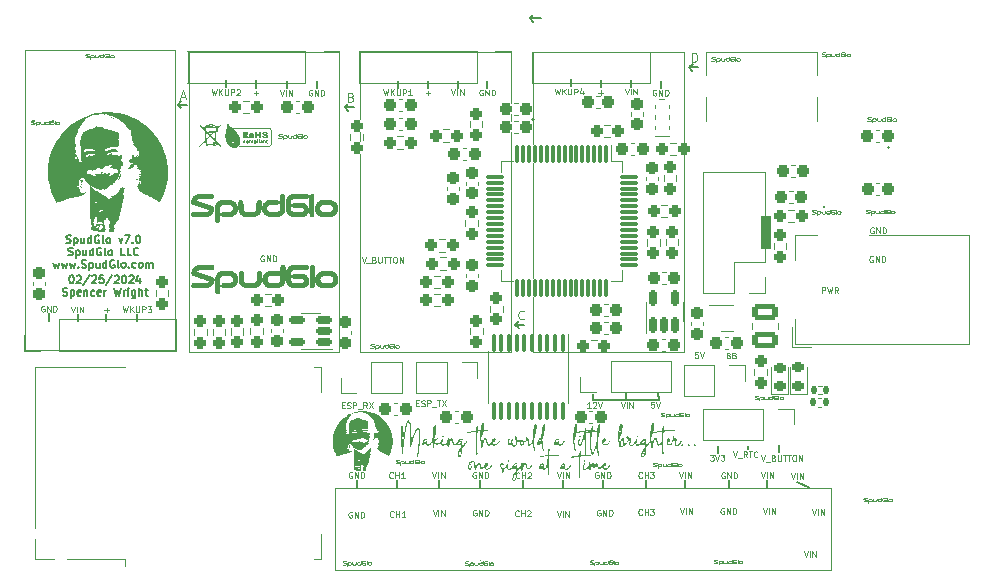
<source format=gto>
G04 #@! TF.GenerationSoftware,KiCad,Pcbnew,7.0.2-0*
G04 #@! TF.CreationDate,2024-02-25T21:13:15-06:00*
G04 #@! TF.ProjectId,spudglo_driver_v7p0,73707564-676c-46f5-9f64-72697665725f,rev?*
G04 #@! TF.SameCoordinates,Original*
G04 #@! TF.FileFunction,Legend,Top*
G04 #@! TF.FilePolarity,Positive*
%FSLAX46Y46*%
G04 Gerber Fmt 4.6, Leading zero omitted, Abs format (unit mm)*
G04 Created by KiCad (PCBNEW 7.0.2-0) date 2024-02-25 21:13:15*
%MOMM*%
%LPD*%
G01*
G04 APERTURE LIST*
G04 Aperture macros list*
%AMRoundRect*
0 Rectangle with rounded corners*
0 $1 Rounding radius*
0 $2 $3 $4 $5 $6 $7 $8 $9 X,Y pos of 4 corners*
0 Add a 4 corners polygon primitive as box body*
4,1,4,$2,$3,$4,$5,$6,$7,$8,$9,$2,$3,0*
0 Add four circle primitives for the rounded corners*
1,1,$1+$1,$2,$3*
1,1,$1+$1,$4,$5*
1,1,$1+$1,$6,$7*
1,1,$1+$1,$8,$9*
0 Add four rect primitives between the rounded corners*
20,1,$1+$1,$2,$3,$4,$5,0*
20,1,$1+$1,$4,$5,$6,$7,0*
20,1,$1+$1,$6,$7,$8,$9,0*
20,1,$1+$1,$8,$9,$2,$3,0*%
G04 Aperture macros list end*
%ADD10C,0.150000*%
%ADD11C,0.100000*%
%ADD12C,0.125000*%
%ADD13C,0.162500*%
%ADD14C,0.120000*%
%ADD15C,0.200000*%
%ADD16C,0.050000*%
%ADD17RoundRect,0.237500X-0.250000X-0.237500X0.250000X-0.237500X0.250000X0.237500X-0.250000X0.237500X0*%
%ADD18RoundRect,0.237500X-0.300000X-0.237500X0.300000X-0.237500X0.300000X0.237500X-0.300000X0.237500X0*%
%ADD19R,1.700000X1.700000*%
%ADD20O,1.700000X1.700000*%
%ADD21RoundRect,0.075000X-0.075000X0.700000X-0.075000X-0.700000X0.075000X-0.700000X0.075000X0.700000X0*%
%ADD22RoundRect,0.075000X-0.700000X0.075000X-0.700000X-0.075000X0.700000X-0.075000X0.700000X0.075000X0*%
%ADD23RoundRect,0.237500X0.300000X0.237500X-0.300000X0.237500X-0.300000X-0.237500X0.300000X-0.237500X0*%
%ADD24RoundRect,0.237500X0.237500X-0.300000X0.237500X0.300000X-0.237500X0.300000X-0.237500X-0.300000X0*%
%ADD25RoundRect,0.237500X-0.237500X0.250000X-0.237500X-0.250000X0.237500X-0.250000X0.237500X0.250000X0*%
%ADD26C,4.500000*%
%ADD27R,4.000000X3.000000*%
%ADD28R,1.200000X1.000000*%
%ADD29RoundRect,0.237500X0.237500X-0.250000X0.237500X0.250000X-0.237500X0.250000X-0.237500X-0.250000X0*%
%ADD30RoundRect,0.237500X0.250000X0.237500X-0.250000X0.237500X-0.250000X-0.237500X0.250000X-0.237500X0*%
%ADD31RoundRect,0.237500X-0.237500X0.300000X-0.237500X-0.300000X0.237500X-0.300000X0.237500X0.300000X0*%
%ADD32RoundRect,0.150000X0.150000X-0.512500X0.150000X0.512500X-0.150000X0.512500X-0.150000X-0.512500X0*%
%ADD33RoundRect,0.218750X0.256250X-0.218750X0.256250X0.218750X-0.256250X0.218750X-0.256250X-0.218750X0*%
%ADD34RoundRect,0.135000X-0.135000X-0.185000X0.135000X-0.185000X0.135000X0.185000X-0.135000X0.185000X0*%
%ADD35R,1.800000X4.400000*%
%ADD36O,1.800000X4.000000*%
%ADD37O,4.000000X1.800000*%
%ADD38C,0.650000*%
%ADD39R,0.600000X1.450000*%
%ADD40R,0.300000X1.450000*%
%ADD41O,1.000000X2.100000*%
%ADD42O,1.000000X1.600000*%
%ADD43R,1.000000X2.500000*%
%ADD44R,1.800000X1.000000*%
%ADD45R,0.400000X0.470000*%
%ADD46R,1.700000X0.950000*%
%ADD47R,0.300000X0.625000*%
%ADD48R,0.625000X0.300000*%
%ADD49RoundRect,0.250001X-0.849999X0.462499X-0.849999X-0.462499X0.849999X-0.462499X0.849999X0.462499X0*%
%ADD50R,0.500000X0.250000*%
%ADD51R,0.900000X1.600000*%
%ADD52C,2.000000*%
%ADD53RoundRect,0.150000X0.512500X0.150000X-0.512500X0.150000X-0.512500X-0.150000X0.512500X-0.150000X0*%
%ADD54RoundRect,0.100000X-0.100000X0.637500X-0.100000X-0.637500X0.100000X-0.637500X0.100000X0.637500X0*%
%ADD55R,0.800000X0.500000*%
%ADD56C,2.500000*%
%ADD57C,2.540000*%
G04 APERTURE END LIST*
D10*
X121220000Y-170920000D02*
X121220000Y-170320000D01*
X125140000Y-135030000D02*
X124830000Y-135340000D01*
X102750000Y-137070000D02*
X102750000Y-136470000D01*
X93330000Y-137100000D02*
X93330000Y-136500000D01*
X100080000Y-170910000D02*
X100080000Y-170310000D01*
X107180000Y-170920000D02*
X107180000Y-170320000D01*
X129840000Y-167670000D02*
X129840000Y-167370000D01*
X73080000Y-156860000D02*
X73080000Y-156260000D01*
X119960000Y-137000000D02*
X119960000Y-136400000D01*
X114830000Y-136940000D02*
X114830000Y-136340000D01*
X119513999Y-162867000D02*
X119516998Y-163549999D01*
X110130000Y-157150000D02*
X110430000Y-157450000D01*
X110885000Y-157155000D02*
X110130000Y-157150000D01*
X111350000Y-131190000D02*
X111650000Y-131490000D01*
X114210000Y-170920000D02*
X114210000Y-170320000D01*
X96445000Y-138735000D02*
X95690000Y-138730000D01*
X85660000Y-137050000D02*
X85660000Y-136450000D01*
X96000000Y-138420000D02*
X95690000Y-138730000D01*
X124830000Y-135340000D02*
X125130000Y-135640000D01*
X88200000Y-137060000D02*
X88200000Y-136460000D01*
X70620000Y-156790000D02*
X70620000Y-156190000D01*
X110440000Y-156840000D02*
X110130000Y-157150000D01*
X111660000Y-130880000D02*
X111350000Y-131190000D01*
X131460000Y-170920000D02*
X131460000Y-170320000D01*
D11*
X131730421Y-147948419D02*
X131715019Y-147953010D01*
X131735216Y-147953017D01*
X131725221Y-150645218D01*
X130964026Y-150645220D01*
X130964021Y-147948416D01*
X131730421Y-147948419D01*
G36*
X131730421Y-147948419D02*
G01*
X131715019Y-147953010D01*
X131735216Y-147953017D01*
X131725221Y-150645218D01*
X130964026Y-150645220D01*
X130964021Y-147948416D01*
X131730421Y-147948419D01*
G37*
D10*
X135080000Y-170930000D02*
X133980000Y-170440000D01*
X122460000Y-137090000D02*
X122460000Y-136490000D01*
X127270000Y-168000000D02*
X127270000Y-167400000D01*
X96710000Y-170930000D02*
X96710000Y-170330000D01*
X132490000Y-167960000D02*
X132490000Y-167360000D01*
X119516998Y-163549999D02*
X116723002Y-163550000D01*
X107770000Y-137080000D02*
X107770000Y-136480000D01*
X75520000Y-156860000D02*
X75520000Y-156260000D01*
X116723002Y-163550000D02*
X116719997Y-162993998D01*
X81855000Y-138205000D02*
X81545000Y-138515000D01*
X90770000Y-137090000D02*
X90770000Y-136490000D01*
X122258500Y-162888500D02*
X122270000Y-163540000D01*
X82300000Y-138520000D02*
X81545000Y-138515000D01*
X95690000Y-138730000D02*
X95990000Y-139030000D01*
X78100000Y-156840000D02*
X78100000Y-156240000D01*
X117380000Y-137030000D02*
X117380000Y-136430000D01*
X110790000Y-170920000D02*
X110790000Y-170320000D01*
X122270000Y-163540000D02*
X119476004Y-163540001D01*
X100200000Y-137070000D02*
X100200000Y-136470000D01*
X112340000Y-131190000D02*
X111350000Y-131190000D01*
X117540000Y-170910000D02*
X117540000Y-170310000D01*
X105300000Y-137070000D02*
X105300000Y-136470000D01*
X124520000Y-170930000D02*
X124520000Y-170330000D01*
X81545000Y-138515000D02*
X81845000Y-138815000D01*
X125585000Y-135345000D02*
X124830000Y-135340000D01*
X103640000Y-170930000D02*
X103640000Y-170330000D01*
X128220000Y-170910000D02*
X128220000Y-170310000D01*
D12*
X106789047Y-169645119D02*
X106741428Y-169621309D01*
X106741428Y-169621309D02*
X106669999Y-169621309D01*
X106669999Y-169621309D02*
X106598571Y-169645119D01*
X106598571Y-169645119D02*
X106550952Y-169692738D01*
X106550952Y-169692738D02*
X106527142Y-169740357D01*
X106527142Y-169740357D02*
X106503333Y-169835595D01*
X106503333Y-169835595D02*
X106503333Y-169907023D01*
X106503333Y-169907023D02*
X106527142Y-170002261D01*
X106527142Y-170002261D02*
X106550952Y-170049880D01*
X106550952Y-170049880D02*
X106598571Y-170097500D01*
X106598571Y-170097500D02*
X106669999Y-170121309D01*
X106669999Y-170121309D02*
X106717618Y-170121309D01*
X106717618Y-170121309D02*
X106789047Y-170097500D01*
X106789047Y-170097500D02*
X106812856Y-170073690D01*
X106812856Y-170073690D02*
X106812856Y-169907023D01*
X106812856Y-169907023D02*
X106717618Y-169907023D01*
X107027142Y-170121309D02*
X107027142Y-169621309D01*
X107027142Y-169621309D02*
X107312856Y-170121309D01*
X107312856Y-170121309D02*
X107312856Y-169621309D01*
X107550952Y-170121309D02*
X107550952Y-169621309D01*
X107550952Y-169621309D02*
X107670000Y-169621309D01*
X107670000Y-169621309D02*
X107741428Y-169645119D01*
X107741428Y-169645119D02*
X107789047Y-169692738D01*
X107789047Y-169692738D02*
X107812857Y-169740357D01*
X107812857Y-169740357D02*
X107836666Y-169835595D01*
X107836666Y-169835595D02*
X107836666Y-169907023D01*
X107836666Y-169907023D02*
X107812857Y-170002261D01*
X107812857Y-170002261D02*
X107789047Y-170049880D01*
X107789047Y-170049880D02*
X107741428Y-170097500D01*
X107741428Y-170097500D02*
X107670000Y-170121309D01*
X107670000Y-170121309D02*
X107550952Y-170121309D01*
X119392381Y-137151309D02*
X119559047Y-137651309D01*
X119559047Y-137651309D02*
X119725714Y-137151309D01*
X119892380Y-137651309D02*
X119892380Y-137151309D01*
X120130475Y-137651309D02*
X120130475Y-137151309D01*
X120130475Y-137151309D02*
X120416189Y-137651309D01*
X120416189Y-137651309D02*
X120416189Y-137151309D01*
X116510477Y-164191309D02*
X116224763Y-164191309D01*
X116367620Y-164191309D02*
X116367620Y-163691309D01*
X116367620Y-163691309D02*
X116320001Y-163762738D01*
X116320001Y-163762738D02*
X116272382Y-163810357D01*
X116272382Y-163810357D02*
X116224763Y-163834166D01*
X116700953Y-163738928D02*
X116724762Y-163715119D01*
X116724762Y-163715119D02*
X116772381Y-163691309D01*
X116772381Y-163691309D02*
X116891429Y-163691309D01*
X116891429Y-163691309D02*
X116939048Y-163715119D01*
X116939048Y-163715119D02*
X116962857Y-163738928D01*
X116962857Y-163738928D02*
X116986667Y-163786547D01*
X116986667Y-163786547D02*
X116986667Y-163834166D01*
X116986667Y-163834166D02*
X116962857Y-163905595D01*
X116962857Y-163905595D02*
X116677143Y-164191309D01*
X116677143Y-164191309D02*
X116986667Y-164191309D01*
X117129524Y-163691309D02*
X117296190Y-164191309D01*
X117296190Y-164191309D02*
X117462857Y-163691309D01*
D13*
X72521427Y-152974202D02*
X72583332Y-152974202D01*
X72583332Y-152974202D02*
X72645236Y-153005154D01*
X72645236Y-153005154D02*
X72676189Y-153036107D01*
X72676189Y-153036107D02*
X72707141Y-153098011D01*
X72707141Y-153098011D02*
X72738094Y-153221821D01*
X72738094Y-153221821D02*
X72738094Y-153376583D01*
X72738094Y-153376583D02*
X72707141Y-153500392D01*
X72707141Y-153500392D02*
X72676189Y-153562297D01*
X72676189Y-153562297D02*
X72645236Y-153593250D01*
X72645236Y-153593250D02*
X72583332Y-153624202D01*
X72583332Y-153624202D02*
X72521427Y-153624202D01*
X72521427Y-153624202D02*
X72459522Y-153593250D01*
X72459522Y-153593250D02*
X72428570Y-153562297D01*
X72428570Y-153562297D02*
X72397617Y-153500392D01*
X72397617Y-153500392D02*
X72366665Y-153376583D01*
X72366665Y-153376583D02*
X72366665Y-153221821D01*
X72366665Y-153221821D02*
X72397617Y-153098011D01*
X72397617Y-153098011D02*
X72428570Y-153036107D01*
X72428570Y-153036107D02*
X72459522Y-153005154D01*
X72459522Y-153005154D02*
X72521427Y-152974202D01*
X72985713Y-153036107D02*
X73016665Y-153005154D01*
X73016665Y-153005154D02*
X73078570Y-152974202D01*
X73078570Y-152974202D02*
X73233332Y-152974202D01*
X73233332Y-152974202D02*
X73295237Y-153005154D01*
X73295237Y-153005154D02*
X73326189Y-153036107D01*
X73326189Y-153036107D02*
X73357142Y-153098011D01*
X73357142Y-153098011D02*
X73357142Y-153159916D01*
X73357142Y-153159916D02*
X73326189Y-153252773D01*
X73326189Y-153252773D02*
X72954761Y-153624202D01*
X72954761Y-153624202D02*
X73357142Y-153624202D01*
X74099999Y-152943250D02*
X73542856Y-153778964D01*
X74285713Y-153036107D02*
X74316665Y-153005154D01*
X74316665Y-153005154D02*
X74378570Y-152974202D01*
X74378570Y-152974202D02*
X74533332Y-152974202D01*
X74533332Y-152974202D02*
X74595237Y-153005154D01*
X74595237Y-153005154D02*
X74626189Y-153036107D01*
X74626189Y-153036107D02*
X74657142Y-153098011D01*
X74657142Y-153098011D02*
X74657142Y-153159916D01*
X74657142Y-153159916D02*
X74626189Y-153252773D01*
X74626189Y-153252773D02*
X74254761Y-153624202D01*
X74254761Y-153624202D02*
X74657142Y-153624202D01*
X75245237Y-152974202D02*
X74935713Y-152974202D01*
X74935713Y-152974202D02*
X74904761Y-153283726D01*
X74904761Y-153283726D02*
X74935713Y-153252773D01*
X74935713Y-153252773D02*
X74997618Y-153221821D01*
X74997618Y-153221821D02*
X75152380Y-153221821D01*
X75152380Y-153221821D02*
X75214285Y-153252773D01*
X75214285Y-153252773D02*
X75245237Y-153283726D01*
X75245237Y-153283726D02*
X75276190Y-153345630D01*
X75276190Y-153345630D02*
X75276190Y-153500392D01*
X75276190Y-153500392D02*
X75245237Y-153562297D01*
X75245237Y-153562297D02*
X75214285Y-153593250D01*
X75214285Y-153593250D02*
X75152380Y-153624202D01*
X75152380Y-153624202D02*
X74997618Y-153624202D01*
X74997618Y-153624202D02*
X74935713Y-153593250D01*
X74935713Y-153593250D02*
X74904761Y-153562297D01*
X76019047Y-152943250D02*
X75461904Y-153778964D01*
X76204761Y-153036107D02*
X76235713Y-153005154D01*
X76235713Y-153005154D02*
X76297618Y-152974202D01*
X76297618Y-152974202D02*
X76452380Y-152974202D01*
X76452380Y-152974202D02*
X76514285Y-153005154D01*
X76514285Y-153005154D02*
X76545237Y-153036107D01*
X76545237Y-153036107D02*
X76576190Y-153098011D01*
X76576190Y-153098011D02*
X76576190Y-153159916D01*
X76576190Y-153159916D02*
X76545237Y-153252773D01*
X76545237Y-153252773D02*
X76173809Y-153624202D01*
X76173809Y-153624202D02*
X76576190Y-153624202D01*
X76978571Y-152974202D02*
X77040476Y-152974202D01*
X77040476Y-152974202D02*
X77102380Y-153005154D01*
X77102380Y-153005154D02*
X77133333Y-153036107D01*
X77133333Y-153036107D02*
X77164285Y-153098011D01*
X77164285Y-153098011D02*
X77195238Y-153221821D01*
X77195238Y-153221821D02*
X77195238Y-153376583D01*
X77195238Y-153376583D02*
X77164285Y-153500392D01*
X77164285Y-153500392D02*
X77133333Y-153562297D01*
X77133333Y-153562297D02*
X77102380Y-153593250D01*
X77102380Y-153593250D02*
X77040476Y-153624202D01*
X77040476Y-153624202D02*
X76978571Y-153624202D01*
X76978571Y-153624202D02*
X76916666Y-153593250D01*
X76916666Y-153593250D02*
X76885714Y-153562297D01*
X76885714Y-153562297D02*
X76854761Y-153500392D01*
X76854761Y-153500392D02*
X76823809Y-153376583D01*
X76823809Y-153376583D02*
X76823809Y-153221821D01*
X76823809Y-153221821D02*
X76854761Y-153098011D01*
X76854761Y-153098011D02*
X76885714Y-153036107D01*
X76885714Y-153036107D02*
X76916666Y-153005154D01*
X76916666Y-153005154D02*
X76978571Y-152974202D01*
X77442857Y-153036107D02*
X77473809Y-153005154D01*
X77473809Y-153005154D02*
X77535714Y-152974202D01*
X77535714Y-152974202D02*
X77690476Y-152974202D01*
X77690476Y-152974202D02*
X77752381Y-153005154D01*
X77752381Y-153005154D02*
X77783333Y-153036107D01*
X77783333Y-153036107D02*
X77814286Y-153098011D01*
X77814286Y-153098011D02*
X77814286Y-153159916D01*
X77814286Y-153159916D02*
X77783333Y-153252773D01*
X77783333Y-153252773D02*
X77411905Y-153624202D01*
X77411905Y-153624202D02*
X77814286Y-153624202D01*
X78371429Y-153190869D02*
X78371429Y-153624202D01*
X78216667Y-152943250D02*
X78061905Y-153407535D01*
X78061905Y-153407535D02*
X78464286Y-153407535D01*
X71840476Y-154646250D02*
X71933333Y-154677202D01*
X71933333Y-154677202D02*
X72088095Y-154677202D01*
X72088095Y-154677202D02*
X72150000Y-154646250D01*
X72150000Y-154646250D02*
X72180952Y-154615297D01*
X72180952Y-154615297D02*
X72211905Y-154553392D01*
X72211905Y-154553392D02*
X72211905Y-154491488D01*
X72211905Y-154491488D02*
X72180952Y-154429583D01*
X72180952Y-154429583D02*
X72150000Y-154398630D01*
X72150000Y-154398630D02*
X72088095Y-154367678D01*
X72088095Y-154367678D02*
X71964286Y-154336726D01*
X71964286Y-154336726D02*
X71902381Y-154305773D01*
X71902381Y-154305773D02*
X71871428Y-154274821D01*
X71871428Y-154274821D02*
X71840476Y-154212916D01*
X71840476Y-154212916D02*
X71840476Y-154151011D01*
X71840476Y-154151011D02*
X71871428Y-154089107D01*
X71871428Y-154089107D02*
X71902381Y-154058154D01*
X71902381Y-154058154D02*
X71964286Y-154027202D01*
X71964286Y-154027202D02*
X72119047Y-154027202D01*
X72119047Y-154027202D02*
X72211905Y-154058154D01*
X72490476Y-154243869D02*
X72490476Y-154893869D01*
X72490476Y-154274821D02*
X72552381Y-154243869D01*
X72552381Y-154243869D02*
X72676191Y-154243869D01*
X72676191Y-154243869D02*
X72738095Y-154274821D01*
X72738095Y-154274821D02*
X72769048Y-154305773D01*
X72769048Y-154305773D02*
X72800000Y-154367678D01*
X72800000Y-154367678D02*
X72800000Y-154553392D01*
X72800000Y-154553392D02*
X72769048Y-154615297D01*
X72769048Y-154615297D02*
X72738095Y-154646250D01*
X72738095Y-154646250D02*
X72676191Y-154677202D01*
X72676191Y-154677202D02*
X72552381Y-154677202D01*
X72552381Y-154677202D02*
X72490476Y-154646250D01*
X73326190Y-154646250D02*
X73264286Y-154677202D01*
X73264286Y-154677202D02*
X73140476Y-154677202D01*
X73140476Y-154677202D02*
X73078571Y-154646250D01*
X73078571Y-154646250D02*
X73047619Y-154584345D01*
X73047619Y-154584345D02*
X73047619Y-154336726D01*
X73047619Y-154336726D02*
X73078571Y-154274821D01*
X73078571Y-154274821D02*
X73140476Y-154243869D01*
X73140476Y-154243869D02*
X73264286Y-154243869D01*
X73264286Y-154243869D02*
X73326190Y-154274821D01*
X73326190Y-154274821D02*
X73357143Y-154336726D01*
X73357143Y-154336726D02*
X73357143Y-154398630D01*
X73357143Y-154398630D02*
X73047619Y-154460535D01*
X73635714Y-154243869D02*
X73635714Y-154677202D01*
X73635714Y-154305773D02*
X73666667Y-154274821D01*
X73666667Y-154274821D02*
X73728572Y-154243869D01*
X73728572Y-154243869D02*
X73821429Y-154243869D01*
X73821429Y-154243869D02*
X73883333Y-154274821D01*
X73883333Y-154274821D02*
X73914286Y-154336726D01*
X73914286Y-154336726D02*
X73914286Y-154677202D01*
X74502381Y-154646250D02*
X74440476Y-154677202D01*
X74440476Y-154677202D02*
X74316667Y-154677202D01*
X74316667Y-154677202D02*
X74254762Y-154646250D01*
X74254762Y-154646250D02*
X74223809Y-154615297D01*
X74223809Y-154615297D02*
X74192857Y-154553392D01*
X74192857Y-154553392D02*
X74192857Y-154367678D01*
X74192857Y-154367678D02*
X74223809Y-154305773D01*
X74223809Y-154305773D02*
X74254762Y-154274821D01*
X74254762Y-154274821D02*
X74316667Y-154243869D01*
X74316667Y-154243869D02*
X74440476Y-154243869D01*
X74440476Y-154243869D02*
X74502381Y-154274821D01*
X75028571Y-154646250D02*
X74966667Y-154677202D01*
X74966667Y-154677202D02*
X74842857Y-154677202D01*
X74842857Y-154677202D02*
X74780952Y-154646250D01*
X74780952Y-154646250D02*
X74750000Y-154584345D01*
X74750000Y-154584345D02*
X74750000Y-154336726D01*
X74750000Y-154336726D02*
X74780952Y-154274821D01*
X74780952Y-154274821D02*
X74842857Y-154243869D01*
X74842857Y-154243869D02*
X74966667Y-154243869D01*
X74966667Y-154243869D02*
X75028571Y-154274821D01*
X75028571Y-154274821D02*
X75059524Y-154336726D01*
X75059524Y-154336726D02*
X75059524Y-154398630D01*
X75059524Y-154398630D02*
X74750000Y-154460535D01*
X75338095Y-154677202D02*
X75338095Y-154243869D01*
X75338095Y-154367678D02*
X75369048Y-154305773D01*
X75369048Y-154305773D02*
X75400000Y-154274821D01*
X75400000Y-154274821D02*
X75461905Y-154243869D01*
X75461905Y-154243869D02*
X75523810Y-154243869D01*
X76173810Y-154027202D02*
X76328572Y-154677202D01*
X76328572Y-154677202D02*
X76452381Y-154212916D01*
X76452381Y-154212916D02*
X76576191Y-154677202D01*
X76576191Y-154677202D02*
X76730953Y-154027202D01*
X76978571Y-154677202D02*
X76978571Y-154243869D01*
X76978571Y-154367678D02*
X77009524Y-154305773D01*
X77009524Y-154305773D02*
X77040476Y-154274821D01*
X77040476Y-154274821D02*
X77102381Y-154243869D01*
X77102381Y-154243869D02*
X77164286Y-154243869D01*
X77380952Y-154677202D02*
X77380952Y-154243869D01*
X77380952Y-154027202D02*
X77350000Y-154058154D01*
X77350000Y-154058154D02*
X77380952Y-154089107D01*
X77380952Y-154089107D02*
X77411905Y-154058154D01*
X77411905Y-154058154D02*
X77380952Y-154027202D01*
X77380952Y-154027202D02*
X77380952Y-154089107D01*
X77969048Y-154243869D02*
X77969048Y-154770059D01*
X77969048Y-154770059D02*
X77938095Y-154831964D01*
X77938095Y-154831964D02*
X77907143Y-154862916D01*
X77907143Y-154862916D02*
X77845238Y-154893869D01*
X77845238Y-154893869D02*
X77752381Y-154893869D01*
X77752381Y-154893869D02*
X77690476Y-154862916D01*
X77969048Y-154646250D02*
X77907143Y-154677202D01*
X77907143Y-154677202D02*
X77783334Y-154677202D01*
X77783334Y-154677202D02*
X77721429Y-154646250D01*
X77721429Y-154646250D02*
X77690476Y-154615297D01*
X77690476Y-154615297D02*
X77659524Y-154553392D01*
X77659524Y-154553392D02*
X77659524Y-154367678D01*
X77659524Y-154367678D02*
X77690476Y-154305773D01*
X77690476Y-154305773D02*
X77721429Y-154274821D01*
X77721429Y-154274821D02*
X77783334Y-154243869D01*
X77783334Y-154243869D02*
X77907143Y-154243869D01*
X77907143Y-154243869D02*
X77969048Y-154274821D01*
X78278571Y-154677202D02*
X78278571Y-154027202D01*
X78557143Y-154677202D02*
X78557143Y-154336726D01*
X78557143Y-154336726D02*
X78526190Y-154274821D01*
X78526190Y-154274821D02*
X78464286Y-154243869D01*
X78464286Y-154243869D02*
X78371429Y-154243869D01*
X78371429Y-154243869D02*
X78309524Y-154274821D01*
X78309524Y-154274821D02*
X78278571Y-154305773D01*
X78773809Y-154243869D02*
X79021428Y-154243869D01*
X78866666Y-154027202D02*
X78866666Y-154584345D01*
X78866666Y-154584345D02*
X78897619Y-154646250D01*
X78897619Y-154646250D02*
X78959524Y-154677202D01*
X78959524Y-154677202D02*
X79021428Y-154677202D01*
D12*
X97147619Y-151398809D02*
X97314285Y-151898809D01*
X97314285Y-151898809D02*
X97480952Y-151398809D01*
X97528571Y-151946428D02*
X97909523Y-151946428D01*
X98195237Y-151636904D02*
X98266665Y-151660714D01*
X98266665Y-151660714D02*
X98290475Y-151684523D01*
X98290475Y-151684523D02*
X98314284Y-151732142D01*
X98314284Y-151732142D02*
X98314284Y-151803571D01*
X98314284Y-151803571D02*
X98290475Y-151851190D01*
X98290475Y-151851190D02*
X98266665Y-151875000D01*
X98266665Y-151875000D02*
X98219046Y-151898809D01*
X98219046Y-151898809D02*
X98028570Y-151898809D01*
X98028570Y-151898809D02*
X98028570Y-151398809D01*
X98028570Y-151398809D02*
X98195237Y-151398809D01*
X98195237Y-151398809D02*
X98242856Y-151422619D01*
X98242856Y-151422619D02*
X98266665Y-151446428D01*
X98266665Y-151446428D02*
X98290475Y-151494047D01*
X98290475Y-151494047D02*
X98290475Y-151541666D01*
X98290475Y-151541666D02*
X98266665Y-151589285D01*
X98266665Y-151589285D02*
X98242856Y-151613095D01*
X98242856Y-151613095D02*
X98195237Y-151636904D01*
X98195237Y-151636904D02*
X98028570Y-151636904D01*
X98528570Y-151398809D02*
X98528570Y-151803571D01*
X98528570Y-151803571D02*
X98552380Y-151851190D01*
X98552380Y-151851190D02*
X98576189Y-151875000D01*
X98576189Y-151875000D02*
X98623808Y-151898809D01*
X98623808Y-151898809D02*
X98719046Y-151898809D01*
X98719046Y-151898809D02*
X98766665Y-151875000D01*
X98766665Y-151875000D02*
X98790475Y-151851190D01*
X98790475Y-151851190D02*
X98814284Y-151803571D01*
X98814284Y-151803571D02*
X98814284Y-151398809D01*
X98980952Y-151398809D02*
X99266666Y-151398809D01*
X99123809Y-151898809D02*
X99123809Y-151398809D01*
X99361904Y-151398809D02*
X99647618Y-151398809D01*
X99504761Y-151898809D02*
X99504761Y-151398809D01*
X99909522Y-151398809D02*
X100004760Y-151398809D01*
X100004760Y-151398809D02*
X100052379Y-151422619D01*
X100052379Y-151422619D02*
X100099998Y-151470238D01*
X100099998Y-151470238D02*
X100123808Y-151565476D01*
X100123808Y-151565476D02*
X100123808Y-151732142D01*
X100123808Y-151732142D02*
X100099998Y-151827380D01*
X100099998Y-151827380D02*
X100052379Y-151875000D01*
X100052379Y-151875000D02*
X100004760Y-151898809D01*
X100004760Y-151898809D02*
X99909522Y-151898809D01*
X99909522Y-151898809D02*
X99861903Y-151875000D01*
X99861903Y-151875000D02*
X99814284Y-151827380D01*
X99814284Y-151827380D02*
X99790475Y-151732142D01*
X99790475Y-151732142D02*
X99790475Y-151565476D01*
X99790475Y-151565476D02*
X99814284Y-151470238D01*
X99814284Y-151470238D02*
X99861903Y-151422619D01*
X99861903Y-151422619D02*
X99909522Y-151398809D01*
X100338094Y-151898809D02*
X100338094Y-151398809D01*
X100338094Y-151398809D02*
X100623808Y-151898809D01*
X100623808Y-151898809D02*
X100623808Y-151398809D01*
X75349523Y-155910833D02*
X75730476Y-155910833D01*
X75539999Y-156101309D02*
X75539999Y-155720357D01*
X140399047Y-151365119D02*
X140351428Y-151341309D01*
X140351428Y-151341309D02*
X140279999Y-151341309D01*
X140279999Y-151341309D02*
X140208571Y-151365119D01*
X140208571Y-151365119D02*
X140160952Y-151412738D01*
X140160952Y-151412738D02*
X140137142Y-151460357D01*
X140137142Y-151460357D02*
X140113333Y-151555595D01*
X140113333Y-151555595D02*
X140113333Y-151627023D01*
X140113333Y-151627023D02*
X140137142Y-151722261D01*
X140137142Y-151722261D02*
X140160952Y-151769880D01*
X140160952Y-151769880D02*
X140208571Y-151817500D01*
X140208571Y-151817500D02*
X140279999Y-151841309D01*
X140279999Y-151841309D02*
X140327618Y-151841309D01*
X140327618Y-151841309D02*
X140399047Y-151817500D01*
X140399047Y-151817500D02*
X140422856Y-151793690D01*
X140422856Y-151793690D02*
X140422856Y-151627023D01*
X140422856Y-151627023D02*
X140327618Y-151627023D01*
X140637142Y-151841309D02*
X140637142Y-151341309D01*
X140637142Y-151341309D02*
X140922856Y-151841309D01*
X140922856Y-151841309D02*
X140922856Y-151341309D01*
X141160952Y-151841309D02*
X141160952Y-151341309D01*
X141160952Y-151341309D02*
X141280000Y-151341309D01*
X141280000Y-151341309D02*
X141351428Y-151365119D01*
X141351428Y-151365119D02*
X141399047Y-151412738D01*
X141399047Y-151412738D02*
X141422857Y-151460357D01*
X141422857Y-151460357D02*
X141446666Y-151555595D01*
X141446666Y-151555595D02*
X141446666Y-151627023D01*
X141446666Y-151627023D02*
X141422857Y-151722261D01*
X141422857Y-151722261D02*
X141399047Y-151769880D01*
X141399047Y-151769880D02*
X141351428Y-151817500D01*
X141351428Y-151817500D02*
X141280000Y-151841309D01*
X141280000Y-151841309D02*
X141160952Y-151841309D01*
X110424761Y-173323690D02*
X110400952Y-173347500D01*
X110400952Y-173347500D02*
X110329523Y-173371309D01*
X110329523Y-173371309D02*
X110281904Y-173371309D01*
X110281904Y-173371309D02*
X110210476Y-173347500D01*
X110210476Y-173347500D02*
X110162857Y-173299880D01*
X110162857Y-173299880D02*
X110139047Y-173252261D01*
X110139047Y-173252261D02*
X110115238Y-173157023D01*
X110115238Y-173157023D02*
X110115238Y-173085595D01*
X110115238Y-173085595D02*
X110139047Y-172990357D01*
X110139047Y-172990357D02*
X110162857Y-172942738D01*
X110162857Y-172942738D02*
X110210476Y-172895119D01*
X110210476Y-172895119D02*
X110281904Y-172871309D01*
X110281904Y-172871309D02*
X110329523Y-172871309D01*
X110329523Y-172871309D02*
X110400952Y-172895119D01*
X110400952Y-172895119D02*
X110424761Y-172918928D01*
X110639047Y-173371309D02*
X110639047Y-172871309D01*
X110639047Y-173109404D02*
X110924761Y-173109404D01*
X110924761Y-173371309D02*
X110924761Y-172871309D01*
X111139048Y-172918928D02*
X111162857Y-172895119D01*
X111162857Y-172895119D02*
X111210476Y-172871309D01*
X111210476Y-172871309D02*
X111329524Y-172871309D01*
X111329524Y-172871309D02*
X111377143Y-172895119D01*
X111377143Y-172895119D02*
X111400952Y-172918928D01*
X111400952Y-172918928D02*
X111424762Y-172966547D01*
X111424762Y-172966547D02*
X111424762Y-173014166D01*
X111424762Y-173014166D02*
X111400952Y-173085595D01*
X111400952Y-173085595D02*
X111115238Y-173371309D01*
X111115238Y-173371309D02*
X111424762Y-173371309D01*
X76905714Y-155581309D02*
X77024762Y-156081309D01*
X77024762Y-156081309D02*
X77120000Y-155724166D01*
X77120000Y-155724166D02*
X77215238Y-156081309D01*
X77215238Y-156081309D02*
X77334286Y-155581309D01*
X77524762Y-156081309D02*
X77524762Y-155581309D01*
X77810476Y-156081309D02*
X77596191Y-155795595D01*
X77810476Y-155581309D02*
X77524762Y-155867023D01*
X78024762Y-155581309D02*
X78024762Y-155986071D01*
X78024762Y-155986071D02*
X78048572Y-156033690D01*
X78048572Y-156033690D02*
X78072381Y-156057500D01*
X78072381Y-156057500D02*
X78120000Y-156081309D01*
X78120000Y-156081309D02*
X78215238Y-156081309D01*
X78215238Y-156081309D02*
X78262857Y-156057500D01*
X78262857Y-156057500D02*
X78286667Y-156033690D01*
X78286667Y-156033690D02*
X78310476Y-155986071D01*
X78310476Y-155986071D02*
X78310476Y-155581309D01*
X78548572Y-156081309D02*
X78548572Y-155581309D01*
X78548572Y-155581309D02*
X78739048Y-155581309D01*
X78739048Y-155581309D02*
X78786667Y-155605119D01*
X78786667Y-155605119D02*
X78810477Y-155628928D01*
X78810477Y-155628928D02*
X78834286Y-155676547D01*
X78834286Y-155676547D02*
X78834286Y-155747976D01*
X78834286Y-155747976D02*
X78810477Y-155795595D01*
X78810477Y-155795595D02*
X78786667Y-155819404D01*
X78786667Y-155819404D02*
X78739048Y-155843214D01*
X78739048Y-155843214D02*
X78548572Y-155843214D01*
X79000953Y-155581309D02*
X79310477Y-155581309D01*
X79310477Y-155581309D02*
X79143810Y-155771785D01*
X79143810Y-155771785D02*
X79215239Y-155771785D01*
X79215239Y-155771785D02*
X79262858Y-155795595D01*
X79262858Y-155795595D02*
X79286667Y-155819404D01*
X79286667Y-155819404D02*
X79310477Y-155867023D01*
X79310477Y-155867023D02*
X79310477Y-155986071D01*
X79310477Y-155986071D02*
X79286667Y-156033690D01*
X79286667Y-156033690D02*
X79262858Y-156057500D01*
X79262858Y-156057500D02*
X79215239Y-156081309D01*
X79215239Y-156081309D02*
X79072382Y-156081309D01*
X79072382Y-156081309D02*
X79024763Y-156057500D01*
X79024763Y-156057500D02*
X79000953Y-156033690D01*
X128582382Y-167861309D02*
X128749048Y-168361309D01*
X128749048Y-168361309D02*
X128915715Y-167861309D01*
X128963334Y-168408928D02*
X129344286Y-168408928D01*
X129749047Y-168361309D02*
X129582381Y-168123214D01*
X129463333Y-168361309D02*
X129463333Y-167861309D01*
X129463333Y-167861309D02*
X129653809Y-167861309D01*
X129653809Y-167861309D02*
X129701428Y-167885119D01*
X129701428Y-167885119D02*
X129725238Y-167908928D01*
X129725238Y-167908928D02*
X129749047Y-167956547D01*
X129749047Y-167956547D02*
X129749047Y-168027976D01*
X129749047Y-168027976D02*
X129725238Y-168075595D01*
X129725238Y-168075595D02*
X129701428Y-168099404D01*
X129701428Y-168099404D02*
X129653809Y-168123214D01*
X129653809Y-168123214D02*
X129463333Y-168123214D01*
X129891905Y-167861309D02*
X130177619Y-167861309D01*
X130034762Y-168361309D02*
X130034762Y-167861309D01*
X130629999Y-168313690D02*
X130606190Y-168337500D01*
X130606190Y-168337500D02*
X130534761Y-168361309D01*
X130534761Y-168361309D02*
X130487142Y-168361309D01*
X130487142Y-168361309D02*
X130415714Y-168337500D01*
X130415714Y-168337500D02*
X130368095Y-168289880D01*
X130368095Y-168289880D02*
X130344285Y-168242261D01*
X130344285Y-168242261D02*
X130320476Y-168147023D01*
X130320476Y-168147023D02*
X130320476Y-168075595D01*
X130320476Y-168075595D02*
X130344285Y-167980357D01*
X130344285Y-167980357D02*
X130368095Y-167932738D01*
X130368095Y-167932738D02*
X130415714Y-167885119D01*
X130415714Y-167885119D02*
X130487142Y-167861309D01*
X130487142Y-167861309D02*
X130534761Y-167861309D01*
X130534761Y-167861309D02*
X130606190Y-167885119D01*
X130606190Y-167885119D02*
X130629999Y-167908928D01*
X101759047Y-163786904D02*
X101925714Y-163786904D01*
X101997142Y-164048809D02*
X101759047Y-164048809D01*
X101759047Y-164048809D02*
X101759047Y-163548809D01*
X101759047Y-163548809D02*
X101997142Y-163548809D01*
X102187619Y-164025000D02*
X102259047Y-164048809D01*
X102259047Y-164048809D02*
X102378095Y-164048809D01*
X102378095Y-164048809D02*
X102425714Y-164025000D01*
X102425714Y-164025000D02*
X102449523Y-164001190D01*
X102449523Y-164001190D02*
X102473333Y-163953571D01*
X102473333Y-163953571D02*
X102473333Y-163905952D01*
X102473333Y-163905952D02*
X102449523Y-163858333D01*
X102449523Y-163858333D02*
X102425714Y-163834523D01*
X102425714Y-163834523D02*
X102378095Y-163810714D01*
X102378095Y-163810714D02*
X102282857Y-163786904D01*
X102282857Y-163786904D02*
X102235238Y-163763095D01*
X102235238Y-163763095D02*
X102211428Y-163739285D01*
X102211428Y-163739285D02*
X102187619Y-163691666D01*
X102187619Y-163691666D02*
X102187619Y-163644047D01*
X102187619Y-163644047D02*
X102211428Y-163596428D01*
X102211428Y-163596428D02*
X102235238Y-163572619D01*
X102235238Y-163572619D02*
X102282857Y-163548809D01*
X102282857Y-163548809D02*
X102401904Y-163548809D01*
X102401904Y-163548809D02*
X102473333Y-163572619D01*
X102687618Y-164048809D02*
X102687618Y-163548809D01*
X102687618Y-163548809D02*
X102878094Y-163548809D01*
X102878094Y-163548809D02*
X102925713Y-163572619D01*
X102925713Y-163572619D02*
X102949523Y-163596428D01*
X102949523Y-163596428D02*
X102973332Y-163644047D01*
X102973332Y-163644047D02*
X102973332Y-163715476D01*
X102973332Y-163715476D02*
X102949523Y-163763095D01*
X102949523Y-163763095D02*
X102925713Y-163786904D01*
X102925713Y-163786904D02*
X102878094Y-163810714D01*
X102878094Y-163810714D02*
X102687618Y-163810714D01*
X103068571Y-164096428D02*
X103449523Y-164096428D01*
X103497142Y-163548809D02*
X103782856Y-163548809D01*
X103639999Y-164048809D02*
X103639999Y-163548809D01*
X103901903Y-163548809D02*
X104235236Y-164048809D01*
X104235236Y-163548809D02*
X103901903Y-164048809D01*
X130942381Y-169641309D02*
X131109047Y-170141309D01*
X131109047Y-170141309D02*
X131275714Y-169641309D01*
X131442380Y-170141309D02*
X131442380Y-169641309D01*
X131680475Y-170141309D02*
X131680475Y-169641309D01*
X131680475Y-169641309D02*
X131966189Y-170141309D01*
X131966189Y-170141309D02*
X131966189Y-169641309D01*
X117169523Y-137490833D02*
X117550476Y-137490833D01*
X117359999Y-137681309D02*
X117359999Y-137300357D01*
X127859047Y-169675119D02*
X127811428Y-169651309D01*
X127811428Y-169651309D02*
X127739999Y-169651309D01*
X127739999Y-169651309D02*
X127668571Y-169675119D01*
X127668571Y-169675119D02*
X127620952Y-169722738D01*
X127620952Y-169722738D02*
X127597142Y-169770357D01*
X127597142Y-169770357D02*
X127573333Y-169865595D01*
X127573333Y-169865595D02*
X127573333Y-169937023D01*
X127573333Y-169937023D02*
X127597142Y-170032261D01*
X127597142Y-170032261D02*
X127620952Y-170079880D01*
X127620952Y-170079880D02*
X127668571Y-170127500D01*
X127668571Y-170127500D02*
X127739999Y-170151309D01*
X127739999Y-170151309D02*
X127787618Y-170151309D01*
X127787618Y-170151309D02*
X127859047Y-170127500D01*
X127859047Y-170127500D02*
X127882856Y-170103690D01*
X127882856Y-170103690D02*
X127882856Y-169937023D01*
X127882856Y-169937023D02*
X127787618Y-169937023D01*
X128097142Y-170151309D02*
X128097142Y-169651309D01*
X128097142Y-169651309D02*
X128382856Y-170151309D01*
X128382856Y-170151309D02*
X128382856Y-169651309D01*
X128620952Y-170151309D02*
X128620952Y-169651309D01*
X128620952Y-169651309D02*
X128740000Y-169651309D01*
X128740000Y-169651309D02*
X128811428Y-169675119D01*
X128811428Y-169675119D02*
X128859047Y-169722738D01*
X128859047Y-169722738D02*
X128882857Y-169770357D01*
X128882857Y-169770357D02*
X128906666Y-169865595D01*
X128906666Y-169865595D02*
X128906666Y-169937023D01*
X128906666Y-169937023D02*
X128882857Y-170032261D01*
X128882857Y-170032261D02*
X128859047Y-170079880D01*
X128859047Y-170079880D02*
X128811428Y-170127500D01*
X128811428Y-170127500D02*
X128740000Y-170151309D01*
X128740000Y-170151309D02*
X128620952Y-170151309D01*
X92929047Y-137275119D02*
X92881428Y-137251309D01*
X92881428Y-137251309D02*
X92809999Y-137251309D01*
X92809999Y-137251309D02*
X92738571Y-137275119D01*
X92738571Y-137275119D02*
X92690952Y-137322738D01*
X92690952Y-137322738D02*
X92667142Y-137370357D01*
X92667142Y-137370357D02*
X92643333Y-137465595D01*
X92643333Y-137465595D02*
X92643333Y-137537023D01*
X92643333Y-137537023D02*
X92667142Y-137632261D01*
X92667142Y-137632261D02*
X92690952Y-137679880D01*
X92690952Y-137679880D02*
X92738571Y-137727500D01*
X92738571Y-137727500D02*
X92809999Y-137751309D01*
X92809999Y-137751309D02*
X92857618Y-137751309D01*
X92857618Y-137751309D02*
X92929047Y-137727500D01*
X92929047Y-137727500D02*
X92952856Y-137703690D01*
X92952856Y-137703690D02*
X92952856Y-137537023D01*
X92952856Y-137537023D02*
X92857618Y-137537023D01*
X93167142Y-137751309D02*
X93167142Y-137251309D01*
X93167142Y-137251309D02*
X93452856Y-137751309D01*
X93452856Y-137751309D02*
X93452856Y-137251309D01*
X93690952Y-137751309D02*
X93690952Y-137251309D01*
X93690952Y-137251309D02*
X93810000Y-137251309D01*
X93810000Y-137251309D02*
X93881428Y-137275119D01*
X93881428Y-137275119D02*
X93929047Y-137322738D01*
X93929047Y-137322738D02*
X93952857Y-137370357D01*
X93952857Y-137370357D02*
X93976666Y-137465595D01*
X93976666Y-137465595D02*
X93976666Y-137537023D01*
X93976666Y-137537023D02*
X93952857Y-137632261D01*
X93952857Y-137632261D02*
X93929047Y-137679880D01*
X93929047Y-137679880D02*
X93881428Y-137727500D01*
X93881428Y-137727500D02*
X93810000Y-137751309D01*
X93810000Y-137751309D02*
X93690952Y-137751309D01*
X113692381Y-169641309D02*
X113859047Y-170141309D01*
X113859047Y-170141309D02*
X114025714Y-169641309D01*
X114192380Y-170141309D02*
X114192380Y-169641309D01*
X114430475Y-170141309D02*
X114430475Y-169641309D01*
X114430475Y-169641309D02*
X114716189Y-170141309D01*
X114716189Y-170141309D02*
X114716189Y-169641309D01*
X99824761Y-173363690D02*
X99800952Y-173387500D01*
X99800952Y-173387500D02*
X99729523Y-173411309D01*
X99729523Y-173411309D02*
X99681904Y-173411309D01*
X99681904Y-173411309D02*
X99610476Y-173387500D01*
X99610476Y-173387500D02*
X99562857Y-173339880D01*
X99562857Y-173339880D02*
X99539047Y-173292261D01*
X99539047Y-173292261D02*
X99515238Y-173197023D01*
X99515238Y-173197023D02*
X99515238Y-173125595D01*
X99515238Y-173125595D02*
X99539047Y-173030357D01*
X99539047Y-173030357D02*
X99562857Y-172982738D01*
X99562857Y-172982738D02*
X99610476Y-172935119D01*
X99610476Y-172935119D02*
X99681904Y-172911309D01*
X99681904Y-172911309D02*
X99729523Y-172911309D01*
X99729523Y-172911309D02*
X99800952Y-172935119D01*
X99800952Y-172935119D02*
X99824761Y-172958928D01*
X100039047Y-173411309D02*
X100039047Y-172911309D01*
X100039047Y-173149404D02*
X100324761Y-173149404D01*
X100324761Y-173411309D02*
X100324761Y-172911309D01*
X100824762Y-173411309D02*
X100539048Y-173411309D01*
X100681905Y-173411309D02*
X100681905Y-172911309D01*
X100681905Y-172911309D02*
X100634286Y-172982738D01*
X100634286Y-172982738D02*
X100586667Y-173030357D01*
X100586667Y-173030357D02*
X100539048Y-173054166D01*
X128185714Y-159739404D02*
X128257142Y-159763214D01*
X128257142Y-159763214D02*
X128280952Y-159787023D01*
X128280952Y-159787023D02*
X128304761Y-159834642D01*
X128304761Y-159834642D02*
X128304761Y-159906071D01*
X128304761Y-159906071D02*
X128280952Y-159953690D01*
X128280952Y-159953690D02*
X128257142Y-159977500D01*
X128257142Y-159977500D02*
X128209523Y-160001309D01*
X128209523Y-160001309D02*
X128019047Y-160001309D01*
X128019047Y-160001309D02*
X128019047Y-159501309D01*
X128019047Y-159501309D02*
X128185714Y-159501309D01*
X128185714Y-159501309D02*
X128233333Y-159525119D01*
X128233333Y-159525119D02*
X128257142Y-159548928D01*
X128257142Y-159548928D02*
X128280952Y-159596547D01*
X128280952Y-159596547D02*
X128280952Y-159644166D01*
X128280952Y-159644166D02*
X128257142Y-159691785D01*
X128257142Y-159691785D02*
X128233333Y-159715595D01*
X128233333Y-159715595D02*
X128185714Y-159739404D01*
X128185714Y-159739404D02*
X128019047Y-159739404D01*
X128685714Y-159739404D02*
X128757142Y-159763214D01*
X128757142Y-159763214D02*
X128780952Y-159787023D01*
X128780952Y-159787023D02*
X128804761Y-159834642D01*
X128804761Y-159834642D02*
X128804761Y-159906071D01*
X128804761Y-159906071D02*
X128780952Y-159953690D01*
X128780952Y-159953690D02*
X128757142Y-159977500D01*
X128757142Y-159977500D02*
X128709523Y-160001309D01*
X128709523Y-160001309D02*
X128519047Y-160001309D01*
X128519047Y-160001309D02*
X128519047Y-159501309D01*
X128519047Y-159501309D02*
X128685714Y-159501309D01*
X128685714Y-159501309D02*
X128733333Y-159525119D01*
X128733333Y-159525119D02*
X128757142Y-159548928D01*
X128757142Y-159548928D02*
X128780952Y-159596547D01*
X128780952Y-159596547D02*
X128780952Y-159644166D01*
X128780952Y-159644166D02*
X128757142Y-159691785D01*
X128757142Y-159691785D02*
X128733333Y-159715595D01*
X128733333Y-159715595D02*
X128685714Y-159739404D01*
X128685714Y-159739404D02*
X128519047Y-159739404D01*
X133462381Y-169701309D02*
X133629047Y-170201309D01*
X133629047Y-170201309D02*
X133795714Y-169701309D01*
X133962380Y-170201309D02*
X133962380Y-169701309D01*
X134200475Y-170201309D02*
X134200475Y-169701309D01*
X134200475Y-169701309D02*
X134486189Y-170201309D01*
X134486189Y-170201309D02*
X134486189Y-169701309D01*
X127789047Y-172695119D02*
X127741428Y-172671309D01*
X127741428Y-172671309D02*
X127669999Y-172671309D01*
X127669999Y-172671309D02*
X127598571Y-172695119D01*
X127598571Y-172695119D02*
X127550952Y-172742738D01*
X127550952Y-172742738D02*
X127527142Y-172790357D01*
X127527142Y-172790357D02*
X127503333Y-172885595D01*
X127503333Y-172885595D02*
X127503333Y-172957023D01*
X127503333Y-172957023D02*
X127527142Y-173052261D01*
X127527142Y-173052261D02*
X127550952Y-173099880D01*
X127550952Y-173099880D02*
X127598571Y-173147500D01*
X127598571Y-173147500D02*
X127669999Y-173171309D01*
X127669999Y-173171309D02*
X127717618Y-173171309D01*
X127717618Y-173171309D02*
X127789047Y-173147500D01*
X127789047Y-173147500D02*
X127812856Y-173123690D01*
X127812856Y-173123690D02*
X127812856Y-172957023D01*
X127812856Y-172957023D02*
X127717618Y-172957023D01*
X128027142Y-173171309D02*
X128027142Y-172671309D01*
X128027142Y-172671309D02*
X128312856Y-173171309D01*
X128312856Y-173171309D02*
X128312856Y-172671309D01*
X128550952Y-173171309D02*
X128550952Y-172671309D01*
X128550952Y-172671309D02*
X128670000Y-172671309D01*
X128670000Y-172671309D02*
X128741428Y-172695119D01*
X128741428Y-172695119D02*
X128789047Y-172742738D01*
X128789047Y-172742738D02*
X128812857Y-172790357D01*
X128812857Y-172790357D02*
X128836666Y-172885595D01*
X128836666Y-172885595D02*
X128836666Y-172957023D01*
X128836666Y-172957023D02*
X128812857Y-173052261D01*
X128812857Y-173052261D02*
X128789047Y-173099880D01*
X128789047Y-173099880D02*
X128741428Y-173147500D01*
X128741428Y-173147500D02*
X128670000Y-173171309D01*
X128670000Y-173171309D02*
X128550952Y-173171309D01*
X117329047Y-172835119D02*
X117281428Y-172811309D01*
X117281428Y-172811309D02*
X117209999Y-172811309D01*
X117209999Y-172811309D02*
X117138571Y-172835119D01*
X117138571Y-172835119D02*
X117090952Y-172882738D01*
X117090952Y-172882738D02*
X117067142Y-172930357D01*
X117067142Y-172930357D02*
X117043333Y-173025595D01*
X117043333Y-173025595D02*
X117043333Y-173097023D01*
X117043333Y-173097023D02*
X117067142Y-173192261D01*
X117067142Y-173192261D02*
X117090952Y-173239880D01*
X117090952Y-173239880D02*
X117138571Y-173287500D01*
X117138571Y-173287500D02*
X117209999Y-173311309D01*
X117209999Y-173311309D02*
X117257618Y-173311309D01*
X117257618Y-173311309D02*
X117329047Y-173287500D01*
X117329047Y-173287500D02*
X117352856Y-173263690D01*
X117352856Y-173263690D02*
X117352856Y-173097023D01*
X117352856Y-173097023D02*
X117257618Y-173097023D01*
X117567142Y-173311309D02*
X117567142Y-172811309D01*
X117567142Y-172811309D02*
X117852856Y-173311309D01*
X117852856Y-173311309D02*
X117852856Y-172811309D01*
X118090952Y-173311309D02*
X118090952Y-172811309D01*
X118090952Y-172811309D02*
X118210000Y-172811309D01*
X118210000Y-172811309D02*
X118281428Y-172835119D01*
X118281428Y-172835119D02*
X118329047Y-172882738D01*
X118329047Y-172882738D02*
X118352857Y-172930357D01*
X118352857Y-172930357D02*
X118376666Y-173025595D01*
X118376666Y-173025595D02*
X118376666Y-173097023D01*
X118376666Y-173097023D02*
X118352857Y-173192261D01*
X118352857Y-173192261D02*
X118329047Y-173239880D01*
X118329047Y-173239880D02*
X118281428Y-173287500D01*
X118281428Y-173287500D02*
X118210000Y-173311309D01*
X118210000Y-173311309D02*
X118090952Y-173311309D01*
X125604762Y-159451309D02*
X125366667Y-159451309D01*
X125366667Y-159451309D02*
X125342858Y-159689404D01*
X125342858Y-159689404D02*
X125366667Y-159665595D01*
X125366667Y-159665595D02*
X125414286Y-159641785D01*
X125414286Y-159641785D02*
X125533334Y-159641785D01*
X125533334Y-159641785D02*
X125580953Y-159665595D01*
X125580953Y-159665595D02*
X125604762Y-159689404D01*
X125604762Y-159689404D02*
X125628572Y-159737023D01*
X125628572Y-159737023D02*
X125628572Y-159856071D01*
X125628572Y-159856071D02*
X125604762Y-159903690D01*
X125604762Y-159903690D02*
X125580953Y-159927500D01*
X125580953Y-159927500D02*
X125533334Y-159951309D01*
X125533334Y-159951309D02*
X125414286Y-159951309D01*
X125414286Y-159951309D02*
X125366667Y-159927500D01*
X125366667Y-159927500D02*
X125342858Y-159903690D01*
X125771429Y-159451309D02*
X125938095Y-159951309D01*
X125938095Y-159951309D02*
X126104762Y-159451309D01*
X95469047Y-163956904D02*
X95635714Y-163956904D01*
X95707142Y-164218809D02*
X95469047Y-164218809D01*
X95469047Y-164218809D02*
X95469047Y-163718809D01*
X95469047Y-163718809D02*
X95707142Y-163718809D01*
X95897619Y-164195000D02*
X95969047Y-164218809D01*
X95969047Y-164218809D02*
X96088095Y-164218809D01*
X96088095Y-164218809D02*
X96135714Y-164195000D01*
X96135714Y-164195000D02*
X96159523Y-164171190D01*
X96159523Y-164171190D02*
X96183333Y-164123571D01*
X96183333Y-164123571D02*
X96183333Y-164075952D01*
X96183333Y-164075952D02*
X96159523Y-164028333D01*
X96159523Y-164028333D02*
X96135714Y-164004523D01*
X96135714Y-164004523D02*
X96088095Y-163980714D01*
X96088095Y-163980714D02*
X95992857Y-163956904D01*
X95992857Y-163956904D02*
X95945238Y-163933095D01*
X95945238Y-163933095D02*
X95921428Y-163909285D01*
X95921428Y-163909285D02*
X95897619Y-163861666D01*
X95897619Y-163861666D02*
X95897619Y-163814047D01*
X95897619Y-163814047D02*
X95921428Y-163766428D01*
X95921428Y-163766428D02*
X95945238Y-163742619D01*
X95945238Y-163742619D02*
X95992857Y-163718809D01*
X95992857Y-163718809D02*
X96111904Y-163718809D01*
X96111904Y-163718809D02*
X96183333Y-163742619D01*
X96397618Y-164218809D02*
X96397618Y-163718809D01*
X96397618Y-163718809D02*
X96588094Y-163718809D01*
X96588094Y-163718809D02*
X96635713Y-163742619D01*
X96635713Y-163742619D02*
X96659523Y-163766428D01*
X96659523Y-163766428D02*
X96683332Y-163814047D01*
X96683332Y-163814047D02*
X96683332Y-163885476D01*
X96683332Y-163885476D02*
X96659523Y-163933095D01*
X96659523Y-163933095D02*
X96635713Y-163956904D01*
X96635713Y-163956904D02*
X96588094Y-163980714D01*
X96588094Y-163980714D02*
X96397618Y-163980714D01*
X96778571Y-164266428D02*
X97159523Y-164266428D01*
X97564284Y-164218809D02*
X97397618Y-163980714D01*
X97278570Y-164218809D02*
X97278570Y-163718809D01*
X97278570Y-163718809D02*
X97469046Y-163718809D01*
X97469046Y-163718809D02*
X97516665Y-163742619D01*
X97516665Y-163742619D02*
X97540475Y-163766428D01*
X97540475Y-163766428D02*
X97564284Y-163814047D01*
X97564284Y-163814047D02*
X97564284Y-163885476D01*
X97564284Y-163885476D02*
X97540475Y-163933095D01*
X97540475Y-163933095D02*
X97516665Y-163956904D01*
X97516665Y-163956904D02*
X97469046Y-163980714D01*
X97469046Y-163980714D02*
X97278570Y-163980714D01*
X97730951Y-163718809D02*
X98064284Y-164218809D01*
X98064284Y-163718809D02*
X97730951Y-164218809D01*
X119052381Y-163691309D02*
X119219047Y-164191309D01*
X119219047Y-164191309D02*
X119385714Y-163691309D01*
X119552380Y-164191309D02*
X119552380Y-163691309D01*
X119790475Y-164191309D02*
X119790475Y-163691309D01*
X119790475Y-163691309D02*
X120076189Y-164191309D01*
X120076189Y-164191309D02*
X120076189Y-163691309D01*
X120864761Y-173203690D02*
X120840952Y-173227500D01*
X120840952Y-173227500D02*
X120769523Y-173251309D01*
X120769523Y-173251309D02*
X120721904Y-173251309D01*
X120721904Y-173251309D02*
X120650476Y-173227500D01*
X120650476Y-173227500D02*
X120602857Y-173179880D01*
X120602857Y-173179880D02*
X120579047Y-173132261D01*
X120579047Y-173132261D02*
X120555238Y-173037023D01*
X120555238Y-173037023D02*
X120555238Y-172965595D01*
X120555238Y-172965595D02*
X120579047Y-172870357D01*
X120579047Y-172870357D02*
X120602857Y-172822738D01*
X120602857Y-172822738D02*
X120650476Y-172775119D01*
X120650476Y-172775119D02*
X120721904Y-172751309D01*
X120721904Y-172751309D02*
X120769523Y-172751309D01*
X120769523Y-172751309D02*
X120840952Y-172775119D01*
X120840952Y-172775119D02*
X120864761Y-172798928D01*
X121079047Y-173251309D02*
X121079047Y-172751309D01*
X121079047Y-172989404D02*
X121364761Y-172989404D01*
X121364761Y-173251309D02*
X121364761Y-172751309D01*
X121555238Y-172751309D02*
X121864762Y-172751309D01*
X121864762Y-172751309D02*
X121698095Y-172941785D01*
X121698095Y-172941785D02*
X121769524Y-172941785D01*
X121769524Y-172941785D02*
X121817143Y-172965595D01*
X121817143Y-172965595D02*
X121840952Y-172989404D01*
X121840952Y-172989404D02*
X121864762Y-173037023D01*
X121864762Y-173037023D02*
X121864762Y-173156071D01*
X121864762Y-173156071D02*
X121840952Y-173203690D01*
X121840952Y-173203690D02*
X121817143Y-173227500D01*
X121817143Y-173227500D02*
X121769524Y-173251309D01*
X121769524Y-173251309D02*
X121626667Y-173251309D01*
X121626667Y-173251309D02*
X121579048Y-173227500D01*
X121579048Y-173227500D02*
X121555238Y-173203690D01*
X124002381Y-169651309D02*
X124169047Y-170151309D01*
X124169047Y-170151309D02*
X124335714Y-169651309D01*
X124502380Y-170151309D02*
X124502380Y-169651309D01*
X124740475Y-170151309D02*
X124740475Y-169651309D01*
X124740475Y-169651309D02*
X125026189Y-170151309D01*
X125026189Y-170151309D02*
X125026189Y-169651309D01*
X125113571Y-134883214D02*
X125113571Y-134133214D01*
X125113571Y-134133214D02*
X125292142Y-134133214D01*
X125292142Y-134133214D02*
X125399285Y-134168928D01*
X125399285Y-134168928D02*
X125470714Y-134240357D01*
X125470714Y-134240357D02*
X125506428Y-134311785D01*
X125506428Y-134311785D02*
X125542142Y-134454642D01*
X125542142Y-134454642D02*
X125542142Y-134561785D01*
X125542142Y-134561785D02*
X125506428Y-134704642D01*
X125506428Y-134704642D02*
X125470714Y-134776071D01*
X125470714Y-134776071D02*
X125399285Y-134847500D01*
X125399285Y-134847500D02*
X125292142Y-134883214D01*
X125292142Y-134883214D02*
X125113571Y-134883214D01*
X96319047Y-169655119D02*
X96271428Y-169631309D01*
X96271428Y-169631309D02*
X96199999Y-169631309D01*
X96199999Y-169631309D02*
X96128571Y-169655119D01*
X96128571Y-169655119D02*
X96080952Y-169702738D01*
X96080952Y-169702738D02*
X96057142Y-169750357D01*
X96057142Y-169750357D02*
X96033333Y-169845595D01*
X96033333Y-169845595D02*
X96033333Y-169917023D01*
X96033333Y-169917023D02*
X96057142Y-170012261D01*
X96057142Y-170012261D02*
X96080952Y-170059880D01*
X96080952Y-170059880D02*
X96128571Y-170107500D01*
X96128571Y-170107500D02*
X96199999Y-170131309D01*
X96199999Y-170131309D02*
X96247618Y-170131309D01*
X96247618Y-170131309D02*
X96319047Y-170107500D01*
X96319047Y-170107500D02*
X96342856Y-170083690D01*
X96342856Y-170083690D02*
X96342856Y-169917023D01*
X96342856Y-169917023D02*
X96247618Y-169917023D01*
X96557142Y-170131309D02*
X96557142Y-169631309D01*
X96557142Y-169631309D02*
X96842856Y-170131309D01*
X96842856Y-170131309D02*
X96842856Y-169631309D01*
X97080952Y-170131309D02*
X97080952Y-169631309D01*
X97080952Y-169631309D02*
X97200000Y-169631309D01*
X97200000Y-169631309D02*
X97271428Y-169655119D01*
X97271428Y-169655119D02*
X97319047Y-169702738D01*
X97319047Y-169702738D02*
X97342857Y-169750357D01*
X97342857Y-169750357D02*
X97366666Y-169845595D01*
X97366666Y-169845595D02*
X97366666Y-169917023D01*
X97366666Y-169917023D02*
X97342857Y-170012261D01*
X97342857Y-170012261D02*
X97319047Y-170059880D01*
X97319047Y-170059880D02*
X97271428Y-170107500D01*
X97271428Y-170107500D02*
X97200000Y-170131309D01*
X97200000Y-170131309D02*
X97080952Y-170131309D01*
X110474761Y-170093690D02*
X110450952Y-170117500D01*
X110450952Y-170117500D02*
X110379523Y-170141309D01*
X110379523Y-170141309D02*
X110331904Y-170141309D01*
X110331904Y-170141309D02*
X110260476Y-170117500D01*
X110260476Y-170117500D02*
X110212857Y-170069880D01*
X110212857Y-170069880D02*
X110189047Y-170022261D01*
X110189047Y-170022261D02*
X110165238Y-169927023D01*
X110165238Y-169927023D02*
X110165238Y-169855595D01*
X110165238Y-169855595D02*
X110189047Y-169760357D01*
X110189047Y-169760357D02*
X110212857Y-169712738D01*
X110212857Y-169712738D02*
X110260476Y-169665119D01*
X110260476Y-169665119D02*
X110331904Y-169641309D01*
X110331904Y-169641309D02*
X110379523Y-169641309D01*
X110379523Y-169641309D02*
X110450952Y-169665119D01*
X110450952Y-169665119D02*
X110474761Y-169688928D01*
X110689047Y-170141309D02*
X110689047Y-169641309D01*
X110689047Y-169879404D02*
X110974761Y-169879404D01*
X110974761Y-170141309D02*
X110974761Y-169641309D01*
X111189048Y-169688928D02*
X111212857Y-169665119D01*
X111212857Y-169665119D02*
X111260476Y-169641309D01*
X111260476Y-169641309D02*
X111379524Y-169641309D01*
X111379524Y-169641309D02*
X111427143Y-169665119D01*
X111427143Y-169665119D02*
X111450952Y-169688928D01*
X111450952Y-169688928D02*
X111474762Y-169736547D01*
X111474762Y-169736547D02*
X111474762Y-169784166D01*
X111474762Y-169784166D02*
X111450952Y-169855595D01*
X111450952Y-169855595D02*
X111165238Y-170141309D01*
X111165238Y-170141309D02*
X111474762Y-170141309D01*
X106829047Y-172835119D02*
X106781428Y-172811309D01*
X106781428Y-172811309D02*
X106709999Y-172811309D01*
X106709999Y-172811309D02*
X106638571Y-172835119D01*
X106638571Y-172835119D02*
X106590952Y-172882738D01*
X106590952Y-172882738D02*
X106567142Y-172930357D01*
X106567142Y-172930357D02*
X106543333Y-173025595D01*
X106543333Y-173025595D02*
X106543333Y-173097023D01*
X106543333Y-173097023D02*
X106567142Y-173192261D01*
X106567142Y-173192261D02*
X106590952Y-173239880D01*
X106590952Y-173239880D02*
X106638571Y-173287500D01*
X106638571Y-173287500D02*
X106709999Y-173311309D01*
X106709999Y-173311309D02*
X106757618Y-173311309D01*
X106757618Y-173311309D02*
X106829047Y-173287500D01*
X106829047Y-173287500D02*
X106852856Y-173263690D01*
X106852856Y-173263690D02*
X106852856Y-173097023D01*
X106852856Y-173097023D02*
X106757618Y-173097023D01*
X107067142Y-173311309D02*
X107067142Y-172811309D01*
X107067142Y-172811309D02*
X107352856Y-173311309D01*
X107352856Y-173311309D02*
X107352856Y-172811309D01*
X107590952Y-173311309D02*
X107590952Y-172811309D01*
X107590952Y-172811309D02*
X107710000Y-172811309D01*
X107710000Y-172811309D02*
X107781428Y-172835119D01*
X107781428Y-172835119D02*
X107829047Y-172882738D01*
X107829047Y-172882738D02*
X107852857Y-172930357D01*
X107852857Y-172930357D02*
X107876666Y-173025595D01*
X107876666Y-173025595D02*
X107876666Y-173097023D01*
X107876666Y-173097023D02*
X107852857Y-173192261D01*
X107852857Y-173192261D02*
X107829047Y-173239880D01*
X107829047Y-173239880D02*
X107781428Y-173287500D01*
X107781428Y-173287500D02*
X107710000Y-173311309D01*
X107710000Y-173311309D02*
X107590952Y-173311309D01*
X70259047Y-155555119D02*
X70211428Y-155531309D01*
X70211428Y-155531309D02*
X70139999Y-155531309D01*
X70139999Y-155531309D02*
X70068571Y-155555119D01*
X70068571Y-155555119D02*
X70020952Y-155602738D01*
X70020952Y-155602738D02*
X69997142Y-155650357D01*
X69997142Y-155650357D02*
X69973333Y-155745595D01*
X69973333Y-155745595D02*
X69973333Y-155817023D01*
X69973333Y-155817023D02*
X69997142Y-155912261D01*
X69997142Y-155912261D02*
X70020952Y-155959880D01*
X70020952Y-155959880D02*
X70068571Y-156007500D01*
X70068571Y-156007500D02*
X70139999Y-156031309D01*
X70139999Y-156031309D02*
X70187618Y-156031309D01*
X70187618Y-156031309D02*
X70259047Y-156007500D01*
X70259047Y-156007500D02*
X70282856Y-155983690D01*
X70282856Y-155983690D02*
X70282856Y-155817023D01*
X70282856Y-155817023D02*
X70187618Y-155817023D01*
X70497142Y-156031309D02*
X70497142Y-155531309D01*
X70497142Y-155531309D02*
X70782856Y-156031309D01*
X70782856Y-156031309D02*
X70782856Y-155531309D01*
X71020952Y-156031309D02*
X71020952Y-155531309D01*
X71020952Y-155531309D02*
X71140000Y-155531309D01*
X71140000Y-155531309D02*
X71211428Y-155555119D01*
X71211428Y-155555119D02*
X71259047Y-155602738D01*
X71259047Y-155602738D02*
X71282857Y-155650357D01*
X71282857Y-155650357D02*
X71306666Y-155745595D01*
X71306666Y-155745595D02*
X71306666Y-155817023D01*
X71306666Y-155817023D02*
X71282857Y-155912261D01*
X71282857Y-155912261D02*
X71259047Y-155959880D01*
X71259047Y-155959880D02*
X71211428Y-156007500D01*
X71211428Y-156007500D02*
X71140000Y-156031309D01*
X71140000Y-156031309D02*
X71020952Y-156031309D01*
X130956191Y-168191309D02*
X131122857Y-168691309D01*
X131122857Y-168691309D02*
X131289524Y-168191309D01*
X131337143Y-168738928D02*
X131718095Y-168738928D01*
X132003809Y-168429404D02*
X132075237Y-168453214D01*
X132075237Y-168453214D02*
X132099047Y-168477023D01*
X132099047Y-168477023D02*
X132122856Y-168524642D01*
X132122856Y-168524642D02*
X132122856Y-168596071D01*
X132122856Y-168596071D02*
X132099047Y-168643690D01*
X132099047Y-168643690D02*
X132075237Y-168667500D01*
X132075237Y-168667500D02*
X132027618Y-168691309D01*
X132027618Y-168691309D02*
X131837142Y-168691309D01*
X131837142Y-168691309D02*
X131837142Y-168191309D01*
X131837142Y-168191309D02*
X132003809Y-168191309D01*
X132003809Y-168191309D02*
X132051428Y-168215119D01*
X132051428Y-168215119D02*
X132075237Y-168238928D01*
X132075237Y-168238928D02*
X132099047Y-168286547D01*
X132099047Y-168286547D02*
X132099047Y-168334166D01*
X132099047Y-168334166D02*
X132075237Y-168381785D01*
X132075237Y-168381785D02*
X132051428Y-168405595D01*
X132051428Y-168405595D02*
X132003809Y-168429404D01*
X132003809Y-168429404D02*
X131837142Y-168429404D01*
X132337142Y-168191309D02*
X132337142Y-168596071D01*
X132337142Y-168596071D02*
X132360952Y-168643690D01*
X132360952Y-168643690D02*
X132384761Y-168667500D01*
X132384761Y-168667500D02*
X132432380Y-168691309D01*
X132432380Y-168691309D02*
X132527618Y-168691309D01*
X132527618Y-168691309D02*
X132575237Y-168667500D01*
X132575237Y-168667500D02*
X132599047Y-168643690D01*
X132599047Y-168643690D02*
X132622856Y-168596071D01*
X132622856Y-168596071D02*
X132622856Y-168191309D01*
X132789524Y-168191309D02*
X133075238Y-168191309D01*
X132932381Y-168691309D02*
X132932381Y-168191309D01*
X133170476Y-168191309D02*
X133456190Y-168191309D01*
X133313333Y-168691309D02*
X133313333Y-168191309D01*
X133718094Y-168191309D02*
X133813332Y-168191309D01*
X133813332Y-168191309D02*
X133860951Y-168215119D01*
X133860951Y-168215119D02*
X133908570Y-168262738D01*
X133908570Y-168262738D02*
X133932380Y-168357976D01*
X133932380Y-168357976D02*
X133932380Y-168524642D01*
X133932380Y-168524642D02*
X133908570Y-168619880D01*
X133908570Y-168619880D02*
X133860951Y-168667500D01*
X133860951Y-168667500D02*
X133813332Y-168691309D01*
X133813332Y-168691309D02*
X133718094Y-168691309D01*
X133718094Y-168691309D02*
X133670475Y-168667500D01*
X133670475Y-168667500D02*
X133622856Y-168619880D01*
X133622856Y-168619880D02*
X133599047Y-168524642D01*
X133599047Y-168524642D02*
X133599047Y-168357976D01*
X133599047Y-168357976D02*
X133622856Y-168262738D01*
X133622856Y-168262738D02*
X133670475Y-168215119D01*
X133670475Y-168215119D02*
X133718094Y-168191309D01*
X134146666Y-168691309D02*
X134146666Y-168191309D01*
X134146666Y-168191309D02*
X134432380Y-168691309D01*
X134432380Y-168691309D02*
X134432380Y-168191309D01*
X136103333Y-154451309D02*
X136103333Y-153951309D01*
X136103333Y-153951309D02*
X136293809Y-153951309D01*
X136293809Y-153951309D02*
X136341428Y-153975119D01*
X136341428Y-153975119D02*
X136365238Y-153998928D01*
X136365238Y-153998928D02*
X136389047Y-154046547D01*
X136389047Y-154046547D02*
X136389047Y-154117976D01*
X136389047Y-154117976D02*
X136365238Y-154165595D01*
X136365238Y-154165595D02*
X136341428Y-154189404D01*
X136341428Y-154189404D02*
X136293809Y-154213214D01*
X136293809Y-154213214D02*
X136103333Y-154213214D01*
X136555714Y-153951309D02*
X136674762Y-154451309D01*
X136674762Y-154451309D02*
X136770000Y-154094166D01*
X136770000Y-154094166D02*
X136865238Y-154451309D01*
X136865238Y-154451309D02*
X136984286Y-153951309D01*
X137460476Y-154451309D02*
X137293810Y-154213214D01*
X137174762Y-154451309D02*
X137174762Y-153951309D01*
X137174762Y-153951309D02*
X137365238Y-153951309D01*
X137365238Y-153951309D02*
X137412857Y-153975119D01*
X137412857Y-153975119D02*
X137436667Y-153998928D01*
X137436667Y-153998928D02*
X137460476Y-154046547D01*
X137460476Y-154046547D02*
X137460476Y-154117976D01*
X137460476Y-154117976D02*
X137436667Y-154165595D01*
X137436667Y-154165595D02*
X137412857Y-154189404D01*
X137412857Y-154189404D02*
X137365238Y-154213214D01*
X137365238Y-154213214D02*
X137174762Y-154213214D01*
X84425714Y-137201309D02*
X84544762Y-137701309D01*
X84544762Y-137701309D02*
X84640000Y-137344166D01*
X84640000Y-137344166D02*
X84735238Y-137701309D01*
X84735238Y-137701309D02*
X84854286Y-137201309D01*
X85044762Y-137701309D02*
X85044762Y-137201309D01*
X85330476Y-137701309D02*
X85116191Y-137415595D01*
X85330476Y-137201309D02*
X85044762Y-137487023D01*
X85544762Y-137201309D02*
X85544762Y-137606071D01*
X85544762Y-137606071D02*
X85568572Y-137653690D01*
X85568572Y-137653690D02*
X85592381Y-137677500D01*
X85592381Y-137677500D02*
X85640000Y-137701309D01*
X85640000Y-137701309D02*
X85735238Y-137701309D01*
X85735238Y-137701309D02*
X85782857Y-137677500D01*
X85782857Y-137677500D02*
X85806667Y-137653690D01*
X85806667Y-137653690D02*
X85830476Y-137606071D01*
X85830476Y-137606071D02*
X85830476Y-137201309D01*
X86068572Y-137701309D02*
X86068572Y-137201309D01*
X86068572Y-137201309D02*
X86259048Y-137201309D01*
X86259048Y-137201309D02*
X86306667Y-137225119D01*
X86306667Y-137225119D02*
X86330477Y-137248928D01*
X86330477Y-137248928D02*
X86354286Y-137296547D01*
X86354286Y-137296547D02*
X86354286Y-137367976D01*
X86354286Y-137367976D02*
X86330477Y-137415595D01*
X86330477Y-137415595D02*
X86306667Y-137439404D01*
X86306667Y-137439404D02*
X86259048Y-137463214D01*
X86259048Y-137463214D02*
X86068572Y-137463214D01*
X86544763Y-137248928D02*
X86568572Y-137225119D01*
X86568572Y-137225119D02*
X86616191Y-137201309D01*
X86616191Y-137201309D02*
X86735239Y-137201309D01*
X86735239Y-137201309D02*
X86782858Y-137225119D01*
X86782858Y-137225119D02*
X86806667Y-137248928D01*
X86806667Y-137248928D02*
X86830477Y-137296547D01*
X86830477Y-137296547D02*
X86830477Y-137344166D01*
X86830477Y-137344166D02*
X86806667Y-137415595D01*
X86806667Y-137415595D02*
X86520953Y-137701309D01*
X86520953Y-137701309D02*
X86830477Y-137701309D01*
X72552381Y-155601309D02*
X72719047Y-156101309D01*
X72719047Y-156101309D02*
X72885714Y-155601309D01*
X73052380Y-156101309D02*
X73052380Y-155601309D01*
X73290475Y-156101309D02*
X73290475Y-155601309D01*
X73290475Y-155601309D02*
X73576189Y-156101309D01*
X73576189Y-156101309D02*
X73576189Y-155601309D01*
X102539523Y-137530833D02*
X102920476Y-137530833D01*
X102729999Y-137721309D02*
X102729999Y-137340357D01*
X96289047Y-173005119D02*
X96241428Y-172981309D01*
X96241428Y-172981309D02*
X96169999Y-172981309D01*
X96169999Y-172981309D02*
X96098571Y-173005119D01*
X96098571Y-173005119D02*
X96050952Y-173052738D01*
X96050952Y-173052738D02*
X96027142Y-173100357D01*
X96027142Y-173100357D02*
X96003333Y-173195595D01*
X96003333Y-173195595D02*
X96003333Y-173267023D01*
X96003333Y-173267023D02*
X96027142Y-173362261D01*
X96027142Y-173362261D02*
X96050952Y-173409880D01*
X96050952Y-173409880D02*
X96098571Y-173457500D01*
X96098571Y-173457500D02*
X96169999Y-173481309D01*
X96169999Y-173481309D02*
X96217618Y-173481309D01*
X96217618Y-173481309D02*
X96289047Y-173457500D01*
X96289047Y-173457500D02*
X96312856Y-173433690D01*
X96312856Y-173433690D02*
X96312856Y-173267023D01*
X96312856Y-173267023D02*
X96217618Y-173267023D01*
X96527142Y-173481309D02*
X96527142Y-172981309D01*
X96527142Y-172981309D02*
X96812856Y-173481309D01*
X96812856Y-173481309D02*
X96812856Y-172981309D01*
X97050952Y-173481309D02*
X97050952Y-172981309D01*
X97050952Y-172981309D02*
X97170000Y-172981309D01*
X97170000Y-172981309D02*
X97241428Y-173005119D01*
X97241428Y-173005119D02*
X97289047Y-173052738D01*
X97289047Y-173052738D02*
X97312857Y-173100357D01*
X97312857Y-173100357D02*
X97336666Y-173195595D01*
X97336666Y-173195595D02*
X97336666Y-173267023D01*
X97336666Y-173267023D02*
X97312857Y-173362261D01*
X97312857Y-173362261D02*
X97289047Y-173409880D01*
X97289047Y-173409880D02*
X97241428Y-173457500D01*
X97241428Y-173457500D02*
X97170000Y-173481309D01*
X97170000Y-173481309D02*
X97050952Y-173481309D01*
X81792857Y-137843928D02*
X82150000Y-137843928D01*
X81721428Y-138058214D02*
X81971428Y-137308214D01*
X81971428Y-137308214D02*
X82221428Y-138058214D01*
X134552381Y-176281309D02*
X134719047Y-176781309D01*
X134719047Y-176781309D02*
X134885714Y-176281309D01*
X135052380Y-176781309D02*
X135052380Y-176281309D01*
X135290475Y-176781309D02*
X135290475Y-176281309D01*
X135290475Y-176281309D02*
X135576189Y-176781309D01*
X135576189Y-176781309D02*
X135576189Y-176281309D01*
X103132381Y-172861309D02*
X103299047Y-173361309D01*
X103299047Y-173361309D02*
X103465714Y-172861309D01*
X103632380Y-173361309D02*
X103632380Y-172861309D01*
X103870475Y-173361309D02*
X103870475Y-172861309D01*
X103870475Y-172861309D02*
X104156189Y-173361309D01*
X104156189Y-173361309D02*
X104156189Y-172861309D01*
X113485714Y-137151309D02*
X113604762Y-137651309D01*
X113604762Y-137651309D02*
X113700000Y-137294166D01*
X113700000Y-137294166D02*
X113795238Y-137651309D01*
X113795238Y-137651309D02*
X113914286Y-137151309D01*
X114104762Y-137651309D02*
X114104762Y-137151309D01*
X114390476Y-137651309D02*
X114176191Y-137365595D01*
X114390476Y-137151309D02*
X114104762Y-137437023D01*
X114604762Y-137151309D02*
X114604762Y-137556071D01*
X114604762Y-137556071D02*
X114628572Y-137603690D01*
X114628572Y-137603690D02*
X114652381Y-137627500D01*
X114652381Y-137627500D02*
X114700000Y-137651309D01*
X114700000Y-137651309D02*
X114795238Y-137651309D01*
X114795238Y-137651309D02*
X114842857Y-137627500D01*
X114842857Y-137627500D02*
X114866667Y-137603690D01*
X114866667Y-137603690D02*
X114890476Y-137556071D01*
X114890476Y-137556071D02*
X114890476Y-137151309D01*
X115128572Y-137651309D02*
X115128572Y-137151309D01*
X115128572Y-137151309D02*
X115319048Y-137151309D01*
X115319048Y-137151309D02*
X115366667Y-137175119D01*
X115366667Y-137175119D02*
X115390477Y-137198928D01*
X115390477Y-137198928D02*
X115414286Y-137246547D01*
X115414286Y-137246547D02*
X115414286Y-137317976D01*
X115414286Y-137317976D02*
X115390477Y-137365595D01*
X115390477Y-137365595D02*
X115366667Y-137389404D01*
X115366667Y-137389404D02*
X115319048Y-137413214D01*
X115319048Y-137413214D02*
X115128572Y-137413214D01*
X115842858Y-137317976D02*
X115842858Y-137651309D01*
X115723810Y-137127500D02*
X115604763Y-137484642D01*
X115604763Y-137484642D02*
X115914286Y-137484642D01*
X120864761Y-170073690D02*
X120840952Y-170097500D01*
X120840952Y-170097500D02*
X120769523Y-170121309D01*
X120769523Y-170121309D02*
X120721904Y-170121309D01*
X120721904Y-170121309D02*
X120650476Y-170097500D01*
X120650476Y-170097500D02*
X120602857Y-170049880D01*
X120602857Y-170049880D02*
X120579047Y-170002261D01*
X120579047Y-170002261D02*
X120555238Y-169907023D01*
X120555238Y-169907023D02*
X120555238Y-169835595D01*
X120555238Y-169835595D02*
X120579047Y-169740357D01*
X120579047Y-169740357D02*
X120602857Y-169692738D01*
X120602857Y-169692738D02*
X120650476Y-169645119D01*
X120650476Y-169645119D02*
X120721904Y-169621309D01*
X120721904Y-169621309D02*
X120769523Y-169621309D01*
X120769523Y-169621309D02*
X120840952Y-169645119D01*
X120840952Y-169645119D02*
X120864761Y-169668928D01*
X121079047Y-170121309D02*
X121079047Y-169621309D01*
X121079047Y-169859404D02*
X121364761Y-169859404D01*
X121364761Y-170121309D02*
X121364761Y-169621309D01*
X121555238Y-169621309D02*
X121864762Y-169621309D01*
X121864762Y-169621309D02*
X121698095Y-169811785D01*
X121698095Y-169811785D02*
X121769524Y-169811785D01*
X121769524Y-169811785D02*
X121817143Y-169835595D01*
X121817143Y-169835595D02*
X121840952Y-169859404D01*
X121840952Y-169859404D02*
X121864762Y-169907023D01*
X121864762Y-169907023D02*
X121864762Y-170026071D01*
X121864762Y-170026071D02*
X121840952Y-170073690D01*
X121840952Y-170073690D02*
X121817143Y-170097500D01*
X121817143Y-170097500D02*
X121769524Y-170121309D01*
X121769524Y-170121309D02*
X121626667Y-170121309D01*
X121626667Y-170121309D02*
X121579048Y-170097500D01*
X121579048Y-170097500D02*
X121555238Y-170073690D01*
X140469047Y-148935119D02*
X140421428Y-148911309D01*
X140421428Y-148911309D02*
X140349999Y-148911309D01*
X140349999Y-148911309D02*
X140278571Y-148935119D01*
X140278571Y-148935119D02*
X140230952Y-148982738D01*
X140230952Y-148982738D02*
X140207142Y-149030357D01*
X140207142Y-149030357D02*
X140183333Y-149125595D01*
X140183333Y-149125595D02*
X140183333Y-149197023D01*
X140183333Y-149197023D02*
X140207142Y-149292261D01*
X140207142Y-149292261D02*
X140230952Y-149339880D01*
X140230952Y-149339880D02*
X140278571Y-149387500D01*
X140278571Y-149387500D02*
X140349999Y-149411309D01*
X140349999Y-149411309D02*
X140397618Y-149411309D01*
X140397618Y-149411309D02*
X140469047Y-149387500D01*
X140469047Y-149387500D02*
X140492856Y-149363690D01*
X140492856Y-149363690D02*
X140492856Y-149197023D01*
X140492856Y-149197023D02*
X140397618Y-149197023D01*
X140707142Y-149411309D02*
X140707142Y-148911309D01*
X140707142Y-148911309D02*
X140992856Y-149411309D01*
X140992856Y-149411309D02*
X140992856Y-148911309D01*
X141230952Y-149411309D02*
X141230952Y-148911309D01*
X141230952Y-148911309D02*
X141350000Y-148911309D01*
X141350000Y-148911309D02*
X141421428Y-148935119D01*
X141421428Y-148935119D02*
X141469047Y-148982738D01*
X141469047Y-148982738D02*
X141492857Y-149030357D01*
X141492857Y-149030357D02*
X141516666Y-149125595D01*
X141516666Y-149125595D02*
X141516666Y-149197023D01*
X141516666Y-149197023D02*
X141492857Y-149292261D01*
X141492857Y-149292261D02*
X141469047Y-149339880D01*
X141469047Y-149339880D02*
X141421428Y-149387500D01*
X141421428Y-149387500D02*
X141350000Y-149411309D01*
X141350000Y-149411309D02*
X141230952Y-149411309D01*
X135262381Y-172721309D02*
X135429047Y-173221309D01*
X135429047Y-173221309D02*
X135595714Y-172721309D01*
X135762380Y-173221309D02*
X135762380Y-172721309D01*
X136000475Y-173221309D02*
X136000475Y-172721309D01*
X136000475Y-172721309D02*
X136286189Y-173221309D01*
X136286189Y-173221309D02*
X136286189Y-172721309D01*
X124112381Y-172681309D02*
X124279047Y-173181309D01*
X124279047Y-173181309D02*
X124445714Y-172681309D01*
X124612380Y-173181309D02*
X124612380Y-172681309D01*
X124850475Y-173181309D02*
X124850475Y-172681309D01*
X124850475Y-172681309D02*
X125136189Y-173181309D01*
X125136189Y-173181309D02*
X125136189Y-172681309D01*
X87989523Y-137520833D02*
X88370476Y-137520833D01*
X88179999Y-137711309D02*
X88179999Y-137330357D01*
X96223571Y-137880357D02*
X96330714Y-137916071D01*
X96330714Y-137916071D02*
X96366428Y-137951785D01*
X96366428Y-137951785D02*
X96402142Y-138023214D01*
X96402142Y-138023214D02*
X96402142Y-138130357D01*
X96402142Y-138130357D02*
X96366428Y-138201785D01*
X96366428Y-138201785D02*
X96330714Y-138237500D01*
X96330714Y-138237500D02*
X96259285Y-138273214D01*
X96259285Y-138273214D02*
X95973571Y-138273214D01*
X95973571Y-138273214D02*
X95973571Y-137523214D01*
X95973571Y-137523214D02*
X96223571Y-137523214D01*
X96223571Y-137523214D02*
X96295000Y-137558928D01*
X96295000Y-137558928D02*
X96330714Y-137594642D01*
X96330714Y-137594642D02*
X96366428Y-137666071D01*
X96366428Y-137666071D02*
X96366428Y-137737500D01*
X96366428Y-137737500D02*
X96330714Y-137808928D01*
X96330714Y-137808928D02*
X96295000Y-137844642D01*
X96295000Y-137844642D02*
X96223571Y-137880357D01*
X96223571Y-137880357D02*
X95973571Y-137880357D01*
X107369047Y-137255119D02*
X107321428Y-137231309D01*
X107321428Y-137231309D02*
X107249999Y-137231309D01*
X107249999Y-137231309D02*
X107178571Y-137255119D01*
X107178571Y-137255119D02*
X107130952Y-137302738D01*
X107130952Y-137302738D02*
X107107142Y-137350357D01*
X107107142Y-137350357D02*
X107083333Y-137445595D01*
X107083333Y-137445595D02*
X107083333Y-137517023D01*
X107083333Y-137517023D02*
X107107142Y-137612261D01*
X107107142Y-137612261D02*
X107130952Y-137659880D01*
X107130952Y-137659880D02*
X107178571Y-137707500D01*
X107178571Y-137707500D02*
X107249999Y-137731309D01*
X107249999Y-137731309D02*
X107297618Y-137731309D01*
X107297618Y-137731309D02*
X107369047Y-137707500D01*
X107369047Y-137707500D02*
X107392856Y-137683690D01*
X107392856Y-137683690D02*
X107392856Y-137517023D01*
X107392856Y-137517023D02*
X107297618Y-137517023D01*
X107607142Y-137731309D02*
X107607142Y-137231309D01*
X107607142Y-137231309D02*
X107892856Y-137731309D01*
X107892856Y-137731309D02*
X107892856Y-137231309D01*
X108130952Y-137731309D02*
X108130952Y-137231309D01*
X108130952Y-137231309D02*
X108250000Y-137231309D01*
X108250000Y-137231309D02*
X108321428Y-137255119D01*
X108321428Y-137255119D02*
X108369047Y-137302738D01*
X108369047Y-137302738D02*
X108392857Y-137350357D01*
X108392857Y-137350357D02*
X108416666Y-137445595D01*
X108416666Y-137445595D02*
X108416666Y-137517023D01*
X108416666Y-137517023D02*
X108392857Y-137612261D01*
X108392857Y-137612261D02*
X108369047Y-137659880D01*
X108369047Y-137659880D02*
X108321428Y-137707500D01*
X108321428Y-137707500D02*
X108250000Y-137731309D01*
X108250000Y-137731309D02*
X108130952Y-137731309D01*
X99764761Y-170083690D02*
X99740952Y-170107500D01*
X99740952Y-170107500D02*
X99669523Y-170131309D01*
X99669523Y-170131309D02*
X99621904Y-170131309D01*
X99621904Y-170131309D02*
X99550476Y-170107500D01*
X99550476Y-170107500D02*
X99502857Y-170059880D01*
X99502857Y-170059880D02*
X99479047Y-170012261D01*
X99479047Y-170012261D02*
X99455238Y-169917023D01*
X99455238Y-169917023D02*
X99455238Y-169845595D01*
X99455238Y-169845595D02*
X99479047Y-169750357D01*
X99479047Y-169750357D02*
X99502857Y-169702738D01*
X99502857Y-169702738D02*
X99550476Y-169655119D01*
X99550476Y-169655119D02*
X99621904Y-169631309D01*
X99621904Y-169631309D02*
X99669523Y-169631309D01*
X99669523Y-169631309D02*
X99740952Y-169655119D01*
X99740952Y-169655119D02*
X99764761Y-169678928D01*
X99979047Y-170131309D02*
X99979047Y-169631309D01*
X99979047Y-169869404D02*
X100264761Y-169869404D01*
X100264761Y-170131309D02*
X100264761Y-169631309D01*
X100764762Y-170131309D02*
X100479048Y-170131309D01*
X100621905Y-170131309D02*
X100621905Y-169631309D01*
X100621905Y-169631309D02*
X100574286Y-169702738D01*
X100574286Y-169702738D02*
X100526667Y-169750357D01*
X100526667Y-169750357D02*
X100479048Y-169774166D01*
X122059047Y-137265119D02*
X122011428Y-137241309D01*
X122011428Y-137241309D02*
X121939999Y-137241309D01*
X121939999Y-137241309D02*
X121868571Y-137265119D01*
X121868571Y-137265119D02*
X121820952Y-137312738D01*
X121820952Y-137312738D02*
X121797142Y-137360357D01*
X121797142Y-137360357D02*
X121773333Y-137455595D01*
X121773333Y-137455595D02*
X121773333Y-137527023D01*
X121773333Y-137527023D02*
X121797142Y-137622261D01*
X121797142Y-137622261D02*
X121820952Y-137669880D01*
X121820952Y-137669880D02*
X121868571Y-137717500D01*
X121868571Y-137717500D02*
X121939999Y-137741309D01*
X121939999Y-137741309D02*
X121987618Y-137741309D01*
X121987618Y-137741309D02*
X122059047Y-137717500D01*
X122059047Y-137717500D02*
X122082856Y-137693690D01*
X122082856Y-137693690D02*
X122082856Y-137527023D01*
X122082856Y-137527023D02*
X121987618Y-137527023D01*
X122297142Y-137741309D02*
X122297142Y-137241309D01*
X122297142Y-137241309D02*
X122582856Y-137741309D01*
X122582856Y-137741309D02*
X122582856Y-137241309D01*
X122820952Y-137741309D02*
X122820952Y-137241309D01*
X122820952Y-137241309D02*
X122940000Y-137241309D01*
X122940000Y-137241309D02*
X123011428Y-137265119D01*
X123011428Y-137265119D02*
X123059047Y-137312738D01*
X123059047Y-137312738D02*
X123082857Y-137360357D01*
X123082857Y-137360357D02*
X123106666Y-137455595D01*
X123106666Y-137455595D02*
X123106666Y-137527023D01*
X123106666Y-137527023D02*
X123082857Y-137622261D01*
X123082857Y-137622261D02*
X123059047Y-137669880D01*
X123059047Y-137669880D02*
X123011428Y-137717500D01*
X123011428Y-137717500D02*
X122940000Y-137741309D01*
X122940000Y-137741309D02*
X122820952Y-137741309D01*
X88840952Y-151302619D02*
X88793333Y-151278809D01*
X88793333Y-151278809D02*
X88721904Y-151278809D01*
X88721904Y-151278809D02*
X88650476Y-151302619D01*
X88650476Y-151302619D02*
X88602857Y-151350238D01*
X88602857Y-151350238D02*
X88579047Y-151397857D01*
X88579047Y-151397857D02*
X88555238Y-151493095D01*
X88555238Y-151493095D02*
X88555238Y-151564523D01*
X88555238Y-151564523D02*
X88579047Y-151659761D01*
X88579047Y-151659761D02*
X88602857Y-151707380D01*
X88602857Y-151707380D02*
X88650476Y-151755000D01*
X88650476Y-151755000D02*
X88721904Y-151778809D01*
X88721904Y-151778809D02*
X88769523Y-151778809D01*
X88769523Y-151778809D02*
X88840952Y-151755000D01*
X88840952Y-151755000D02*
X88864761Y-151731190D01*
X88864761Y-151731190D02*
X88864761Y-151564523D01*
X88864761Y-151564523D02*
X88769523Y-151564523D01*
X89079047Y-151778809D02*
X89079047Y-151278809D01*
X89079047Y-151278809D02*
X89364761Y-151778809D01*
X89364761Y-151778809D02*
X89364761Y-151278809D01*
X89602857Y-151778809D02*
X89602857Y-151278809D01*
X89602857Y-151278809D02*
X89721905Y-151278809D01*
X89721905Y-151278809D02*
X89793333Y-151302619D01*
X89793333Y-151302619D02*
X89840952Y-151350238D01*
X89840952Y-151350238D02*
X89864762Y-151397857D01*
X89864762Y-151397857D02*
X89888571Y-151493095D01*
X89888571Y-151493095D02*
X89888571Y-151564523D01*
X89888571Y-151564523D02*
X89864762Y-151659761D01*
X89864762Y-151659761D02*
X89840952Y-151707380D01*
X89840952Y-151707380D02*
X89793333Y-151755000D01*
X89793333Y-151755000D02*
X89721905Y-151778809D01*
X89721905Y-151778809D02*
X89602857Y-151778809D01*
X126630953Y-168151309D02*
X126940477Y-168151309D01*
X126940477Y-168151309D02*
X126773810Y-168341785D01*
X126773810Y-168341785D02*
X126845239Y-168341785D01*
X126845239Y-168341785D02*
X126892858Y-168365595D01*
X126892858Y-168365595D02*
X126916667Y-168389404D01*
X126916667Y-168389404D02*
X126940477Y-168437023D01*
X126940477Y-168437023D02*
X126940477Y-168556071D01*
X126940477Y-168556071D02*
X126916667Y-168603690D01*
X126916667Y-168603690D02*
X126892858Y-168627500D01*
X126892858Y-168627500D02*
X126845239Y-168651309D01*
X126845239Y-168651309D02*
X126702382Y-168651309D01*
X126702382Y-168651309D02*
X126654763Y-168627500D01*
X126654763Y-168627500D02*
X126630953Y-168603690D01*
X127083334Y-168151309D02*
X127250000Y-168651309D01*
X127250000Y-168651309D02*
X127416667Y-168151309D01*
X127535714Y-168151309D02*
X127845238Y-168151309D01*
X127845238Y-168151309D02*
X127678571Y-168341785D01*
X127678571Y-168341785D02*
X127750000Y-168341785D01*
X127750000Y-168341785D02*
X127797619Y-168365595D01*
X127797619Y-168365595D02*
X127821428Y-168389404D01*
X127821428Y-168389404D02*
X127845238Y-168437023D01*
X127845238Y-168437023D02*
X127845238Y-168556071D01*
X127845238Y-168556071D02*
X127821428Y-168603690D01*
X127821428Y-168603690D02*
X127797619Y-168627500D01*
X127797619Y-168627500D02*
X127750000Y-168651309D01*
X127750000Y-168651309D02*
X127607143Y-168651309D01*
X127607143Y-168651309D02*
X127559524Y-168627500D01*
X127559524Y-168627500D02*
X127535714Y-168603690D01*
X90202381Y-137241309D02*
X90369047Y-137741309D01*
X90369047Y-137741309D02*
X90535714Y-137241309D01*
X90702380Y-137741309D02*
X90702380Y-137241309D01*
X90940475Y-137741309D02*
X90940475Y-137241309D01*
X90940475Y-137241309D02*
X91226189Y-137741309D01*
X91226189Y-137741309D02*
X91226189Y-137241309D01*
X121874762Y-163671309D02*
X121636667Y-163671309D01*
X121636667Y-163671309D02*
X121612858Y-163909404D01*
X121612858Y-163909404D02*
X121636667Y-163885595D01*
X121636667Y-163885595D02*
X121684286Y-163861785D01*
X121684286Y-163861785D02*
X121803334Y-163861785D01*
X121803334Y-163861785D02*
X121850953Y-163885595D01*
X121850953Y-163885595D02*
X121874762Y-163909404D01*
X121874762Y-163909404D02*
X121898572Y-163957023D01*
X121898572Y-163957023D02*
X121898572Y-164076071D01*
X121898572Y-164076071D02*
X121874762Y-164123690D01*
X121874762Y-164123690D02*
X121850953Y-164147500D01*
X121850953Y-164147500D02*
X121803334Y-164171309D01*
X121803334Y-164171309D02*
X121684286Y-164171309D01*
X121684286Y-164171309D02*
X121636667Y-164147500D01*
X121636667Y-164147500D02*
X121612858Y-164123690D01*
X122041429Y-163671309D02*
X122208095Y-164171309D01*
X122208095Y-164171309D02*
X122374762Y-163671309D01*
X103122381Y-169651309D02*
X103289047Y-170151309D01*
X103289047Y-170151309D02*
X103455714Y-169651309D01*
X103622380Y-170151309D02*
X103622380Y-169651309D01*
X103860475Y-170151309D02*
X103860475Y-169651309D01*
X103860475Y-169651309D02*
X104146189Y-170151309D01*
X104146189Y-170151309D02*
X104146189Y-169651309D01*
X131112381Y-172661309D02*
X131279047Y-173161309D01*
X131279047Y-173161309D02*
X131445714Y-172661309D01*
X131612380Y-173161309D02*
X131612380Y-172661309D01*
X131850475Y-173161309D02*
X131850475Y-172661309D01*
X131850475Y-172661309D02*
X132136189Y-173161309D01*
X132136189Y-173161309D02*
X132136189Y-172661309D01*
X113632381Y-172901309D02*
X113799047Y-173401309D01*
X113799047Y-173401309D02*
X113965714Y-172901309D01*
X114132380Y-173401309D02*
X114132380Y-172901309D01*
X114370475Y-173401309D02*
X114370475Y-172901309D01*
X114370475Y-172901309D02*
X114656189Y-173401309D01*
X114656189Y-173401309D02*
X114656189Y-172901309D01*
X110842142Y-156621785D02*
X110806428Y-156657500D01*
X110806428Y-156657500D02*
X110699285Y-156693214D01*
X110699285Y-156693214D02*
X110627857Y-156693214D01*
X110627857Y-156693214D02*
X110520714Y-156657500D01*
X110520714Y-156657500D02*
X110449285Y-156586071D01*
X110449285Y-156586071D02*
X110413571Y-156514642D01*
X110413571Y-156514642D02*
X110377857Y-156371785D01*
X110377857Y-156371785D02*
X110377857Y-156264642D01*
X110377857Y-156264642D02*
X110413571Y-156121785D01*
X110413571Y-156121785D02*
X110449285Y-156050357D01*
X110449285Y-156050357D02*
X110520714Y-155978928D01*
X110520714Y-155978928D02*
X110627857Y-155943214D01*
X110627857Y-155943214D02*
X110699285Y-155943214D01*
X110699285Y-155943214D02*
X110806428Y-155978928D01*
X110806428Y-155978928D02*
X110842142Y-156014642D01*
D13*
X72133809Y-150186750D02*
X72226666Y-150217702D01*
X72226666Y-150217702D02*
X72381428Y-150217702D01*
X72381428Y-150217702D02*
X72443333Y-150186750D01*
X72443333Y-150186750D02*
X72474285Y-150155797D01*
X72474285Y-150155797D02*
X72505238Y-150093892D01*
X72505238Y-150093892D02*
X72505238Y-150031988D01*
X72505238Y-150031988D02*
X72474285Y-149970083D01*
X72474285Y-149970083D02*
X72443333Y-149939130D01*
X72443333Y-149939130D02*
X72381428Y-149908178D01*
X72381428Y-149908178D02*
X72257619Y-149877226D01*
X72257619Y-149877226D02*
X72195714Y-149846273D01*
X72195714Y-149846273D02*
X72164761Y-149815321D01*
X72164761Y-149815321D02*
X72133809Y-149753416D01*
X72133809Y-149753416D02*
X72133809Y-149691511D01*
X72133809Y-149691511D02*
X72164761Y-149629607D01*
X72164761Y-149629607D02*
X72195714Y-149598654D01*
X72195714Y-149598654D02*
X72257619Y-149567702D01*
X72257619Y-149567702D02*
X72412380Y-149567702D01*
X72412380Y-149567702D02*
X72505238Y-149598654D01*
X72783809Y-149784369D02*
X72783809Y-150434369D01*
X72783809Y-149815321D02*
X72845714Y-149784369D01*
X72845714Y-149784369D02*
X72969524Y-149784369D01*
X72969524Y-149784369D02*
X73031428Y-149815321D01*
X73031428Y-149815321D02*
X73062381Y-149846273D01*
X73062381Y-149846273D02*
X73093333Y-149908178D01*
X73093333Y-149908178D02*
X73093333Y-150093892D01*
X73093333Y-150093892D02*
X73062381Y-150155797D01*
X73062381Y-150155797D02*
X73031428Y-150186750D01*
X73031428Y-150186750D02*
X72969524Y-150217702D01*
X72969524Y-150217702D02*
X72845714Y-150217702D01*
X72845714Y-150217702D02*
X72783809Y-150186750D01*
X73650476Y-149784369D02*
X73650476Y-150217702D01*
X73371904Y-149784369D02*
X73371904Y-150124845D01*
X73371904Y-150124845D02*
X73402857Y-150186750D01*
X73402857Y-150186750D02*
X73464762Y-150217702D01*
X73464762Y-150217702D02*
X73557619Y-150217702D01*
X73557619Y-150217702D02*
X73619523Y-150186750D01*
X73619523Y-150186750D02*
X73650476Y-150155797D01*
X74238571Y-150217702D02*
X74238571Y-149567702D01*
X74238571Y-150186750D02*
X74176666Y-150217702D01*
X74176666Y-150217702D02*
X74052857Y-150217702D01*
X74052857Y-150217702D02*
X73990952Y-150186750D01*
X73990952Y-150186750D02*
X73959999Y-150155797D01*
X73959999Y-150155797D02*
X73929047Y-150093892D01*
X73929047Y-150093892D02*
X73929047Y-149908178D01*
X73929047Y-149908178D02*
X73959999Y-149846273D01*
X73959999Y-149846273D02*
X73990952Y-149815321D01*
X73990952Y-149815321D02*
X74052857Y-149784369D01*
X74052857Y-149784369D02*
X74176666Y-149784369D01*
X74176666Y-149784369D02*
X74238571Y-149815321D01*
X74888571Y-149598654D02*
X74826666Y-149567702D01*
X74826666Y-149567702D02*
X74733809Y-149567702D01*
X74733809Y-149567702D02*
X74640952Y-149598654D01*
X74640952Y-149598654D02*
X74579047Y-149660559D01*
X74579047Y-149660559D02*
X74548094Y-149722464D01*
X74548094Y-149722464D02*
X74517142Y-149846273D01*
X74517142Y-149846273D02*
X74517142Y-149939130D01*
X74517142Y-149939130D02*
X74548094Y-150062940D01*
X74548094Y-150062940D02*
X74579047Y-150124845D01*
X74579047Y-150124845D02*
X74640952Y-150186750D01*
X74640952Y-150186750D02*
X74733809Y-150217702D01*
X74733809Y-150217702D02*
X74795713Y-150217702D01*
X74795713Y-150217702D02*
X74888571Y-150186750D01*
X74888571Y-150186750D02*
X74919523Y-150155797D01*
X74919523Y-150155797D02*
X74919523Y-149939130D01*
X74919523Y-149939130D02*
X74795713Y-149939130D01*
X75290952Y-150217702D02*
X75229047Y-150186750D01*
X75229047Y-150186750D02*
X75198094Y-150124845D01*
X75198094Y-150124845D02*
X75198094Y-149567702D01*
X75631428Y-150217702D02*
X75569523Y-150186750D01*
X75569523Y-150186750D02*
X75538570Y-150155797D01*
X75538570Y-150155797D02*
X75507618Y-150093892D01*
X75507618Y-150093892D02*
X75507618Y-149908178D01*
X75507618Y-149908178D02*
X75538570Y-149846273D01*
X75538570Y-149846273D02*
X75569523Y-149815321D01*
X75569523Y-149815321D02*
X75631428Y-149784369D01*
X75631428Y-149784369D02*
X75724285Y-149784369D01*
X75724285Y-149784369D02*
X75786189Y-149815321D01*
X75786189Y-149815321D02*
X75817142Y-149846273D01*
X75817142Y-149846273D02*
X75848094Y-149908178D01*
X75848094Y-149908178D02*
X75848094Y-150093892D01*
X75848094Y-150093892D02*
X75817142Y-150155797D01*
X75817142Y-150155797D02*
X75786189Y-150186750D01*
X75786189Y-150186750D02*
X75724285Y-150217702D01*
X75724285Y-150217702D02*
X75631428Y-150217702D01*
X76559999Y-149784369D02*
X76714761Y-150217702D01*
X76714761Y-150217702D02*
X76869522Y-149784369D01*
X77055237Y-149567702D02*
X77488570Y-149567702D01*
X77488570Y-149567702D02*
X77209999Y-150217702D01*
X77736189Y-150155797D02*
X77767142Y-150186750D01*
X77767142Y-150186750D02*
X77736189Y-150217702D01*
X77736189Y-150217702D02*
X77705237Y-150186750D01*
X77705237Y-150186750D02*
X77736189Y-150155797D01*
X77736189Y-150155797D02*
X77736189Y-150217702D01*
X78169523Y-149567702D02*
X78231428Y-149567702D01*
X78231428Y-149567702D02*
X78293332Y-149598654D01*
X78293332Y-149598654D02*
X78324285Y-149629607D01*
X78324285Y-149629607D02*
X78355237Y-149691511D01*
X78355237Y-149691511D02*
X78386190Y-149815321D01*
X78386190Y-149815321D02*
X78386190Y-149970083D01*
X78386190Y-149970083D02*
X78355237Y-150093892D01*
X78355237Y-150093892D02*
X78324285Y-150155797D01*
X78324285Y-150155797D02*
X78293332Y-150186750D01*
X78293332Y-150186750D02*
X78231428Y-150217702D01*
X78231428Y-150217702D02*
X78169523Y-150217702D01*
X78169523Y-150217702D02*
X78107618Y-150186750D01*
X78107618Y-150186750D02*
X78076666Y-150155797D01*
X78076666Y-150155797D02*
X78045713Y-150093892D01*
X78045713Y-150093892D02*
X78014761Y-149970083D01*
X78014761Y-149970083D02*
X78014761Y-149815321D01*
X78014761Y-149815321D02*
X78045713Y-149691511D01*
X78045713Y-149691511D02*
X78076666Y-149629607D01*
X78076666Y-149629607D02*
X78107618Y-149598654D01*
X78107618Y-149598654D02*
X78169523Y-149567702D01*
X72304048Y-151239750D02*
X72396905Y-151270702D01*
X72396905Y-151270702D02*
X72551667Y-151270702D01*
X72551667Y-151270702D02*
X72613572Y-151239750D01*
X72613572Y-151239750D02*
X72644524Y-151208797D01*
X72644524Y-151208797D02*
X72675477Y-151146892D01*
X72675477Y-151146892D02*
X72675477Y-151084988D01*
X72675477Y-151084988D02*
X72644524Y-151023083D01*
X72644524Y-151023083D02*
X72613572Y-150992130D01*
X72613572Y-150992130D02*
X72551667Y-150961178D01*
X72551667Y-150961178D02*
X72427858Y-150930226D01*
X72427858Y-150930226D02*
X72365953Y-150899273D01*
X72365953Y-150899273D02*
X72335000Y-150868321D01*
X72335000Y-150868321D02*
X72304048Y-150806416D01*
X72304048Y-150806416D02*
X72304048Y-150744511D01*
X72304048Y-150744511D02*
X72335000Y-150682607D01*
X72335000Y-150682607D02*
X72365953Y-150651654D01*
X72365953Y-150651654D02*
X72427858Y-150620702D01*
X72427858Y-150620702D02*
X72582619Y-150620702D01*
X72582619Y-150620702D02*
X72675477Y-150651654D01*
X72954048Y-150837369D02*
X72954048Y-151487369D01*
X72954048Y-150868321D02*
X73015953Y-150837369D01*
X73015953Y-150837369D02*
X73139763Y-150837369D01*
X73139763Y-150837369D02*
X73201667Y-150868321D01*
X73201667Y-150868321D02*
X73232620Y-150899273D01*
X73232620Y-150899273D02*
X73263572Y-150961178D01*
X73263572Y-150961178D02*
X73263572Y-151146892D01*
X73263572Y-151146892D02*
X73232620Y-151208797D01*
X73232620Y-151208797D02*
X73201667Y-151239750D01*
X73201667Y-151239750D02*
X73139763Y-151270702D01*
X73139763Y-151270702D02*
X73015953Y-151270702D01*
X73015953Y-151270702D02*
X72954048Y-151239750D01*
X73820715Y-150837369D02*
X73820715Y-151270702D01*
X73542143Y-150837369D02*
X73542143Y-151177845D01*
X73542143Y-151177845D02*
X73573096Y-151239750D01*
X73573096Y-151239750D02*
X73635001Y-151270702D01*
X73635001Y-151270702D02*
X73727858Y-151270702D01*
X73727858Y-151270702D02*
X73789762Y-151239750D01*
X73789762Y-151239750D02*
X73820715Y-151208797D01*
X74408810Y-151270702D02*
X74408810Y-150620702D01*
X74408810Y-151239750D02*
X74346905Y-151270702D01*
X74346905Y-151270702D02*
X74223096Y-151270702D01*
X74223096Y-151270702D02*
X74161191Y-151239750D01*
X74161191Y-151239750D02*
X74130238Y-151208797D01*
X74130238Y-151208797D02*
X74099286Y-151146892D01*
X74099286Y-151146892D02*
X74099286Y-150961178D01*
X74099286Y-150961178D02*
X74130238Y-150899273D01*
X74130238Y-150899273D02*
X74161191Y-150868321D01*
X74161191Y-150868321D02*
X74223096Y-150837369D01*
X74223096Y-150837369D02*
X74346905Y-150837369D01*
X74346905Y-150837369D02*
X74408810Y-150868321D01*
X75058810Y-150651654D02*
X74996905Y-150620702D01*
X74996905Y-150620702D02*
X74904048Y-150620702D01*
X74904048Y-150620702D02*
X74811191Y-150651654D01*
X74811191Y-150651654D02*
X74749286Y-150713559D01*
X74749286Y-150713559D02*
X74718333Y-150775464D01*
X74718333Y-150775464D02*
X74687381Y-150899273D01*
X74687381Y-150899273D02*
X74687381Y-150992130D01*
X74687381Y-150992130D02*
X74718333Y-151115940D01*
X74718333Y-151115940D02*
X74749286Y-151177845D01*
X74749286Y-151177845D02*
X74811191Y-151239750D01*
X74811191Y-151239750D02*
X74904048Y-151270702D01*
X74904048Y-151270702D02*
X74965952Y-151270702D01*
X74965952Y-151270702D02*
X75058810Y-151239750D01*
X75058810Y-151239750D02*
X75089762Y-151208797D01*
X75089762Y-151208797D02*
X75089762Y-150992130D01*
X75089762Y-150992130D02*
X74965952Y-150992130D01*
X75461191Y-151270702D02*
X75399286Y-151239750D01*
X75399286Y-151239750D02*
X75368333Y-151177845D01*
X75368333Y-151177845D02*
X75368333Y-150620702D01*
X75801667Y-151270702D02*
X75739762Y-151239750D01*
X75739762Y-151239750D02*
X75708809Y-151208797D01*
X75708809Y-151208797D02*
X75677857Y-151146892D01*
X75677857Y-151146892D02*
X75677857Y-150961178D01*
X75677857Y-150961178D02*
X75708809Y-150899273D01*
X75708809Y-150899273D02*
X75739762Y-150868321D01*
X75739762Y-150868321D02*
X75801667Y-150837369D01*
X75801667Y-150837369D02*
X75894524Y-150837369D01*
X75894524Y-150837369D02*
X75956428Y-150868321D01*
X75956428Y-150868321D02*
X75987381Y-150899273D01*
X75987381Y-150899273D02*
X76018333Y-150961178D01*
X76018333Y-150961178D02*
X76018333Y-151146892D01*
X76018333Y-151146892D02*
X75987381Y-151208797D01*
X75987381Y-151208797D02*
X75956428Y-151239750D01*
X75956428Y-151239750D02*
X75894524Y-151270702D01*
X75894524Y-151270702D02*
X75801667Y-151270702D01*
X77101666Y-151270702D02*
X76792142Y-151270702D01*
X76792142Y-151270702D02*
X76792142Y-150620702D01*
X77627856Y-151270702D02*
X77318332Y-151270702D01*
X77318332Y-151270702D02*
X77318332Y-150620702D01*
X78215951Y-151208797D02*
X78184999Y-151239750D01*
X78184999Y-151239750D02*
X78092141Y-151270702D01*
X78092141Y-151270702D02*
X78030237Y-151270702D01*
X78030237Y-151270702D02*
X77937380Y-151239750D01*
X77937380Y-151239750D02*
X77875475Y-151177845D01*
X77875475Y-151177845D02*
X77844522Y-151115940D01*
X77844522Y-151115940D02*
X77813570Y-150992130D01*
X77813570Y-150992130D02*
X77813570Y-150899273D01*
X77813570Y-150899273D02*
X77844522Y-150775464D01*
X77844522Y-150775464D02*
X77875475Y-150713559D01*
X77875475Y-150713559D02*
X77937380Y-150651654D01*
X77937380Y-150651654D02*
X78030237Y-150620702D01*
X78030237Y-150620702D02*
X78092141Y-150620702D01*
X78092141Y-150620702D02*
X78184999Y-150651654D01*
X78184999Y-150651654D02*
X78215951Y-150682607D01*
X71035001Y-151890369D02*
X71158810Y-152323702D01*
X71158810Y-152323702D02*
X71282620Y-152014178D01*
X71282620Y-152014178D02*
X71406429Y-152323702D01*
X71406429Y-152323702D02*
X71530239Y-151890369D01*
X71715953Y-151890369D02*
X71839762Y-152323702D01*
X71839762Y-152323702D02*
X71963572Y-152014178D01*
X71963572Y-152014178D02*
X72087381Y-152323702D01*
X72087381Y-152323702D02*
X72211191Y-151890369D01*
X72396905Y-151890369D02*
X72520714Y-152323702D01*
X72520714Y-152323702D02*
X72644524Y-152014178D01*
X72644524Y-152014178D02*
X72768333Y-152323702D01*
X72768333Y-152323702D02*
X72892143Y-151890369D01*
X73139761Y-152261797D02*
X73170714Y-152292750D01*
X73170714Y-152292750D02*
X73139761Y-152323702D01*
X73139761Y-152323702D02*
X73108809Y-152292750D01*
X73108809Y-152292750D02*
X73139761Y-152261797D01*
X73139761Y-152261797D02*
X73139761Y-152323702D01*
X73418333Y-152292750D02*
X73511190Y-152323702D01*
X73511190Y-152323702D02*
X73665952Y-152323702D01*
X73665952Y-152323702D02*
X73727857Y-152292750D01*
X73727857Y-152292750D02*
X73758809Y-152261797D01*
X73758809Y-152261797D02*
X73789762Y-152199892D01*
X73789762Y-152199892D02*
X73789762Y-152137988D01*
X73789762Y-152137988D02*
X73758809Y-152076083D01*
X73758809Y-152076083D02*
X73727857Y-152045130D01*
X73727857Y-152045130D02*
X73665952Y-152014178D01*
X73665952Y-152014178D02*
X73542143Y-151983226D01*
X73542143Y-151983226D02*
X73480238Y-151952273D01*
X73480238Y-151952273D02*
X73449285Y-151921321D01*
X73449285Y-151921321D02*
X73418333Y-151859416D01*
X73418333Y-151859416D02*
X73418333Y-151797511D01*
X73418333Y-151797511D02*
X73449285Y-151735607D01*
X73449285Y-151735607D02*
X73480238Y-151704654D01*
X73480238Y-151704654D02*
X73542143Y-151673702D01*
X73542143Y-151673702D02*
X73696904Y-151673702D01*
X73696904Y-151673702D02*
X73789762Y-151704654D01*
X74068333Y-151890369D02*
X74068333Y-152540369D01*
X74068333Y-151921321D02*
X74130238Y-151890369D01*
X74130238Y-151890369D02*
X74254048Y-151890369D01*
X74254048Y-151890369D02*
X74315952Y-151921321D01*
X74315952Y-151921321D02*
X74346905Y-151952273D01*
X74346905Y-151952273D02*
X74377857Y-152014178D01*
X74377857Y-152014178D02*
X74377857Y-152199892D01*
X74377857Y-152199892D02*
X74346905Y-152261797D01*
X74346905Y-152261797D02*
X74315952Y-152292750D01*
X74315952Y-152292750D02*
X74254048Y-152323702D01*
X74254048Y-152323702D02*
X74130238Y-152323702D01*
X74130238Y-152323702D02*
X74068333Y-152292750D01*
X74935000Y-151890369D02*
X74935000Y-152323702D01*
X74656428Y-151890369D02*
X74656428Y-152230845D01*
X74656428Y-152230845D02*
X74687381Y-152292750D01*
X74687381Y-152292750D02*
X74749286Y-152323702D01*
X74749286Y-152323702D02*
X74842143Y-152323702D01*
X74842143Y-152323702D02*
X74904047Y-152292750D01*
X74904047Y-152292750D02*
X74935000Y-152261797D01*
X75523095Y-152323702D02*
X75523095Y-151673702D01*
X75523095Y-152292750D02*
X75461190Y-152323702D01*
X75461190Y-152323702D02*
X75337381Y-152323702D01*
X75337381Y-152323702D02*
X75275476Y-152292750D01*
X75275476Y-152292750D02*
X75244523Y-152261797D01*
X75244523Y-152261797D02*
X75213571Y-152199892D01*
X75213571Y-152199892D02*
X75213571Y-152014178D01*
X75213571Y-152014178D02*
X75244523Y-151952273D01*
X75244523Y-151952273D02*
X75275476Y-151921321D01*
X75275476Y-151921321D02*
X75337381Y-151890369D01*
X75337381Y-151890369D02*
X75461190Y-151890369D01*
X75461190Y-151890369D02*
X75523095Y-151921321D01*
X76173095Y-151704654D02*
X76111190Y-151673702D01*
X76111190Y-151673702D02*
X76018333Y-151673702D01*
X76018333Y-151673702D02*
X75925476Y-151704654D01*
X75925476Y-151704654D02*
X75863571Y-151766559D01*
X75863571Y-151766559D02*
X75832618Y-151828464D01*
X75832618Y-151828464D02*
X75801666Y-151952273D01*
X75801666Y-151952273D02*
X75801666Y-152045130D01*
X75801666Y-152045130D02*
X75832618Y-152168940D01*
X75832618Y-152168940D02*
X75863571Y-152230845D01*
X75863571Y-152230845D02*
X75925476Y-152292750D01*
X75925476Y-152292750D02*
X76018333Y-152323702D01*
X76018333Y-152323702D02*
X76080237Y-152323702D01*
X76080237Y-152323702D02*
X76173095Y-152292750D01*
X76173095Y-152292750D02*
X76204047Y-152261797D01*
X76204047Y-152261797D02*
X76204047Y-152045130D01*
X76204047Y-152045130D02*
X76080237Y-152045130D01*
X76575476Y-152323702D02*
X76513571Y-152292750D01*
X76513571Y-152292750D02*
X76482618Y-152230845D01*
X76482618Y-152230845D02*
X76482618Y-151673702D01*
X76915952Y-152323702D02*
X76854047Y-152292750D01*
X76854047Y-152292750D02*
X76823094Y-152261797D01*
X76823094Y-152261797D02*
X76792142Y-152199892D01*
X76792142Y-152199892D02*
X76792142Y-152014178D01*
X76792142Y-152014178D02*
X76823094Y-151952273D01*
X76823094Y-151952273D02*
X76854047Y-151921321D01*
X76854047Y-151921321D02*
X76915952Y-151890369D01*
X76915952Y-151890369D02*
X77008809Y-151890369D01*
X77008809Y-151890369D02*
X77070713Y-151921321D01*
X77070713Y-151921321D02*
X77101666Y-151952273D01*
X77101666Y-151952273D02*
X77132618Y-152014178D01*
X77132618Y-152014178D02*
X77132618Y-152199892D01*
X77132618Y-152199892D02*
X77101666Y-152261797D01*
X77101666Y-152261797D02*
X77070713Y-152292750D01*
X77070713Y-152292750D02*
X77008809Y-152323702D01*
X77008809Y-152323702D02*
X76915952Y-152323702D01*
X77411189Y-152261797D02*
X77442142Y-152292750D01*
X77442142Y-152292750D02*
X77411189Y-152323702D01*
X77411189Y-152323702D02*
X77380237Y-152292750D01*
X77380237Y-152292750D02*
X77411189Y-152261797D01*
X77411189Y-152261797D02*
X77411189Y-152323702D01*
X77999285Y-152292750D02*
X77937380Y-152323702D01*
X77937380Y-152323702D02*
X77813571Y-152323702D01*
X77813571Y-152323702D02*
X77751666Y-152292750D01*
X77751666Y-152292750D02*
X77720713Y-152261797D01*
X77720713Y-152261797D02*
X77689761Y-152199892D01*
X77689761Y-152199892D02*
X77689761Y-152014178D01*
X77689761Y-152014178D02*
X77720713Y-151952273D01*
X77720713Y-151952273D02*
X77751666Y-151921321D01*
X77751666Y-151921321D02*
X77813571Y-151890369D01*
X77813571Y-151890369D02*
X77937380Y-151890369D01*
X77937380Y-151890369D02*
X77999285Y-151921321D01*
X78370714Y-152323702D02*
X78308809Y-152292750D01*
X78308809Y-152292750D02*
X78277856Y-152261797D01*
X78277856Y-152261797D02*
X78246904Y-152199892D01*
X78246904Y-152199892D02*
X78246904Y-152014178D01*
X78246904Y-152014178D02*
X78277856Y-151952273D01*
X78277856Y-151952273D02*
X78308809Y-151921321D01*
X78308809Y-151921321D02*
X78370714Y-151890369D01*
X78370714Y-151890369D02*
X78463571Y-151890369D01*
X78463571Y-151890369D02*
X78525475Y-151921321D01*
X78525475Y-151921321D02*
X78556428Y-151952273D01*
X78556428Y-151952273D02*
X78587380Y-152014178D01*
X78587380Y-152014178D02*
X78587380Y-152199892D01*
X78587380Y-152199892D02*
X78556428Y-152261797D01*
X78556428Y-152261797D02*
X78525475Y-152292750D01*
X78525475Y-152292750D02*
X78463571Y-152323702D01*
X78463571Y-152323702D02*
X78370714Y-152323702D01*
X78865951Y-152323702D02*
X78865951Y-151890369D01*
X78865951Y-151952273D02*
X78896904Y-151921321D01*
X78896904Y-151921321D02*
X78958809Y-151890369D01*
X78958809Y-151890369D02*
X79051666Y-151890369D01*
X79051666Y-151890369D02*
X79113570Y-151921321D01*
X79113570Y-151921321D02*
X79144523Y-151983226D01*
X79144523Y-151983226D02*
X79144523Y-152323702D01*
X79144523Y-151983226D02*
X79175475Y-151921321D01*
X79175475Y-151921321D02*
X79237380Y-151890369D01*
X79237380Y-151890369D02*
X79330237Y-151890369D01*
X79330237Y-151890369D02*
X79392142Y-151921321D01*
X79392142Y-151921321D02*
X79423094Y-151983226D01*
X79423094Y-151983226D02*
X79423094Y-152323702D01*
D12*
X104732381Y-137221309D02*
X104899047Y-137721309D01*
X104899047Y-137721309D02*
X105065714Y-137221309D01*
X105232380Y-137721309D02*
X105232380Y-137221309D01*
X105470475Y-137721309D02*
X105470475Y-137221309D01*
X105470475Y-137221309D02*
X105756189Y-137721309D01*
X105756189Y-137721309D02*
X105756189Y-137221309D01*
X117159047Y-169645119D02*
X117111428Y-169621309D01*
X117111428Y-169621309D02*
X117039999Y-169621309D01*
X117039999Y-169621309D02*
X116968571Y-169645119D01*
X116968571Y-169645119D02*
X116920952Y-169692738D01*
X116920952Y-169692738D02*
X116897142Y-169740357D01*
X116897142Y-169740357D02*
X116873333Y-169835595D01*
X116873333Y-169835595D02*
X116873333Y-169907023D01*
X116873333Y-169907023D02*
X116897142Y-170002261D01*
X116897142Y-170002261D02*
X116920952Y-170049880D01*
X116920952Y-170049880D02*
X116968571Y-170097500D01*
X116968571Y-170097500D02*
X117039999Y-170121309D01*
X117039999Y-170121309D02*
X117087618Y-170121309D01*
X117087618Y-170121309D02*
X117159047Y-170097500D01*
X117159047Y-170097500D02*
X117182856Y-170073690D01*
X117182856Y-170073690D02*
X117182856Y-169907023D01*
X117182856Y-169907023D02*
X117087618Y-169907023D01*
X117397142Y-170121309D02*
X117397142Y-169621309D01*
X117397142Y-169621309D02*
X117682856Y-170121309D01*
X117682856Y-170121309D02*
X117682856Y-169621309D01*
X117920952Y-170121309D02*
X117920952Y-169621309D01*
X117920952Y-169621309D02*
X118040000Y-169621309D01*
X118040000Y-169621309D02*
X118111428Y-169645119D01*
X118111428Y-169645119D02*
X118159047Y-169692738D01*
X118159047Y-169692738D02*
X118182857Y-169740357D01*
X118182857Y-169740357D02*
X118206666Y-169835595D01*
X118206666Y-169835595D02*
X118206666Y-169907023D01*
X118206666Y-169907023D02*
X118182857Y-170002261D01*
X118182857Y-170002261D02*
X118159047Y-170049880D01*
X118159047Y-170049880D02*
X118111428Y-170097500D01*
X118111428Y-170097500D02*
X118040000Y-170121309D01*
X118040000Y-170121309D02*
X117920952Y-170121309D01*
X98965714Y-137221309D02*
X99084762Y-137721309D01*
X99084762Y-137721309D02*
X99180000Y-137364166D01*
X99180000Y-137364166D02*
X99275238Y-137721309D01*
X99275238Y-137721309D02*
X99394286Y-137221309D01*
X99584762Y-137721309D02*
X99584762Y-137221309D01*
X99870476Y-137721309D02*
X99656191Y-137435595D01*
X99870476Y-137221309D02*
X99584762Y-137507023D01*
X100084762Y-137221309D02*
X100084762Y-137626071D01*
X100084762Y-137626071D02*
X100108572Y-137673690D01*
X100108572Y-137673690D02*
X100132381Y-137697500D01*
X100132381Y-137697500D02*
X100180000Y-137721309D01*
X100180000Y-137721309D02*
X100275238Y-137721309D01*
X100275238Y-137721309D02*
X100322857Y-137697500D01*
X100322857Y-137697500D02*
X100346667Y-137673690D01*
X100346667Y-137673690D02*
X100370476Y-137626071D01*
X100370476Y-137626071D02*
X100370476Y-137221309D01*
X100608572Y-137721309D02*
X100608572Y-137221309D01*
X100608572Y-137221309D02*
X100799048Y-137221309D01*
X100799048Y-137221309D02*
X100846667Y-137245119D01*
X100846667Y-137245119D02*
X100870477Y-137268928D01*
X100870477Y-137268928D02*
X100894286Y-137316547D01*
X100894286Y-137316547D02*
X100894286Y-137387976D01*
X100894286Y-137387976D02*
X100870477Y-137435595D01*
X100870477Y-137435595D02*
X100846667Y-137459404D01*
X100846667Y-137459404D02*
X100799048Y-137483214D01*
X100799048Y-137483214D02*
X100608572Y-137483214D01*
X101370477Y-137721309D02*
X101084763Y-137721309D01*
X101227620Y-137721309D02*
X101227620Y-137221309D01*
X101227620Y-137221309D02*
X101180001Y-137292738D01*
X101180001Y-137292738D02*
X101132382Y-137340357D01*
X101132382Y-137340357D02*
X101084763Y-137364166D01*
D14*
X103252776Y-152977500D02*
X103762224Y-152977500D01*
X103252776Y-154022500D02*
X103762224Y-154022500D01*
X122546233Y-158390000D02*
X122838767Y-158390000D01*
X122546233Y-159410000D02*
X122838767Y-159410000D01*
X96940001Y-134000000D02*
X96940001Y-136660000D01*
X97000000Y-134030000D02*
X109700003Y-134030000D01*
X97019897Y-134018016D02*
X97019903Y-159418016D01*
X106870000Y-134000000D02*
X96880001Y-134000000D01*
X106870000Y-134000000D02*
X106870000Y-136660000D01*
X106870000Y-136660000D02*
X96880001Y-136660000D01*
X108430001Y-134000000D02*
X109760001Y-134000000D01*
X109729993Y-134030003D02*
X109730001Y-159430003D01*
X109730001Y-159430003D02*
X97030000Y-159430001D01*
X109760001Y-134000000D02*
X109760001Y-135330000D01*
X103692776Y-149907500D02*
X104202224Y-149907500D01*
X103692776Y-150952500D02*
X104202224Y-150952500D01*
X119170000Y-143255000D02*
X118220000Y-143255000D01*
X118220000Y-143255000D02*
X118220000Y-141915000D01*
X108950000Y-143255000D02*
X109900000Y-143255000D01*
X119170000Y-144205000D02*
X119170000Y-143255000D01*
X108950000Y-144205000D02*
X108950000Y-143255000D01*
X119170000Y-152525000D02*
X119170000Y-153475000D01*
X108950000Y-152525000D02*
X108950000Y-153475000D01*
X119170000Y-153475000D02*
X118220000Y-153475000D01*
X108950000Y-153475000D02*
X109900000Y-153475000D01*
X105993767Y-143200000D02*
X105701233Y-143200000D01*
X105993767Y-142180000D02*
X105701233Y-142180000D01*
X128166266Y-159240001D02*
X127873732Y-159240001D01*
X128166266Y-158220001D02*
X127873732Y-158220001D01*
G36*
X84718558Y-141759305D02*
G01*
X84732367Y-141762419D01*
X84742780Y-141769033D01*
X84746699Y-141772714D01*
X84756380Y-141784812D01*
X84760852Y-141795168D01*
X84760888Y-141795837D01*
X84763929Y-141803697D01*
X84766668Y-141804770D01*
X84770515Y-141809846D01*
X84772408Y-141822299D01*
X84772449Y-141824661D01*
X84770917Y-141839060D01*
X84767178Y-141847732D01*
X84766668Y-141848125D01*
X84761480Y-141856432D01*
X84760888Y-141860800D01*
X84756788Y-141870410D01*
X84746745Y-141882010D01*
X84744991Y-141883574D01*
X84730731Y-141892757D01*
X84713324Y-141896563D01*
X84700191Y-141896913D01*
X84680838Y-141895366D01*
X84664855Y-141891827D01*
X84659971Y-141889694D01*
X84643334Y-141877643D01*
X84635389Y-141865867D01*
X84633714Y-141854318D01*
X84631786Y-141843259D01*
X84627934Y-141839454D01*
X84623190Y-141834628D01*
X84622153Y-141828234D01*
X84624807Y-141817168D01*
X84627934Y-141813441D01*
X84632752Y-141805306D01*
X84633714Y-141798386D01*
X84637624Y-141786581D01*
X84647115Y-141773520D01*
X84647903Y-141772714D01*
X84658089Y-141764462D01*
X84670127Y-141760152D01*
X84688070Y-141758621D01*
X84697301Y-141758525D01*
X84718558Y-141759305D01*
G37*
G36*
X84552786Y-140201459D02*
G01*
X84556891Y-140217272D01*
X84569717Y-140227240D01*
X84592029Y-140231829D01*
X84603366Y-140232261D01*
X84620323Y-140233357D01*
X84631338Y-140235974D01*
X84633714Y-140238225D01*
X84638790Y-140242072D01*
X84651243Y-140243965D01*
X84653605Y-140244006D01*
X84668004Y-140245537D01*
X84676676Y-140249276D01*
X84677069Y-140249786D01*
X84684883Y-140253951D01*
X84697642Y-140255567D01*
X84709670Y-140257272D01*
X84714643Y-140261348D01*
X84719484Y-140266044D01*
X84726204Y-140267128D01*
X84735597Y-140269549D01*
X84737765Y-140272909D01*
X84742464Y-140277998D01*
X84746678Y-140278689D01*
X84757185Y-140282398D01*
X84768000Y-140290251D01*
X84779448Y-140298676D01*
X84787990Y-140301812D01*
X84794956Y-140305317D01*
X84795571Y-140307592D01*
X84800594Y-140311651D01*
X84812697Y-140313373D01*
X84812913Y-140313373D01*
X84825089Y-140311699D01*
X84830254Y-140307664D01*
X84830255Y-140307592D01*
X84835679Y-140304759D01*
X84850557Y-140302758D01*
X84872796Y-140301843D01*
X84878260Y-140301812D01*
X84902136Y-140302053D01*
X84917868Y-140303419D01*
X84928875Y-140306874D01*
X84938575Y-140313382D01*
X84947628Y-140321378D01*
X84960219Y-140335271D01*
X84967878Y-140348298D01*
X84968990Y-140353250D01*
X84971825Y-140368080D01*
X84976215Y-140378483D01*
X84982028Y-140388938D01*
X84984463Y-140393397D01*
X84988638Y-140390026D01*
X84999863Y-140379506D01*
X85017047Y-140362899D01*
X85039100Y-140341267D01*
X85064933Y-140315669D01*
X85089843Y-140290791D01*
X85126657Y-140254378D01*
X85156952Y-140225444D01*
X85180427Y-140204260D01*
X85196781Y-140191096D01*
X85205713Y-140186223D01*
X85206072Y-140186200D01*
X85218241Y-140190634D01*
X85232842Y-140201690D01*
X85246503Y-140215998D01*
X85255850Y-140230187D01*
X85258020Y-140238105D01*
X85253809Y-140245703D01*
X85241237Y-140261093D01*
X85220394Y-140284178D01*
X85191370Y-140314863D01*
X85154255Y-140353049D01*
X85109140Y-140398642D01*
X85090382Y-140417424D01*
X85054218Y-140453627D01*
X85020732Y-140487283D01*
X84990782Y-140517521D01*
X84965226Y-140543468D01*
X84944922Y-140564253D01*
X84930726Y-140579003D01*
X84923498Y-140586846D01*
X84922745Y-140587879D01*
X84927947Y-140589570D01*
X84941248Y-140590643D01*
X84951648Y-140590842D01*
X84980551Y-140590842D01*
X84980551Y-140845189D01*
X84830255Y-140845189D01*
X84830255Y-140870861D01*
X84829058Y-140887198D01*
X84826043Y-140898169D01*
X84824474Y-140900105D01*
X84822087Y-140907141D01*
X84820219Y-140923668D01*
X84819037Y-140947621D01*
X84818694Y-140972363D01*
X84818226Y-141001018D01*
X84816932Y-141024007D01*
X84814978Y-141039266D01*
X84812913Y-141044620D01*
X84810410Y-141051630D01*
X84808462Y-141067583D01*
X84807323Y-141089864D01*
X84807132Y-141104502D01*
X84806604Y-141129196D01*
X84805182Y-141149606D01*
X84803114Y-141162920D01*
X84801698Y-141166302D01*
X84799276Y-141173977D01*
X84796806Y-141190670D01*
X84794593Y-141213842D01*
X84793066Y-141238271D01*
X84790470Y-141291577D01*
X84788291Y-141334439D01*
X84786445Y-141367959D01*
X84784844Y-141393243D01*
X84783404Y-141411395D01*
X84782040Y-141423520D01*
X84780666Y-141430724D01*
X84779197Y-141434109D01*
X84777869Y-141434811D01*
X84775280Y-141440119D01*
X84773363Y-141454161D01*
X84772473Y-141474115D01*
X84772449Y-141478217D01*
X84772449Y-141521622D01*
X85015234Y-141764306D01*
X85059033Y-141808230D01*
X85100293Y-141849885D01*
X85138300Y-141888532D01*
X85172339Y-141923430D01*
X85201695Y-141953840D01*
X85225654Y-141979022D01*
X85243501Y-141998235D01*
X85254523Y-142010741D01*
X85258020Y-142015712D01*
X85253880Y-142025056D01*
X85243492Y-142038228D01*
X85229902Y-142052182D01*
X85216159Y-142063873D01*
X85205309Y-142070254D01*
X85203026Y-142070678D01*
X85197106Y-142066712D01*
X85184011Y-142055411D01*
X85164684Y-142037668D01*
X85140068Y-142014379D01*
X85111109Y-141986438D01*
X85078750Y-141954740D01*
X85043934Y-141920179D01*
X85038357Y-141914602D01*
X85003460Y-141879745D01*
X84971132Y-141847599D01*
X84942278Y-141819053D01*
X84917803Y-141794995D01*
X84898611Y-141776314D01*
X84885610Y-141763901D01*
X84879702Y-141758644D01*
X84879468Y-141758525D01*
X84876615Y-141763026D01*
X84876984Y-141772720D01*
X84879958Y-141781897D01*
X84882280Y-141784538D01*
X84885177Y-141791717D01*
X84887250Y-141807139D01*
X84888061Y-141827495D01*
X84888061Y-141827893D01*
X84887278Y-141848308D01*
X84885223Y-141863850D01*
X84882338Y-141871210D01*
X84882280Y-141871247D01*
X84878116Y-141879062D01*
X84876500Y-141891821D01*
X84874794Y-141903849D01*
X84870719Y-141908821D01*
X84865652Y-141913529D01*
X84864939Y-141917869D01*
X84860862Y-141926646D01*
X84850345Y-141940099D01*
X84835956Y-141955658D01*
X84820266Y-141970755D01*
X84805842Y-141982820D01*
X84795254Y-141989284D01*
X84793058Y-141989750D01*
X84785126Y-141992757D01*
X84784010Y-141995531D01*
X84779074Y-141999914D01*
X84769900Y-142001311D01*
X84757660Y-142003443D01*
X84752217Y-142007092D01*
X84745200Y-142009663D01*
X84729457Y-142011646D01*
X84707817Y-142012745D01*
X84696960Y-142012872D01*
X84672148Y-142012262D01*
X84654464Y-142010575D01*
X84645820Y-142008024D01*
X84645275Y-142007092D01*
X84640252Y-142003033D01*
X84628149Y-142001312D01*
X84627934Y-142001311D01*
X84615757Y-141999637D01*
X84610593Y-141995602D01*
X84610592Y-141995531D01*
X84605899Y-141990427D01*
X84601769Y-141989750D01*
X84593078Y-141985733D01*
X84579899Y-141975496D01*
X84565076Y-141961757D01*
X84551451Y-141947236D01*
X84541867Y-141934653D01*
X84539614Y-141930304D01*
X84537882Y-141927711D01*
X84534138Y-141925611D01*
X84527269Y-141923952D01*
X84516163Y-141922683D01*
X84499706Y-141921753D01*
X84476786Y-141921110D01*
X84446292Y-141920704D01*
X84407109Y-141920482D01*
X84358126Y-141920393D01*
X84324633Y-141920383D01*
X84113459Y-141920383D01*
X84113459Y-142012872D01*
X83974725Y-142012872D01*
X83974725Y-141968751D01*
X83974166Y-141944622D01*
X83972113Y-141929185D01*
X83968001Y-141919611D01*
X83964062Y-141915280D01*
X83956037Y-141905626D01*
X83950205Y-141891619D01*
X83946132Y-141871322D01*
X83943388Y-141842797D01*
X83942002Y-141816332D01*
X83940448Y-141791034D01*
X83938178Y-141769143D01*
X83935572Y-141753924D01*
X83934270Y-141749855D01*
X83931545Y-141739030D01*
X83928958Y-141720049D01*
X83926930Y-141696310D01*
X83926371Y-141686268D01*
X83924382Y-141655290D01*
X83921662Y-141629035D01*
X83918489Y-141609428D01*
X83915145Y-141598390D01*
X83913320Y-141596668D01*
X83908932Y-141600641D01*
X83897107Y-141612079D01*
X83878570Y-141630263D01*
X83854050Y-141654472D01*
X83824271Y-141683987D01*
X83789961Y-141718087D01*
X83751847Y-141756052D01*
X83710656Y-141797162D01*
X83674133Y-141833673D01*
X83630742Y-141876936D01*
X83589623Y-141917651D01*
X83551525Y-141955095D01*
X83517196Y-141988544D01*
X83487388Y-142017276D01*
X83462850Y-142040566D01*
X83444331Y-142057692D01*
X83432581Y-142067930D01*
X83428509Y-142070678D01*
X83419848Y-142066825D01*
X83406751Y-142056896D01*
X83396664Y-142047556D01*
X83383921Y-142033361D01*
X83375523Y-142021220D01*
X83373541Y-142015716D01*
X83377531Y-142010224D01*
X83389044Y-141997293D01*
X83407399Y-141977627D01*
X83431913Y-141951931D01*
X83461903Y-141920909D01*
X83496689Y-141885267D01*
X83535586Y-141845708D01*
X83577912Y-141802936D01*
X83622986Y-141757658D01*
X83639449Y-141741184D01*
X83856664Y-141524044D01*
X83997847Y-141524044D01*
X83999975Y-141536294D01*
X84003628Y-141541753D01*
X84006123Y-141548766D01*
X84008065Y-141564765D01*
X84009208Y-141587178D01*
X84009408Y-141602449D01*
X84009962Y-141627452D01*
X84011459Y-141647565D01*
X84013656Y-141660217D01*
X84015189Y-141663145D01*
X84017602Y-141670179D01*
X84019487Y-141686593D01*
X84020662Y-141710213D01*
X84020970Y-141732513D01*
X84021456Y-141760284D01*
X84022796Y-141782566D01*
X84024808Y-141797183D01*
X84026750Y-141801880D01*
X84031606Y-141810033D01*
X84032531Y-141816673D01*
X84032865Y-141819443D01*
X84034563Y-141821716D01*
X84038666Y-141823540D01*
X84046215Y-141824965D01*
X84058251Y-141826039D01*
X84075815Y-141826812D01*
X84099948Y-141827334D01*
X84131693Y-141827654D01*
X84172090Y-141827821D01*
X84222180Y-141827884D01*
X84269536Y-141827893D01*
X84506541Y-141827893D01*
X84610592Y-141827893D01*
X84611874Y-141842372D01*
X84615077Y-141850426D01*
X84616372Y-141851015D01*
X84621394Y-141855741D01*
X84622153Y-141860352D01*
X84626169Y-141869463D01*
X84636390Y-141882191D01*
X84643515Y-141889255D01*
X84657638Y-141900866D01*
X84670462Y-141906707D01*
X84687226Y-141908684D01*
X84697301Y-141908821D01*
X84717495Y-141907948D01*
X84731421Y-141904058D01*
X84744321Y-141895244D01*
X84751087Y-141889255D01*
X84763517Y-141876114D01*
X84771220Y-141864592D01*
X84772449Y-141860352D01*
X84775375Y-141852241D01*
X84778229Y-141851015D01*
X84782342Y-141846061D01*
X84783841Y-141833852D01*
X84782834Y-141818370D01*
X84779429Y-141803597D01*
X84776784Y-141797584D01*
X84767492Y-141784227D01*
X84754826Y-141769663D01*
X84741655Y-141756792D01*
X84730851Y-141748517D01*
X84726704Y-141746964D01*
X84717024Y-141744120D01*
X84708784Y-141739793D01*
X84696971Y-141735517D01*
X84685818Y-141739793D01*
X84674306Y-141745491D01*
X84668284Y-141746964D01*
X84659827Y-141751142D01*
X84647857Y-141761461D01*
X84635502Y-141774602D01*
X84625892Y-141787245D01*
X84622153Y-141795907D01*
X84619091Y-141803722D01*
X84616372Y-141804770D01*
X84612753Y-141809899D01*
X84610739Y-141822710D01*
X84610592Y-141827893D01*
X84506541Y-141827893D01*
X84506541Y-141810892D01*
X84508323Y-141797542D01*
X84512321Y-141790319D01*
X84516520Y-141782488D01*
X84518102Y-141770087D01*
X84519919Y-141756865D01*
X84523883Y-141749855D01*
X84529137Y-141741518D01*
X84529663Y-141737575D01*
X84533675Y-141729535D01*
X84544137Y-141716431D01*
X84558690Y-141700685D01*
X84574975Y-141684721D01*
X84590635Y-141670962D01*
X84603308Y-141661830D01*
X84603534Y-141661700D01*
X84616791Y-141656041D01*
X84624965Y-141654475D01*
X84632708Y-141651378D01*
X84633714Y-141648694D01*
X84760888Y-141648694D01*
X84765286Y-141654307D01*
X84766668Y-141654475D01*
X84772281Y-141650076D01*
X84772449Y-141648694D01*
X84768050Y-141643081D01*
X84766668Y-141642913D01*
X84761056Y-141647312D01*
X84760888Y-141648694D01*
X84633714Y-141648694D01*
X84638737Y-141644635D01*
X84650840Y-141642914D01*
X84651056Y-141642913D01*
X84663471Y-141641337D01*
X84668004Y-141634728D01*
X84668398Y-141628803D01*
X84670529Y-141616563D01*
X84674178Y-141611120D01*
X84677689Y-141603633D01*
X84679741Y-141588975D01*
X84679959Y-141581853D01*
X84679959Y-141556159D01*
X84315777Y-141191977D01*
X84156812Y-141350942D01*
X84113994Y-141393935D01*
X84078922Y-141429566D01*
X84051003Y-141458482D01*
X84029644Y-141481327D01*
X84014252Y-141498749D01*
X84004234Y-141511392D01*
X83998996Y-141519903D01*
X83997847Y-141524044D01*
X83856664Y-141524044D01*
X83905357Y-141475368D01*
X83905357Y-141426528D01*
X83904716Y-141403838D01*
X83903007Y-141385826D01*
X83900553Y-141375420D01*
X83899577Y-141374115D01*
X83897163Y-141367082D01*
X83895278Y-141350668D01*
X83894103Y-141327048D01*
X83893796Y-141304748D01*
X83893309Y-141276976D01*
X83891969Y-141254695D01*
X83889958Y-141240077D01*
X83888015Y-141235380D01*
X83885492Y-141228379D01*
X83883529Y-141212551D01*
X83882401Y-141190624D01*
X83882235Y-141177574D01*
X83881655Y-141153537D01*
X83880097Y-141134162D01*
X83877834Y-141122180D01*
X83876454Y-141119768D01*
X83874067Y-141112732D01*
X83872199Y-141096205D01*
X83871017Y-141072252D01*
X83870674Y-141047510D01*
X83870206Y-141018855D01*
X83868912Y-140995866D01*
X83866957Y-140980607D01*
X83864893Y-140975253D01*
X83862401Y-140968239D01*
X83860462Y-140952221D01*
X83859317Y-140929753D01*
X83859112Y-140914215D01*
X83858560Y-140887472D01*
X83857014Y-140868152D01*
X83854645Y-140857933D01*
X83853332Y-140856750D01*
X83850681Y-140851240D01*
X83849336Y-140840432D01*
X83939994Y-140840432D01*
X83940008Y-140858175D01*
X83940863Y-140876992D01*
X83942439Y-140893408D01*
X83944618Y-140903947D01*
X83945822Y-140905886D01*
X83948317Y-140912899D01*
X83950259Y-140928898D01*
X83951402Y-140951311D01*
X83951602Y-140966582D01*
X83952156Y-140991585D01*
X83953653Y-141011698D01*
X83955850Y-141024350D01*
X83957383Y-141027278D01*
X83959767Y-141034314D01*
X83961633Y-141050854D01*
X83962816Y-141074845D01*
X83963163Y-141099877D01*
X83963628Y-141130225D01*
X83964949Y-141152664D01*
X83967014Y-141165865D01*
X83968944Y-141168903D01*
X83971629Y-141174399D01*
X83973571Y-141189776D01*
X83974602Y-141213369D01*
X83974725Y-141226709D01*
X83975274Y-141253563D01*
X83976812Y-141272978D01*
X83979171Y-141283288D01*
X83980505Y-141284515D01*
X83983275Y-141289972D01*
X83985251Y-141305078D01*
X83986222Y-141327935D01*
X83986286Y-141336541D01*
X83986586Y-141359453D01*
X83987391Y-141377216D01*
X83988556Y-141387252D01*
X83989208Y-141388566D01*
X83993856Y-141384631D01*
X84005663Y-141373474D01*
X84023633Y-141356069D01*
X84046770Y-141333390D01*
X84074080Y-141306410D01*
X84104565Y-141276104D01*
X84122191Y-141258505D01*
X84252253Y-141128444D01*
X84252252Y-141128443D01*
X84379318Y-141128443D01*
X84531084Y-141281155D01*
X84565514Y-141315699D01*
X84597437Y-141347533D01*
X84625928Y-141375750D01*
X84650061Y-141399443D01*
X84668914Y-141417704D01*
X84681562Y-141429627D01*
X84687081Y-141434305D01*
X84687185Y-141434339D01*
X84689203Y-141429249D01*
X84690720Y-141415308D01*
X84691479Y-141395224D01*
X84691520Y-141388908D01*
X84692202Y-141366932D01*
X84694009Y-141349691D01*
X84696588Y-141340222D01*
X84697301Y-141339431D01*
X84699796Y-141332418D01*
X84701738Y-141316419D01*
X84702881Y-141294005D01*
X84703081Y-141278735D01*
X84703635Y-141253732D01*
X84705133Y-141233619D01*
X84707329Y-141220967D01*
X84708862Y-141218038D01*
X84711249Y-141211003D01*
X84713117Y-141194476D01*
X84714299Y-141170522D01*
X84714643Y-141145781D01*
X84715111Y-141117126D01*
X84716404Y-141094136D01*
X84718359Y-141078877D01*
X84720423Y-141073523D01*
X84722888Y-141066500D01*
X84724807Y-141050331D01*
X84725964Y-141027427D01*
X84726204Y-141009595D01*
X84726689Y-140984320D01*
X84728006Y-140964390D01*
X84729951Y-140952090D01*
X84731624Y-140949240D01*
X84734075Y-140943855D01*
X84736524Y-140929272D01*
X84738655Y-140907850D01*
X84739933Y-140887099D01*
X84741538Y-140857572D01*
X84743501Y-140828766D01*
X84745521Y-140804850D01*
X84746632Y-140794609D01*
X84748161Y-140777729D01*
X84748026Y-140766711D01*
X84746971Y-140764261D01*
X84742293Y-140768220D01*
X84730295Y-140779549D01*
X84711816Y-140797425D01*
X84687694Y-140821026D01*
X84658766Y-140849529D01*
X84625873Y-140882112D01*
X84589850Y-140917953D01*
X84561409Y-140946352D01*
X84379318Y-141128443D01*
X84252252Y-141128443D01*
X84099064Y-140975255D01*
X84064476Y-140940742D01*
X84032466Y-140908946D01*
X84003948Y-140880764D01*
X83979836Y-140857093D01*
X83961044Y-140838830D01*
X83948486Y-140826870D01*
X83943075Y-140822112D01*
X83942958Y-140822067D01*
X83940937Y-140827237D01*
X83939994Y-140840432D01*
X83849336Y-140840432D01*
X83848754Y-140835760D01*
X83847702Y-140811889D01*
X83847551Y-140796395D01*
X83847024Y-140770339D01*
X83845589Y-140749409D01*
X83843464Y-140736018D01*
X83841771Y-140732467D01*
X83836461Y-140724107D01*
X83835990Y-140720512D01*
X83832007Y-140714982D01*
X83820547Y-140702071D01*
X83802341Y-140682536D01*
X83778122Y-140657137D01*
X83748622Y-140626632D01*
X83714573Y-140591780D01*
X83676708Y-140553338D01*
X83635759Y-140512065D01*
X83604766Y-140481011D01*
X83547088Y-140423146D01*
X83497624Y-140373064D01*
X83456398Y-140330791D01*
X83423438Y-140296356D01*
X83398770Y-140269787D01*
X83382420Y-140251110D01*
X83374414Y-140240355D01*
X83373541Y-140238086D01*
X83377976Y-140225950D01*
X83389031Y-140211372D01*
X83403335Y-140197725D01*
X83417514Y-140188378D01*
X83425438Y-140186200D01*
X83432842Y-140190401D01*
X83448102Y-140202964D01*
X83471154Y-140223828D01*
X83501934Y-140252934D01*
X83540379Y-140290220D01*
X83586423Y-140335627D01*
X83627888Y-140376960D01*
X83666574Y-140415611D01*
X83702753Y-140451638D01*
X83735608Y-140484237D01*
X83764325Y-140512606D01*
X83788088Y-140535940D01*
X83806081Y-140553436D01*
X83817489Y-140564290D01*
X83821474Y-140567720D01*
X83822931Y-140562427D01*
X83823986Y-140548500D01*
X83824426Y-140528862D01*
X83824429Y-140527256D01*
X83824429Y-140498011D01*
X83905357Y-140498011D01*
X83908012Y-140509077D01*
X83911138Y-140512804D01*
X83913548Y-140519838D01*
X83915431Y-140536266D01*
X83916607Y-140559926D01*
X83916919Y-140582513D01*
X83917403Y-140611988D01*
X83918773Y-140633665D01*
X83920908Y-140646139D01*
X83922699Y-140648648D01*
X83927042Y-140653596D01*
X83928480Y-140663121D01*
X83930208Y-140668388D01*
X83935771Y-140676929D01*
X83945737Y-140689357D01*
X83960673Y-140706284D01*
X83981148Y-140728325D01*
X84007728Y-140756093D01*
X84040983Y-140790200D01*
X84081478Y-140831261D01*
X84120685Y-140870749D01*
X84159454Y-140909688D01*
X84195669Y-140946021D01*
X84228528Y-140978947D01*
X84257228Y-141007662D01*
X84280967Y-141031366D01*
X84298942Y-141049254D01*
X84310351Y-141060526D01*
X84314384Y-141064378D01*
X84318725Y-141060629D01*
X84329986Y-141049889D01*
X84346935Y-141033361D01*
X84368339Y-141012250D01*
X84392965Y-140987760D01*
X84399648Y-140981082D01*
X84424861Y-140955738D01*
X84447035Y-140933196D01*
X84464954Y-140914713D01*
X84477403Y-140901547D01*
X84483165Y-140894954D01*
X84483418Y-140894480D01*
X84477905Y-140893615D01*
X84462436Y-140892722D01*
X84438616Y-140891856D01*
X84408050Y-140891067D01*
X84372343Y-140890408D01*
X84349019Y-140890095D01*
X84214620Y-140888544D01*
X84212872Y-140833628D01*
X84212459Y-140807191D01*
X84212836Y-140783029D01*
X84213914Y-140764937D01*
X84214595Y-140759842D01*
X84218065Y-140740972D01*
X84395542Y-140742500D01*
X84573018Y-140744028D01*
X84574780Y-140771486D01*
X84576301Y-140787495D01*
X84578195Y-140797390D01*
X84579161Y-140798944D01*
X84583830Y-140795039D01*
X84595437Y-140784107D01*
X84612775Y-140767324D01*
X84627671Y-140752699D01*
X84841816Y-140752699D01*
X84899622Y-140752699D01*
X84899622Y-140671771D01*
X84841816Y-140671771D01*
X84841816Y-140752699D01*
X84627671Y-140752699D01*
X84634633Y-140745863D01*
X84659803Y-140720900D01*
X84671334Y-140709391D01*
X84760888Y-140619837D01*
X84760888Y-140591229D01*
X84761966Y-140573976D01*
X84764712Y-140561954D01*
X84766668Y-140559049D01*
X84769761Y-140551772D01*
X84771859Y-140536569D01*
X84772449Y-140521134D01*
X84772449Y-140520826D01*
X84854493Y-140520826D01*
X84859912Y-140519325D01*
X84870920Y-140510174D01*
X84873872Y-140507286D01*
X84884811Y-140495334D01*
X84887094Y-140489089D01*
X84880988Y-140486903D01*
X84877174Y-140486791D01*
X84866321Y-140491503D01*
X84862719Y-140496907D01*
X84857791Y-140509649D01*
X84855782Y-140514249D01*
X84854493Y-140520826D01*
X84772449Y-140520826D01*
X84772449Y-140486791D01*
X84338903Y-140486791D01*
X84257830Y-140486798D01*
X84187548Y-140486830D01*
X84127286Y-140486908D01*
X84076274Y-140487051D01*
X84033743Y-140487281D01*
X83998921Y-140487615D01*
X83971039Y-140488076D01*
X83949326Y-140488682D01*
X83933012Y-140489453D01*
X83921326Y-140490410D01*
X83913498Y-140491572D01*
X83908759Y-140492959D01*
X83906336Y-140494591D01*
X83905462Y-140496488D01*
X83905357Y-140498011D01*
X83824429Y-140498011D01*
X83824429Y-140486791D01*
X83755061Y-140486791D01*
X83755061Y-140394302D01*
X83789745Y-140394302D01*
X83809117Y-140393880D01*
X83819584Y-140392027D01*
X83823125Y-140388521D01*
X83928480Y-140388521D01*
X83932879Y-140394134D01*
X83934260Y-140394302D01*
X84078776Y-140394302D01*
X84415496Y-140394118D01*
X84486681Y-140394054D01*
X84547119Y-140393933D01*
X84597626Y-140393733D01*
X84639017Y-140393431D01*
X84672106Y-140393005D01*
X84697709Y-140392433D01*
X84716640Y-140391694D01*
X84729714Y-140390766D01*
X84737747Y-140389625D01*
X84741552Y-140388251D01*
X84741946Y-140386622D01*
X84740655Y-140385337D01*
X84726892Y-140374682D01*
X84718912Y-140368179D01*
X84707174Y-140361277D01*
X84700125Y-140359618D01*
X84692475Y-140356476D01*
X84691520Y-140353837D01*
X84686679Y-140349141D01*
X84679959Y-140348057D01*
X84670566Y-140345636D01*
X84668398Y-140342276D01*
X84663375Y-140338217D01*
X84651272Y-140336496D01*
X84651056Y-140336495D01*
X84638880Y-140334821D01*
X84633716Y-140330787D01*
X84633714Y-140330715D01*
X84628552Y-140327248D01*
X84615508Y-140325185D01*
X84608043Y-140324934D01*
X84591705Y-140323737D01*
X84580734Y-140320722D01*
X84578798Y-140319154D01*
X84570645Y-140314298D01*
X84564006Y-140313373D01*
X84557259Y-140315001D01*
X84553895Y-140321759D01*
X84552824Y-140336458D01*
X84552786Y-140342276D01*
X84552786Y-140371179D01*
X84205949Y-140371179D01*
X84205949Y-140301812D01*
X84183168Y-140301812D01*
X84167776Y-140303156D01*
X84157910Y-140306493D01*
X84156814Y-140307592D01*
X84149416Y-140310926D01*
X84134511Y-140313014D01*
X84124266Y-140313373D01*
X84101870Y-140315125D01*
X84088090Y-140321732D01*
X84081034Y-140335221D01*
X84078810Y-140357620D01*
X84078776Y-140362095D01*
X84078776Y-140394302D01*
X83934260Y-140394302D01*
X83939873Y-140389903D01*
X83940041Y-140388521D01*
X83935642Y-140382908D01*
X83934260Y-140382740D01*
X83928648Y-140387139D01*
X83928480Y-140388521D01*
X83823125Y-140388521D01*
X83823791Y-140387861D01*
X83824429Y-140382740D01*
X83826850Y-140373347D01*
X83830209Y-140371179D01*
X83835317Y-140366488D01*
X83835990Y-140362383D01*
X83840053Y-140353773D01*
X83850541Y-140340432D01*
X83864899Y-140324915D01*
X83880575Y-140309775D01*
X83895014Y-140297564D01*
X83905663Y-140290838D01*
X83908122Y-140290251D01*
X83915895Y-140287168D01*
X83916919Y-140284470D01*
X83921760Y-140279773D01*
X83928480Y-140278689D01*
X83936044Y-140276750D01*
X83937682Y-140272909D01*
X84286878Y-140272909D01*
X84292502Y-140275212D01*
X84308770Y-140276978D01*
X84334776Y-140278149D01*
X84369611Y-140278668D01*
X84379367Y-140278689D01*
X84416223Y-140278338D01*
X84444471Y-140277321D01*
X84463204Y-140275696D01*
X84471514Y-140273519D01*
X84471857Y-140272909D01*
X84466233Y-140270605D01*
X84449964Y-140268840D01*
X84423959Y-140267669D01*
X84389124Y-140267150D01*
X84379367Y-140267128D01*
X84342512Y-140267480D01*
X84314264Y-140268496D01*
X84295531Y-140270122D01*
X84287221Y-140272299D01*
X84286878Y-140272909D01*
X83937682Y-140272909D01*
X83939386Y-140268913D01*
X83940041Y-140255567D01*
X83940041Y-140232444D01*
X84020970Y-140232444D01*
X84054735Y-140232045D01*
X84080200Y-140230898D01*
X84096282Y-140229080D01*
X84101898Y-140226669D01*
X84101898Y-140226664D01*
X84107295Y-140223781D01*
X84121983Y-140221762D01*
X84143703Y-140220896D01*
X84146987Y-140220883D01*
X84174553Y-140219909D01*
X84192403Y-140216513D01*
X84202258Y-140209988D01*
X84205834Y-140199627D01*
X84205949Y-140196605D01*
X84206539Y-140193643D01*
X84209118Y-140191301D01*
X84214895Y-140189509D01*
X84225081Y-140188192D01*
X84240888Y-140187278D01*
X84263525Y-140186694D01*
X84294204Y-140186368D01*
X84334135Y-140186228D01*
X84379367Y-140186200D01*
X84552786Y-140186200D01*
X84552786Y-140201459D01*
G37*
X95220000Y-157938767D02*
X95220000Y-157646233D01*
X96240000Y-157938767D02*
X96240000Y-157646233D01*
X129580000Y-160550000D02*
X129580000Y-161880000D01*
X128250000Y-160550000D02*
X129580000Y-160550000D01*
X126980000Y-160550000D02*
X124380000Y-160550000D01*
X126980000Y-160550000D02*
X126980000Y-163210000D01*
X124380000Y-160550000D02*
X124380000Y-163210000D01*
X126980000Y-163210000D02*
X124380000Y-163210000D01*
G36*
X127068694Y-134405617D02*
G01*
X127068729Y-134405905D01*
X127067813Y-134407074D01*
X127067526Y-134407109D01*
X127066357Y-134406193D01*
X127066322Y-134405905D01*
X127067238Y-134404736D01*
X127067526Y-134404701D01*
X127068694Y-134405617D01*
G37*
G36*
X127068694Y-134906394D02*
G01*
X127068729Y-134906682D01*
X127067813Y-134907851D01*
X127067526Y-134907886D01*
X127066357Y-134906970D01*
X127066322Y-134906682D01*
X127067238Y-134905513D01*
X127067526Y-134905478D01*
X127068694Y-134906394D01*
G37*
G36*
X127569472Y-134405617D02*
G01*
X127569507Y-134405905D01*
X127568591Y-134407074D01*
X127568303Y-134407109D01*
X127567134Y-134406193D01*
X127567099Y-134405905D01*
X127568015Y-134404736D01*
X127568303Y-134404701D01*
X127569472Y-134405617D01*
G37*
G36*
X127569472Y-134906394D02*
G01*
X127569507Y-134906682D01*
X127568591Y-134907851D01*
X127568303Y-134907886D01*
X127567134Y-134906970D01*
X127567099Y-134906682D01*
X127568015Y-134905513D01*
X127568303Y-134905478D01*
X127569472Y-134906394D01*
G37*
G36*
X128070249Y-134405617D02*
G01*
X128070284Y-134405905D01*
X128069368Y-134407074D01*
X128069080Y-134407109D01*
X128067911Y-134406193D01*
X128067876Y-134405905D01*
X128068792Y-134404736D01*
X128069080Y-134404701D01*
X128070249Y-134405617D01*
G37*
G36*
X128070249Y-134906394D02*
G01*
X128070284Y-134906682D01*
X128069368Y-134907851D01*
X128069080Y-134907886D01*
X128067911Y-134906970D01*
X128067876Y-134906682D01*
X128068792Y-134905513D01*
X128069080Y-134905478D01*
X128070249Y-134906394D01*
G37*
G36*
X128571026Y-134405617D02*
G01*
X128571061Y-134405905D01*
X128570145Y-134407074D01*
X128569857Y-134407109D01*
X128568689Y-134406193D01*
X128568654Y-134405905D01*
X128569570Y-134404736D01*
X128569857Y-134404701D01*
X128571026Y-134405617D01*
G37*
G36*
X128571026Y-134906394D02*
G01*
X128571061Y-134906682D01*
X128570145Y-134907851D01*
X128569857Y-134907886D01*
X128568689Y-134906970D01*
X128568654Y-134906682D01*
X128569570Y-134905513D01*
X128569857Y-134905478D01*
X128571026Y-134906394D01*
G37*
G36*
X129073007Y-134405617D02*
G01*
X129073042Y-134405905D01*
X129072126Y-134407074D01*
X129071838Y-134407109D01*
X129070670Y-134406193D01*
X129070635Y-134405905D01*
X129071551Y-134404736D01*
X129071838Y-134404701D01*
X129073007Y-134405617D01*
G37*
G36*
X129073007Y-134906394D02*
G01*
X129073042Y-134906682D01*
X129072126Y-134907851D01*
X129071838Y-134907886D01*
X129070670Y-134906970D01*
X129070635Y-134906682D01*
X129071551Y-134905513D01*
X129071838Y-134905478D01*
X129073007Y-134906394D01*
G37*
G36*
X128803413Y-134473763D02*
G01*
X128812348Y-134476580D01*
X128820354Y-134480919D01*
X128827054Y-134486655D01*
X128832068Y-134493661D01*
X128832733Y-134494986D01*
X128835293Y-134500403D01*
X128835677Y-134651814D01*
X128835733Y-134676951D01*
X128835767Y-134699794D01*
X128835776Y-134720455D01*
X128835758Y-134739049D01*
X128835712Y-134755687D01*
X128835635Y-134770483D01*
X128835525Y-134783551D01*
X128835379Y-134795003D01*
X128835197Y-134804953D01*
X128834974Y-134813513D01*
X128834710Y-134820797D01*
X128834403Y-134826918D01*
X128834049Y-134831988D01*
X128833648Y-134836122D01*
X128833196Y-134839433D01*
X128832692Y-134842032D01*
X128832134Y-134844034D01*
X128832048Y-134844284D01*
X128828565Y-134850674D01*
X128823041Y-134856438D01*
X128815820Y-134861253D01*
X128811819Y-134863146D01*
X128806465Y-134864784D01*
X128799856Y-134865938D01*
X128792849Y-134866540D01*
X128786300Y-134866520D01*
X128781065Y-134865811D01*
X128780521Y-134865664D01*
X128770864Y-134861778D01*
X128762610Y-134856111D01*
X128755367Y-134848391D01*
X128755241Y-134848228D01*
X128754494Y-134847297D01*
X128753819Y-134846452D01*
X128753212Y-134845574D01*
X128752669Y-134844543D01*
X128752186Y-134843238D01*
X128751760Y-134841539D01*
X128751387Y-134839326D01*
X128751062Y-134836477D01*
X128750782Y-134832874D01*
X128750543Y-134828396D01*
X128750342Y-134822922D01*
X128750173Y-134816332D01*
X128750034Y-134808505D01*
X128749920Y-134799322D01*
X128749828Y-134788662D01*
X128749754Y-134776405D01*
X128749693Y-134762430D01*
X128749643Y-134746617D01*
X128749598Y-134728846D01*
X128749556Y-134708997D01*
X128749512Y-134686948D01*
X128749476Y-134669285D01*
X128749128Y-134499902D01*
X128752031Y-134495337D01*
X128758553Y-134486923D01*
X128766166Y-134480326D01*
X128774558Y-134475816D01*
X128774833Y-134475710D01*
X128784277Y-134473202D01*
X128793930Y-134472595D01*
X128803413Y-134473763D01*
G37*
G36*
X127898312Y-134575252D02*
G01*
X127905211Y-134577394D01*
X127912280Y-134580523D01*
X127918746Y-134584287D01*
X127923836Y-134588336D01*
X127924573Y-134589096D01*
X127927697Y-134592702D01*
X127929813Y-134595828D01*
X127931620Y-134599441D01*
X127932063Y-134600614D01*
X127932441Y-134602152D01*
X127932760Y-134604252D01*
X127933027Y-134607111D01*
X127933248Y-134610924D01*
X127933430Y-134615890D01*
X127933580Y-134622205D01*
X127933704Y-134630065D01*
X127933809Y-134639666D01*
X127933901Y-134651207D01*
X127933987Y-134664883D01*
X127934020Y-134670739D01*
X127934096Y-134686531D01*
X127934131Y-134700138D01*
X127934110Y-134711779D01*
X127934022Y-134721678D01*
X127933852Y-134730056D01*
X127933588Y-134737134D01*
X127933217Y-134743133D01*
X127932724Y-134748276D01*
X127932098Y-134752783D01*
X127931324Y-134756876D01*
X127930391Y-134760777D01*
X127929284Y-134764707D01*
X127928235Y-134768114D01*
X127922035Y-134784715D01*
X127914362Y-134799673D01*
X127905070Y-134813152D01*
X127894016Y-134825318D01*
X127881053Y-134836335D01*
X127866037Y-134846370D01*
X127853551Y-134853243D01*
X127843545Y-134857880D01*
X127833904Y-134861286D01*
X127823845Y-134863672D01*
X127812585Y-134865247D01*
X127806654Y-134865766D01*
X127801955Y-134866012D01*
X127795166Y-134866220D01*
X127786600Y-134866392D01*
X127776573Y-134866527D01*
X127765402Y-134866626D01*
X127753401Y-134866689D01*
X127740887Y-134866716D01*
X127728174Y-134866708D01*
X127715579Y-134866664D01*
X127703417Y-134866585D01*
X127692003Y-134866471D01*
X127681653Y-134866323D01*
X127672684Y-134866141D01*
X127665409Y-134865924D01*
X127660146Y-134865674D01*
X127659791Y-134865650D01*
X127653148Y-134865017D01*
X127646392Y-134864073D01*
X127640474Y-134862964D01*
X127637521Y-134862222D01*
X127631737Y-134860376D01*
X127625735Y-134858223D01*
X127620098Y-134855997D01*
X127615407Y-134853930D01*
X127612245Y-134852257D01*
X127611639Y-134851834D01*
X127609326Y-134850299D01*
X127606196Y-134848553D01*
X127606035Y-134848472D01*
X127602963Y-134846713D01*
X127600700Y-134845075D01*
X127600618Y-134844999D01*
X127598757Y-134843380D01*
X127595815Y-134840979D01*
X127594008Y-134839551D01*
X127586501Y-134833053D01*
X127578836Y-134825301D01*
X127571657Y-134817014D01*
X127565609Y-134808909D01*
X127563389Y-134805447D01*
X127561088Y-134801709D01*
X127559103Y-134798627D01*
X127558061Y-134797137D01*
X127556922Y-134795132D01*
X127555170Y-134791409D01*
X127553026Y-134786506D01*
X127550715Y-134780961D01*
X127548460Y-134775314D01*
X127546484Y-134770101D01*
X127545012Y-134765863D01*
X127544815Y-134765237D01*
X127543575Y-134761155D01*
X127542528Y-134757494D01*
X127541657Y-134754008D01*
X127540942Y-134750452D01*
X127540366Y-134746578D01*
X127539909Y-134742141D01*
X127539552Y-134736895D01*
X127539278Y-134730593D01*
X127539067Y-134722990D01*
X127538900Y-134713839D01*
X127538760Y-134702894D01*
X127538627Y-134689910D01*
X127538559Y-134682670D01*
X127538455Y-134668748D01*
X127538410Y-134655823D01*
X127538424Y-134644111D01*
X127538493Y-134633825D01*
X127538616Y-134625181D01*
X127538792Y-134618394D01*
X127539018Y-134613680D01*
X127539166Y-134612027D01*
X127541253Y-134602487D01*
X127545120Y-134594361D01*
X127550911Y-134587456D01*
X127558773Y-134581577D01*
X127564076Y-134578688D01*
X127566870Y-134577563D01*
X127570133Y-134576841D01*
X127574462Y-134576444D01*
X127580457Y-134576290D01*
X127582146Y-134576281D01*
X127588130Y-134576309D01*
X127592384Y-134576515D01*
X127595586Y-134577018D01*
X127598414Y-134577937D01*
X127601545Y-134579392D01*
X127602455Y-134579853D01*
X127610525Y-134584956D01*
X127616964Y-134591073D01*
X127621404Y-134597851D01*
X127621623Y-134598323D01*
X127622212Y-134599727D01*
X127622708Y-134601244D01*
X127623122Y-134603097D01*
X127623467Y-134605511D01*
X127623755Y-134608708D01*
X127623999Y-134612914D01*
X127624209Y-134618350D01*
X127624400Y-134625242D01*
X127624582Y-134633812D01*
X127624769Y-134644285D01*
X127624972Y-134656883D01*
X127625028Y-134660507D01*
X127625224Y-134672206D01*
X127625437Y-134683372D01*
X127625660Y-134693732D01*
X127625887Y-134703012D01*
X127626110Y-134710939D01*
X127626322Y-134717241D01*
X127626517Y-134721644D01*
X127626664Y-134723706D01*
X127628693Y-134734286D01*
X127632195Y-134744539D01*
X127636934Y-134754083D01*
X127642671Y-134762538D01*
X127649170Y-134769523D01*
X127656193Y-134774657D01*
X127659414Y-134776243D01*
X127662363Y-134777150D01*
X127666597Y-134777911D01*
X127672251Y-134778530D01*
X127679459Y-134779014D01*
X127688354Y-134779365D01*
X127699072Y-134779589D01*
X127711745Y-134779690D01*
X127726508Y-134779675D01*
X127743494Y-134779546D01*
X127750075Y-134779474D01*
X127804848Y-134778836D01*
X127813876Y-134774309D01*
X127822468Y-134769505D01*
X127829265Y-134764455D01*
X127834860Y-134758630D01*
X127839849Y-134751500D01*
X127840263Y-134750820D01*
X127844379Y-134743983D01*
X127845301Y-134722709D01*
X127845537Y-134716036D01*
X127845758Y-134707467D01*
X127845954Y-134697517D01*
X127846118Y-134686697D01*
X127846240Y-134675522D01*
X127846313Y-134664502D01*
X127846325Y-134661109D01*
X127846394Y-134647314D01*
X127846554Y-134635685D01*
X127846846Y-134625978D01*
X127847313Y-134617952D01*
X127847996Y-134611364D01*
X127848938Y-134605972D01*
X127850180Y-134601534D01*
X127851764Y-134597808D01*
X127853732Y-134594552D01*
X127856126Y-134591523D01*
X127858871Y-134588597D01*
X127865601Y-134583179D01*
X127873731Y-134578792D01*
X127882456Y-134575778D01*
X127890969Y-134574475D01*
X127892355Y-134574449D01*
X127898312Y-134575252D01*
G37*
G36*
X129061036Y-134574452D02*
G01*
X129073485Y-134574479D01*
X129083933Y-134574533D01*
X129092587Y-134574619D01*
X129099649Y-134574742D01*
X129105325Y-134574907D01*
X129109818Y-134575119D01*
X129113332Y-134575385D01*
X129116071Y-134575708D01*
X129118240Y-134576094D01*
X129119214Y-134576323D01*
X129127157Y-134578527D01*
X129135797Y-134581224D01*
X129144443Y-134584172D01*
X129152399Y-134587132D01*
X129158974Y-134589863D01*
X129160982Y-134590799D01*
X129165117Y-134592747D01*
X129168437Y-134594194D01*
X129170337Y-134594878D01*
X129170495Y-134594900D01*
X129172205Y-134595648D01*
X129173172Y-134596430D01*
X129174990Y-134597856D01*
X129178130Y-134600036D01*
X129181367Y-134602148D01*
X129192158Y-134610167D01*
X129202485Y-134620098D01*
X129211907Y-134631445D01*
X129219985Y-134643714D01*
X129222706Y-134648701D01*
X129227288Y-134658156D01*
X129230925Y-134667026D01*
X129233700Y-134675753D01*
X129235695Y-134684777D01*
X129236993Y-134694537D01*
X129237676Y-134705474D01*
X129237828Y-134718028D01*
X129237653Y-134728363D01*
X129237405Y-134736857D01*
X129237117Y-134743476D01*
X129236729Y-134748750D01*
X129236178Y-134753211D01*
X129235406Y-134757390D01*
X129234350Y-134761820D01*
X129233443Y-134765237D01*
X129231550Y-134771658D01*
X129229366Y-134778235D01*
X129227218Y-134784017D01*
X129226038Y-134786805D01*
X129223842Y-134791288D01*
X129221073Y-134796479D01*
X129218038Y-134801857D01*
X129215040Y-134806899D01*
X129212386Y-134811087D01*
X129210382Y-134813897D01*
X129209752Y-134814592D01*
X129208382Y-134816029D01*
X129205920Y-134818772D01*
X129202832Y-134822298D01*
X129201961Y-134823307D01*
X129194496Y-134831065D01*
X129186015Y-134838083D01*
X129176241Y-134844524D01*
X129164900Y-134850550D01*
X129151715Y-134856324D01*
X129136410Y-134862006D01*
X129135751Y-134862233D01*
X129122020Y-134866957D01*
X129052690Y-134866749D01*
X129039516Y-134866697D01*
X129026691Y-134866622D01*
X129014484Y-134866529D01*
X129003166Y-134866419D01*
X128993006Y-134866296D01*
X128984274Y-134866163D01*
X128977240Y-134866024D01*
X128972174Y-134865881D01*
X128970118Y-134865790D01*
X128954657Y-134863735D01*
X128938839Y-134859300D01*
X128922745Y-134852526D01*
X128918259Y-134850393D01*
X128914557Y-134848742D01*
X128912192Y-134847814D01*
X128911696Y-134847696D01*
X128910557Y-134846969D01*
X128910530Y-134846774D01*
X128909575Y-134845733D01*
X128907076Y-134843906D01*
X128903725Y-134841781D01*
X128894533Y-134835287D01*
X128885262Y-134826890D01*
X128876325Y-134817048D01*
X128868135Y-134806214D01*
X128861104Y-134794844D01*
X128861041Y-134794730D01*
X128855691Y-134784048D01*
X128851567Y-134773563D01*
X128848532Y-134762717D01*
X128846445Y-134750953D01*
X128845168Y-134737715D01*
X128844765Y-134729725D01*
X128844694Y-134720095D01*
X128934099Y-134720095D01*
X128934119Y-134727617D01*
X128934307Y-134733269D01*
X128934711Y-134737585D01*
X128935381Y-134741098D01*
X128936304Y-134744170D01*
X128940345Y-134753051D01*
X128945758Y-134760765D01*
X128952142Y-134766755D01*
X128953033Y-134767386D01*
X128958051Y-134770430D01*
X128963915Y-134773423D01*
X128969803Y-134775990D01*
X128974895Y-134777757D01*
X128976739Y-134778197D01*
X128978993Y-134778384D01*
X128983366Y-134778541D01*
X128989567Y-134778668D01*
X128997307Y-134778766D01*
X129006297Y-134778835D01*
X129016248Y-134778877D01*
X129026869Y-134778892D01*
X129037872Y-134778881D01*
X129048967Y-134778845D01*
X129059865Y-134778785D01*
X129070276Y-134778701D01*
X129079910Y-134778594D01*
X129088480Y-134778464D01*
X129095694Y-134778314D01*
X129101264Y-134778143D01*
X129104900Y-134777952D01*
X129105888Y-134777852D01*
X129115300Y-134775475D01*
X129124456Y-134771295D01*
X129132749Y-134765682D01*
X129139573Y-134759007D01*
X129142018Y-134755734D01*
X129145073Y-134750794D01*
X129147279Y-134746218D01*
X129148752Y-134741471D01*
X129149605Y-134736019D01*
X129149956Y-134729329D01*
X129149917Y-134720866D01*
X129149882Y-134719273D01*
X129149699Y-134712338D01*
X129149472Y-134707278D01*
X129149108Y-134703559D01*
X129148511Y-134700648D01*
X129147587Y-134698013D01*
X129146241Y-134695120D01*
X129145256Y-134693164D01*
X129140653Y-134685322D01*
X129135463Y-134679178D01*
X129129089Y-134674159D01*
X129120933Y-134669696D01*
X129120481Y-134669483D01*
X129116898Y-134667908D01*
X129113601Y-134666772D01*
X129109993Y-134665957D01*
X129105474Y-134665342D01*
X129099448Y-134664810D01*
X129095677Y-134664537D01*
X129090741Y-134664291D01*
X129083766Y-134664081D01*
X129075123Y-134663913D01*
X129065181Y-134663791D01*
X129054308Y-134663718D01*
X129042876Y-134663700D01*
X129031251Y-134663741D01*
X129028152Y-134663762D01*
X129015757Y-134663859D01*
X129005524Y-134663954D01*
X128997208Y-134664059D01*
X128990566Y-134664188D01*
X128985351Y-134664355D01*
X128981319Y-134664575D01*
X128978225Y-134664859D01*
X128975824Y-134665223D01*
X128973871Y-134665680D01*
X128972121Y-134666243D01*
X128970330Y-134666926D01*
X128970118Y-134667010D01*
X128959919Y-134671655D01*
X128951767Y-134676816D01*
X128945311Y-134682800D01*
X128940198Y-134689918D01*
X128937108Y-134696015D01*
X128935941Y-134698886D01*
X128935127Y-134701640D01*
X128934602Y-134704808D01*
X128934298Y-134708919D01*
X128934149Y-134714503D01*
X128934099Y-134720095D01*
X128844694Y-134720095D01*
X128844636Y-134712323D01*
X128845711Y-134696647D01*
X128848107Y-134682278D01*
X128851942Y-134668792D01*
X128857336Y-134655768D01*
X128864405Y-134642784D01*
X128872560Y-134630412D01*
X128875719Y-134626124D01*
X128878770Y-134622277D01*
X128881159Y-134619560D01*
X128881588Y-134619138D01*
X128884189Y-134616715D01*
X128887641Y-134613495D01*
X128890066Y-134611231D01*
X128898306Y-134604578D01*
X128908432Y-134598079D01*
X128919926Y-134591960D01*
X128932265Y-134586452D01*
X128944932Y-134581781D01*
X128957406Y-134578176D01*
X128969166Y-134575864D01*
X128971322Y-134575585D01*
X128974368Y-134575368D01*
X128979558Y-134575165D01*
X128986628Y-134574980D01*
X128995315Y-134574815D01*
X129005355Y-134574676D01*
X129016485Y-134574566D01*
X129028441Y-134574489D01*
X129040959Y-134574449D01*
X129046385Y-134574445D01*
X129061036Y-134574452D01*
G37*
G36*
X128302578Y-134473551D02*
G01*
X128308485Y-134474887D01*
X128309457Y-134475225D01*
X128319410Y-134479998D01*
X128327406Y-134486156D01*
X128333477Y-134493726D01*
X128335489Y-134497393D01*
X128338115Y-134502810D01*
X128338121Y-134621384D01*
X128338127Y-134739957D01*
X128334158Y-134755004D01*
X128332510Y-134761045D01*
X128330913Y-134766544D01*
X128329542Y-134770915D01*
X128328575Y-134773572D01*
X128328534Y-134773663D01*
X128327139Y-134776873D01*
X128325377Y-134781137D01*
X128324337Y-134783742D01*
X128322895Y-134786960D01*
X128320724Y-134791276D01*
X128318113Y-134796174D01*
X128315349Y-134801140D01*
X128312720Y-134805662D01*
X128310514Y-134809224D01*
X128309019Y-134811314D01*
X128308744Y-134811583D01*
X128307670Y-134812760D01*
X128305543Y-134815344D01*
X128302777Y-134818828D01*
X128302074Y-134819729D01*
X128294572Y-134828061D01*
X128285235Y-134836332D01*
X128274612Y-134844153D01*
X128263252Y-134851138D01*
X128251706Y-134856897D01*
X128246307Y-134859094D01*
X128242727Y-134860447D01*
X128239595Y-134861616D01*
X128236713Y-134862615D01*
X128233882Y-134863458D01*
X128230905Y-134864159D01*
X128227583Y-134864733D01*
X128223719Y-134865192D01*
X128219113Y-134865553D01*
X128213569Y-134865828D01*
X128206888Y-134866031D01*
X128198871Y-134866178D01*
X128189321Y-134866282D01*
X128178039Y-134866357D01*
X128164827Y-134866418D01*
X128149488Y-134866478D01*
X128142511Y-134866506D01*
X128060052Y-134866845D01*
X128051625Y-134864049D01*
X128034787Y-134857982D01*
X128020097Y-134851622D01*
X128007299Y-134844818D01*
X127996137Y-134837418D01*
X127986355Y-134829272D01*
X127977851Y-134820407D01*
X127967041Y-134806124D01*
X127957793Y-134790343D01*
X127950414Y-134773621D01*
X127947754Y-134765839D01*
X127946820Y-134762760D01*
X127946089Y-134760018D01*
X127945536Y-134757265D01*
X127945135Y-134754157D01*
X127944862Y-134750348D01*
X127944690Y-134745491D01*
X127944594Y-134739242D01*
X127944550Y-134731255D01*
X127944532Y-134721900D01*
X127944537Y-134711115D01*
X127944615Y-134702358D01*
X127944813Y-134695254D01*
X127945181Y-134689422D01*
X127945766Y-134684487D01*
X127946615Y-134680069D01*
X127947776Y-134675790D01*
X127949298Y-134671273D01*
X127951229Y-134666140D01*
X127951779Y-134664720D01*
X127957250Y-134652553D01*
X127963979Y-134640678D01*
X127971608Y-134629616D01*
X127979776Y-134619883D01*
X127988124Y-134611999D01*
X127988640Y-134611583D01*
X127992264Y-134608641D01*
X127995117Y-134606239D01*
X127996706Y-134604795D01*
X127996853Y-134604625D01*
X127998087Y-134603684D01*
X128000939Y-134601841D01*
X128004942Y-134599392D01*
X128008185Y-134597469D01*
X128019671Y-134591363D01*
X128032007Y-134585896D01*
X128044536Y-134581306D01*
X128056603Y-134577834D01*
X128067552Y-134575718D01*
X128067876Y-134575676D01*
X128071157Y-134575414D01*
X128076490Y-134575184D01*
X128083582Y-134574988D01*
X128092137Y-134574825D01*
X128101860Y-134574695D01*
X128112455Y-134574598D01*
X128123629Y-134574536D01*
X128135085Y-134574508D01*
X128146528Y-134574514D01*
X128157664Y-134574554D01*
X128168197Y-134574630D01*
X128177833Y-134574740D01*
X128186276Y-134574886D01*
X128193231Y-134575067D01*
X128198402Y-134575284D01*
X128201496Y-134575537D01*
X128201706Y-134575568D01*
X128209908Y-134578086D01*
X128217490Y-134582679D01*
X128224072Y-134589025D01*
X128229274Y-134596805D01*
X128230834Y-134600129D01*
X128233883Y-134610255D01*
X128234672Y-134620283D01*
X128233301Y-134629934D01*
X128229869Y-134638927D01*
X128224478Y-134646981D01*
X128217225Y-134653817D01*
X128210157Y-134658216D01*
X128208051Y-134659246D01*
X128206059Y-134660046D01*
X128203829Y-134660657D01*
X128201010Y-134661121D01*
X128197247Y-134661483D01*
X128192190Y-134661782D01*
X128185485Y-134662063D01*
X128176780Y-134662368D01*
X128175247Y-134662420D01*
X128165053Y-134662724D01*
X128153679Y-134663001D01*
X128142008Y-134663234D01*
X128130926Y-134663405D01*
X128121316Y-134663496D01*
X128120843Y-134663498D01*
X128108097Y-134663613D01*
X128097477Y-134663844D01*
X128088703Y-134664219D01*
X128081494Y-134664767D01*
X128075570Y-134665515D01*
X128070651Y-134666492D01*
X128066456Y-134667725D01*
X128062707Y-134669244D01*
X128062476Y-134669350D01*
X128053088Y-134674621D01*
X128045596Y-134680869D01*
X128039840Y-134688339D01*
X128035659Y-134697276D01*
X128032895Y-134707923D01*
X128031762Y-134716057D01*
X128031244Y-134726095D01*
X128031991Y-134734732D01*
X128034115Y-134742681D01*
X128036859Y-134748986D01*
X128041700Y-134757188D01*
X128047256Y-134763612D01*
X128054096Y-134768883D01*
X128056134Y-134770130D01*
X128059867Y-134772251D01*
X128063356Y-134774019D01*
X128066865Y-134775468D01*
X128070658Y-134776634D01*
X128074999Y-134777554D01*
X128080150Y-134778263D01*
X128086377Y-134778797D01*
X128093942Y-134779191D01*
X128103110Y-134779483D01*
X128114144Y-134779707D01*
X128127308Y-134779900D01*
X128128066Y-134779909D01*
X128147587Y-134780081D01*
X128164741Y-134780053D01*
X128179525Y-134779825D01*
X128191931Y-134779400D01*
X128201957Y-134778775D01*
X128209596Y-134777952D01*
X128214844Y-134776931D01*
X128217039Y-134776126D01*
X128225947Y-134770269D01*
X128234350Y-134762238D01*
X128242027Y-134752250D01*
X128242978Y-134750791D01*
X128243872Y-134749350D01*
X128244666Y-134747887D01*
X128245368Y-134746256D01*
X128245985Y-134744311D01*
X128246525Y-134741904D01*
X128246995Y-134738888D01*
X128247403Y-134735117D01*
X128247757Y-134730444D01*
X128248064Y-134724722D01*
X128248331Y-134717803D01*
X128248567Y-134709542D01*
X128248778Y-134699790D01*
X128248973Y-134688402D01*
X128249158Y-134675231D01*
X128249342Y-134660129D01*
X128249532Y-134642950D01*
X128249735Y-134623546D01*
X128249788Y-134618374D01*
X128249987Y-134599119D01*
X128250167Y-134582123D01*
X128250331Y-134567240D01*
X128250485Y-134554320D01*
X128250634Y-134543216D01*
X128250781Y-134533780D01*
X128250931Y-134525865D01*
X128251089Y-134519323D01*
X128251260Y-134514005D01*
X128251448Y-134509764D01*
X128251658Y-134506452D01*
X128251894Y-134503921D01*
X128252162Y-134502024D01*
X128252464Y-134500612D01*
X128252807Y-134499538D01*
X128253195Y-134498653D01*
X128253534Y-134497995D01*
X128255289Y-134494937D01*
X128256715Y-134492875D01*
X128257088Y-134492504D01*
X128258397Y-134491164D01*
X128260393Y-134488689D01*
X128260927Y-134487977D01*
X128265243Y-134483416D01*
X128271200Y-134478921D01*
X128277938Y-134475106D01*
X128282646Y-134473676D01*
X128288857Y-134472942D01*
X128295768Y-134472901D01*
X128302578Y-134473551D01*
G37*
G36*
X128716298Y-134474468D02*
G01*
X128723461Y-134479377D01*
X128729458Y-134484840D01*
X128733731Y-134490340D01*
X128734095Y-134490965D01*
X128738008Y-134499976D01*
X128740207Y-134509606D01*
X128740661Y-134519297D01*
X128739339Y-134528489D01*
X128736636Y-134535810D01*
X128733053Y-134541715D01*
X128728668Y-134547194D01*
X128724020Y-134551658D01*
X128719652Y-134554520D01*
X128719280Y-134554684D01*
X128717246Y-134555361D01*
X128714473Y-134555965D01*
X128710818Y-134556503D01*
X128706138Y-134556980D01*
X128700292Y-134557401D01*
X128693137Y-134557773D01*
X128684530Y-134558101D01*
X128674330Y-134558390D01*
X128662392Y-134558646D01*
X128648576Y-134558875D01*
X128632738Y-134559083D01*
X128614736Y-134559276D01*
X128600554Y-134559406D01*
X128579882Y-134559600D01*
X128561480Y-134559808D01*
X128545209Y-134560035D01*
X128530934Y-134560285D01*
X128518515Y-134560564D01*
X128507815Y-134560877D01*
X128498697Y-134561228D01*
X128491023Y-134561624D01*
X128484654Y-134562069D01*
X128479454Y-134562569D01*
X128475285Y-134563128D01*
X128472009Y-134563751D01*
X128470117Y-134564245D01*
X128461738Y-134567890D01*
X128453643Y-134573565D01*
X128446312Y-134580902D01*
X128443263Y-134584825D01*
X128441559Y-134587164D01*
X128440107Y-134589168D01*
X128438886Y-134591041D01*
X128437877Y-134592988D01*
X128437060Y-134595211D01*
X128436415Y-134597915D01*
X128435922Y-134601302D01*
X128435560Y-134605578D01*
X128435310Y-134610945D01*
X128435151Y-134617607D01*
X128435064Y-134625768D01*
X128435028Y-134635632D01*
X128435024Y-134647402D01*
X128435031Y-134661281D01*
X128435033Y-134668451D01*
X128435033Y-134738509D01*
X128440392Y-134748341D01*
X128446641Y-134758071D01*
X128453841Y-134766251D01*
X128461667Y-134772537D01*
X128465729Y-134774873D01*
X128472952Y-134778478D01*
X128553694Y-134778478D01*
X128634437Y-134778478D01*
X128638899Y-134775469D01*
X128642133Y-134772683D01*
X128645525Y-134768849D01*
X128647237Y-134766470D01*
X128649232Y-134763118D01*
X128650452Y-134760089D01*
X128651128Y-134756525D01*
X128651490Y-134751568D01*
X128651541Y-134750451D01*
X128651647Y-134741834D01*
X128650994Y-134735144D01*
X128649362Y-134729960D01*
X128646533Y-134725862D01*
X128642291Y-134722432D01*
X128636416Y-134719250D01*
X128634983Y-134718587D01*
X128632186Y-134717438D01*
X128629105Y-134716453D01*
X128625543Y-134715618D01*
X128621305Y-134714922D01*
X128616194Y-134714352D01*
X128610014Y-134713897D01*
X128602570Y-134713545D01*
X128593665Y-134713283D01*
X128583103Y-134713100D01*
X128570689Y-134712983D01*
X128556226Y-134712920D01*
X128542530Y-134712900D01*
X128527208Y-134712862D01*
X128513847Y-134712765D01*
X128502526Y-134712611D01*
X128493321Y-134712401D01*
X128486311Y-134712137D01*
X128481571Y-134711821D01*
X128479534Y-134711547D01*
X128471012Y-134708538D01*
X128463342Y-134703539D01*
X128456989Y-134696937D01*
X128452423Y-134689119D01*
X128452418Y-134689107D01*
X128449639Y-134679612D01*
X128449000Y-134669777D01*
X128450371Y-134660001D01*
X128453621Y-134650680D01*
X128458620Y-134642213D01*
X128465236Y-134634996D01*
X128471748Y-134630306D01*
X128477767Y-134626801D01*
X128519298Y-134626427D01*
X128531267Y-134626369D01*
X128544917Y-134626388D01*
X128559524Y-134626475D01*
X128574363Y-134626626D01*
X128588709Y-134626834D01*
X128601838Y-134627092D01*
X128605369Y-134627177D01*
X128649909Y-134628301D01*
X128661838Y-134632820D01*
X128674525Y-134638162D01*
X128686169Y-134644119D01*
X128696175Y-134650381D01*
X128698749Y-134652257D01*
X128707993Y-134660521D01*
X128716621Y-134670633D01*
X128724310Y-134682049D01*
X128730731Y-134694227D01*
X128735560Y-134706624D01*
X128738404Y-134718289D01*
X128738891Y-134722528D01*
X128739301Y-134728500D01*
X128739601Y-134735528D01*
X128739757Y-134742939D01*
X128739772Y-134745976D01*
X128739425Y-134760651D01*
X128738332Y-134773403D01*
X128736392Y-134784626D01*
X128733507Y-134794716D01*
X128729577Y-134804067D01*
X128724503Y-134813075D01*
X128721904Y-134817000D01*
X128712602Y-134828771D01*
X128701897Y-134839061D01*
X128689587Y-134848016D01*
X128675467Y-134855781D01*
X128659334Y-134862503D01*
X128657337Y-134863217D01*
X128646708Y-134866957D01*
X128552607Y-134866893D01*
X128458507Y-134866830D01*
X128443459Y-134861683D01*
X128437199Y-134859494D01*
X128431190Y-134857310D01*
X128426102Y-134855380D01*
X128422608Y-134853952D01*
X128422535Y-134853919D01*
X128419283Y-134852271D01*
X128415127Y-134849894D01*
X128410663Y-134847163D01*
X128406485Y-134844454D01*
X128403190Y-134842142D01*
X128401372Y-134840602D01*
X128401327Y-134840547D01*
X128400030Y-134839349D01*
X128397707Y-134837477D01*
X128397551Y-134837357D01*
X128394759Y-134834815D01*
X128390987Y-134830837D01*
X128386671Y-134825937D01*
X128382244Y-134820628D01*
X128378141Y-134815423D01*
X128374797Y-134810837D01*
X128373678Y-134809146D01*
X128371404Y-134805656D01*
X128369585Y-134803049D01*
X128368678Y-134801952D01*
X128367581Y-134800405D01*
X128365804Y-134797063D01*
X128363545Y-134792375D01*
X128361004Y-134786785D01*
X128358381Y-134780742D01*
X128355875Y-134774691D01*
X128353687Y-134769080D01*
X128352455Y-134765664D01*
X128350515Y-134759470D01*
X128348800Y-134753002D01*
X128347566Y-134747261D01*
X128347199Y-134744905D01*
X128346956Y-134741885D01*
X128346695Y-134736755D01*
X128346425Y-134729815D01*
X128346155Y-134721361D01*
X128345895Y-134711692D01*
X128345652Y-134701106D01*
X128345437Y-134689902D01*
X128345330Y-134683379D01*
X128345095Y-134663878D01*
X128345028Y-134646601D01*
X128345137Y-134631368D01*
X128345432Y-134618001D01*
X128345921Y-134606319D01*
X128346614Y-134596145D01*
X128347518Y-134587298D01*
X128348644Y-134579600D01*
X128349999Y-134572873D01*
X128350984Y-134569019D01*
X128352407Y-134564952D01*
X128354646Y-134559702D01*
X128357382Y-134553907D01*
X128360296Y-134548206D01*
X128363072Y-134543238D01*
X128365389Y-134539640D01*
X128366044Y-134538810D01*
X128368309Y-134536026D01*
X128371295Y-134532126D01*
X128374273Y-134528072D01*
X128379214Y-134522041D01*
X128385735Y-134515348D01*
X128393302Y-134508477D01*
X128401378Y-134501912D01*
X128409428Y-134496139D01*
X128409939Y-134495802D01*
X128414326Y-134492964D01*
X128417942Y-134490702D01*
X128420333Y-134489294D01*
X128421042Y-134488967D01*
X128422372Y-134488474D01*
X128425298Y-134487167D01*
X128429259Y-134485298D01*
X128430485Y-134484704D01*
X128435926Y-134482272D01*
X128442449Y-134479668D01*
X128448822Y-134477378D01*
X128450078Y-134476966D01*
X128460914Y-134473490D01*
X128586415Y-134472686D01*
X128711917Y-134471883D01*
X128716298Y-134474468D01*
G37*
G36*
X127360565Y-134574708D02*
G01*
X127372707Y-134574831D01*
X127383831Y-134575046D01*
X127393653Y-134575358D01*
X127401887Y-134575769D01*
X127408247Y-134576282D01*
X127411731Y-134576757D01*
X127419694Y-134578631D01*
X127428691Y-134581451D01*
X127438261Y-134585007D01*
X127447942Y-134589089D01*
X127457269Y-134593488D01*
X127465782Y-134597993D01*
X127473017Y-134602396D01*
X127478513Y-134606486D01*
X127479711Y-134607580D01*
X127481886Y-134609573D01*
X127485212Y-134612488D01*
X127488985Y-134615710D01*
X127489150Y-134615849D01*
X127493459Y-134619927D01*
X127498019Y-134624946D01*
X127501717Y-134629653D01*
X127504439Y-134633440D01*
X127506658Y-134636420D01*
X127507991Y-134638080D01*
X127508151Y-134638237D01*
X127509420Y-134639933D01*
X127511346Y-134643368D01*
X127513695Y-134648040D01*
X127516232Y-134653452D01*
X127518723Y-134659105D01*
X127520933Y-134664499D01*
X127522527Y-134668834D01*
X127525213Y-134677421D01*
X127527182Y-134685411D01*
X127528529Y-134693452D01*
X127529345Y-134702194D01*
X127529725Y-134712283D01*
X127529781Y-134719356D01*
X127529632Y-134732311D01*
X127529120Y-134743347D01*
X127528150Y-134752938D01*
X127526626Y-134761558D01*
X127524452Y-134769680D01*
X127521532Y-134777779D01*
X127517770Y-134786327D01*
X127515152Y-134791704D01*
X127512427Y-134797073D01*
X127510036Y-134801631D01*
X127508206Y-134804961D01*
X127507162Y-134806643D01*
X127507058Y-134806752D01*
X127505990Y-134807979D01*
X127503971Y-134810657D01*
X127501404Y-134814247D01*
X127500954Y-134814893D01*
X127498371Y-134818485D01*
X127496288Y-134821150D01*
X127495093Y-134822398D01*
X127494998Y-134822435D01*
X127493833Y-134823206D01*
X127491397Y-134825236D01*
X127488165Y-134828124D01*
X127487341Y-134828884D01*
X127476093Y-134838020D01*
X127462895Y-134846461D01*
X127448160Y-134853978D01*
X127432300Y-134860339D01*
X127428663Y-134861573D01*
X127414819Y-134866117D01*
X127353426Y-134866630D01*
X127340893Y-134866710D01*
X127328608Y-134866742D01*
X127316876Y-134866729D01*
X127306002Y-134866672D01*
X127296292Y-134866574D01*
X127288052Y-134866438D01*
X127281587Y-134866266D01*
X127277203Y-134866059D01*
X127276985Y-134866044D01*
X127270442Y-134865514D01*
X127265741Y-134864961D01*
X127262319Y-134864262D01*
X127259615Y-134863296D01*
X127257064Y-134861940D01*
X127256521Y-134861610D01*
X127250890Y-134856853D01*
X127246093Y-134850306D01*
X127242314Y-134842496D01*
X127239736Y-134833952D01*
X127238542Y-134825201D01*
X127238916Y-134816772D01*
X127239668Y-134813136D01*
X127242091Y-134806387D01*
X127245503Y-134799927D01*
X127249452Y-134794505D01*
X127252703Y-134791415D01*
X127255498Y-134789256D01*
X127257400Y-134787644D01*
X127257762Y-134787267D01*
X127259130Y-134786348D01*
X127262021Y-134784842D01*
X127264985Y-134783451D01*
X127271568Y-134780492D01*
X127331758Y-134779902D01*
X127346300Y-134779753D01*
X127358665Y-134779599D01*
X127369086Y-134779415D01*
X127377794Y-134779176D01*
X127385020Y-134778860D01*
X127390996Y-134778440D01*
X127395952Y-134777894D01*
X127400122Y-134777197D01*
X127403735Y-134776325D01*
X127407024Y-134775254D01*
X127410219Y-134773959D01*
X127413553Y-134772416D01*
X127416338Y-134771055D01*
X127424983Y-134765573D01*
X127431751Y-134758584D01*
X127436218Y-134751048D01*
X127438736Y-134743574D01*
X127440359Y-134734603D01*
X127441083Y-134724814D01*
X127440906Y-134714884D01*
X127439824Y-134705491D01*
X127437833Y-134697313D01*
X127436515Y-134693934D01*
X127432848Y-134687057D01*
X127428539Y-134681439D01*
X127423096Y-134676601D01*
X127416028Y-134672065D01*
X127411603Y-134669695D01*
X127399170Y-134663344D01*
X127332360Y-134663784D01*
X127317703Y-134663887D01*
X127305254Y-134663994D01*
X127294814Y-134664111D01*
X127286183Y-134664244D01*
X127279163Y-134664400D01*
X127273554Y-134664587D01*
X127269155Y-134664810D01*
X127265770Y-134665076D01*
X127263196Y-134665392D01*
X127261237Y-134665765D01*
X127259691Y-134666200D01*
X127259646Y-134666215D01*
X127250657Y-134670479D01*
X127242574Y-134676741D01*
X127235652Y-134684682D01*
X127230145Y-134693985D01*
X127226307Y-134704330D01*
X127225141Y-134709522D01*
X127224865Y-134712273D01*
X127224592Y-134717384D01*
X127224323Y-134724807D01*
X127224059Y-134734495D01*
X127223801Y-134746398D01*
X127223551Y-134760471D01*
X127223309Y-134776664D01*
X127223076Y-134794931D01*
X127222853Y-134815222D01*
X127222758Y-134824824D01*
X127222589Y-134841231D01*
X127222402Y-134856961D01*
X127222202Y-134871837D01*
X127221991Y-134885682D01*
X127221773Y-134898322D01*
X127221552Y-134909578D01*
X127221331Y-134919275D01*
X127221114Y-134927236D01*
X127220903Y-134933286D01*
X127220702Y-134937247D01*
X127220550Y-134938804D01*
X127219623Y-134943094D01*
X127218478Y-134946395D01*
X127216709Y-134949504D01*
X127213910Y-134953224D01*
X127212156Y-134955371D01*
X127205360Y-134961768D01*
X127197132Y-134966493D01*
X127187886Y-134969419D01*
X127178035Y-134970420D01*
X127167993Y-134969370D01*
X127166968Y-134969142D01*
X127163170Y-134967810D01*
X127158507Y-134965562D01*
X127153691Y-134962815D01*
X127149436Y-134959986D01*
X127146454Y-134957491D01*
X127145845Y-134956777D01*
X127143625Y-134953996D01*
X127142234Y-134952462D01*
X127140527Y-134950181D01*
X127138571Y-134946837D01*
X127138028Y-134945768D01*
X127137516Y-134944591D01*
X127137077Y-134943191D01*
X127136701Y-134941363D01*
X127136377Y-134938906D01*
X127136096Y-134935617D01*
X127135847Y-134931292D01*
X127135619Y-134925729D01*
X127135404Y-134918725D01*
X127135190Y-134910077D01*
X127134967Y-134899581D01*
X127134726Y-134887036D01*
X127134523Y-134875986D01*
X127134308Y-134861585D01*
X127134167Y-134846508D01*
X127134096Y-134830978D01*
X127134093Y-134815222D01*
X127134154Y-134799462D01*
X127134275Y-134783924D01*
X127134453Y-134768832D01*
X127134684Y-134754411D01*
X127134965Y-134740886D01*
X127135293Y-134728481D01*
X127135663Y-134717420D01*
X127136073Y-134707929D01*
X127136519Y-134700231D01*
X127136998Y-134694552D01*
X127137367Y-134691805D01*
X127138499Y-134686797D01*
X127140268Y-134680602D01*
X127142509Y-134673655D01*
X127145058Y-134666394D01*
X127147750Y-134659255D01*
X127150420Y-134652676D01*
X127152903Y-134647091D01*
X127155036Y-134642938D01*
X127156653Y-134640655D01*
X127156664Y-134640644D01*
X127157709Y-134639357D01*
X127159532Y-134636857D01*
X127160254Y-134635829D01*
X127164040Y-134630892D01*
X127169080Y-134625038D01*
X127174910Y-134618739D01*
X127181067Y-134612469D01*
X127187088Y-134606701D01*
X127192509Y-134601907D01*
X127196605Y-134598738D01*
X127205825Y-134593030D01*
X127216108Y-134587738D01*
X127226660Y-134583217D01*
X127236688Y-134579823D01*
X127241473Y-134578613D01*
X127245972Y-134577917D01*
X127252593Y-134577280D01*
X127261049Y-134576705D01*
X127271057Y-134576195D01*
X127282330Y-134575753D01*
X127294583Y-134575383D01*
X127307531Y-134575087D01*
X127320889Y-134574868D01*
X127334371Y-134574730D01*
X127347691Y-134574676D01*
X127360565Y-134574708D01*
G37*
G36*
X126972568Y-134472194D02*
G01*
X126987241Y-134472212D01*
X127001663Y-134472246D01*
X127015629Y-134472296D01*
X127028933Y-134472362D01*
X127041373Y-134472444D01*
X127052743Y-134472543D01*
X127062839Y-134472658D01*
X127071456Y-134472789D01*
X127078390Y-134472936D01*
X127083436Y-134473100D01*
X127085121Y-134473184D01*
X127091928Y-134473645D01*
X127096837Y-134474146D01*
X127100357Y-134474779D01*
X127102996Y-134475638D01*
X127105263Y-134476817D01*
X127105416Y-134476911D01*
X127113358Y-134483055D01*
X127119364Y-134490518D01*
X127123490Y-134499399D01*
X127125789Y-134509796D01*
X127126208Y-134514367D01*
X127126097Y-134523526D01*
X127124677Y-134531493D01*
X127122032Y-134537873D01*
X127120643Y-134539902D01*
X127114578Y-134546965D01*
X127109213Y-134551969D01*
X127104350Y-134555089D01*
X127102650Y-134555797D01*
X127101296Y-134556225D01*
X127099688Y-134556610D01*
X127097687Y-134556957D01*
X127095155Y-134557270D01*
X127091955Y-134557552D01*
X127087948Y-134557807D01*
X127082996Y-134558040D01*
X127076961Y-134558255D01*
X127069705Y-134558455D01*
X127061090Y-134558645D01*
X127050978Y-134558828D01*
X127039231Y-134559009D01*
X127025710Y-134559191D01*
X127010277Y-134559379D01*
X126992795Y-134559576D01*
X126973126Y-134559787D01*
X126960388Y-134559920D01*
X126942668Y-134560103D01*
X126927183Y-134560268D01*
X126913758Y-134560428D01*
X126902222Y-134560599D01*
X126892400Y-134560792D01*
X126884121Y-134561021D01*
X126877210Y-134561300D01*
X126871494Y-134561642D01*
X126866801Y-134562061D01*
X126862957Y-134562570D01*
X126859790Y-134563182D01*
X126857125Y-134563912D01*
X126854791Y-134564772D01*
X126852613Y-134565776D01*
X126850420Y-134566937D01*
X126848036Y-134568269D01*
X126847232Y-134568719D01*
X126842218Y-134571757D01*
X126837289Y-134575165D01*
X126832867Y-134578599D01*
X126829375Y-134581718D01*
X126827235Y-134584179D01*
X126826767Y-134585314D01*
X126826808Y-134585682D01*
X126826999Y-134586070D01*
X126827441Y-134586512D01*
X126828237Y-134587044D01*
X126829488Y-134587703D01*
X126831296Y-134588524D01*
X126833763Y-134589543D01*
X126836990Y-134590795D01*
X126841080Y-134592316D01*
X126846134Y-134594143D01*
X126852254Y-134596311D01*
X126859542Y-134598855D01*
X126868099Y-134601812D01*
X126878027Y-134605218D01*
X126889429Y-134609107D01*
X126902406Y-134613517D01*
X126917059Y-134618482D01*
X126933491Y-134624039D01*
X126951803Y-134630223D01*
X126972098Y-134637070D01*
X126994476Y-134644616D01*
X127017568Y-134652400D01*
X127027415Y-134655733D01*
X127037712Y-134659242D01*
X127048156Y-134662822D01*
X127058445Y-134666369D01*
X127068276Y-134669777D01*
X127077347Y-134672940D01*
X127085356Y-134675754D01*
X127091999Y-134678114D01*
X127096975Y-134679914D01*
X127099980Y-134681049D01*
X127100028Y-134681068D01*
X127107594Y-134684962D01*
X127113970Y-134689931D01*
X127117891Y-134694527D01*
X127119892Y-134697381D01*
X127121388Y-134699292D01*
X127121727Y-134699630D01*
X127123116Y-134701660D01*
X127124589Y-134705393D01*
X127125960Y-134710142D01*
X127127042Y-134715218D01*
X127127648Y-134719933D01*
X127127715Y-134721694D01*
X127127453Y-134727978D01*
X127126737Y-134735831D01*
X127125671Y-134744477D01*
X127124363Y-134753145D01*
X127122915Y-134761059D01*
X127121551Y-134767014D01*
X127120224Y-134771500D01*
X127118470Y-134776714D01*
X127116497Y-134782115D01*
X127114515Y-134787161D01*
X127112733Y-134791312D01*
X127111360Y-134794027D01*
X127110834Y-134794730D01*
X127109903Y-134796018D01*
X127108189Y-134798793D01*
X127106230Y-134802166D01*
X127104119Y-134805730D01*
X127102400Y-134808340D01*
X127101494Y-134809388D01*
X127100350Y-134810473D01*
X127098227Y-134812914D01*
X127095893Y-134815796D01*
X127092303Y-134819994D01*
X127087561Y-134825045D01*
X127082357Y-134830249D01*
X127077381Y-134834908D01*
X127075115Y-134836879D01*
X127070933Y-134840113D01*
X127066111Y-134843247D01*
X127060089Y-134846619D01*
X127053433Y-134850013D01*
X127044517Y-134854362D01*
X127037173Y-134857723D01*
X127030857Y-134860255D01*
X127025022Y-134862114D01*
X127019122Y-134863457D01*
X127012613Y-134864441D01*
X127004948Y-134865223D01*
X126998879Y-134865714D01*
X126995296Y-134865892D01*
X126989566Y-134866054D01*
X126981911Y-134866199D01*
X126972549Y-134866329D01*
X126961701Y-134866442D01*
X126949587Y-134866538D01*
X126936427Y-134866618D01*
X126922441Y-134866681D01*
X126907848Y-134866728D01*
X126892868Y-134866758D01*
X126877722Y-134866770D01*
X126862630Y-134866766D01*
X126847810Y-134866744D01*
X126833485Y-134866706D01*
X126819872Y-134866649D01*
X126807193Y-134866576D01*
X126795666Y-134866485D01*
X126785513Y-134866376D01*
X126776953Y-134866250D01*
X126770205Y-134866105D01*
X126765491Y-134865943D01*
X126763511Y-134865818D01*
X126758512Y-134865183D01*
X126754883Y-134864142D01*
X126751589Y-134862318D01*
X126749239Y-134860613D01*
X126742231Y-134853869D01*
X126737090Y-134846004D01*
X126733781Y-134837356D01*
X126732274Y-134828261D01*
X126732535Y-134819057D01*
X126734533Y-134810079D01*
X126738235Y-134801665D01*
X126743608Y-134794151D01*
X126750621Y-134787876D01*
X126756571Y-134784358D01*
X126763568Y-134780964D01*
X126872511Y-134780148D01*
X126893498Y-134779976D01*
X126912669Y-134779787D01*
X126929956Y-134779583D01*
X126945289Y-134779366D01*
X126958599Y-134779136D01*
X126969816Y-134778895D01*
X126978872Y-134778643D01*
X126985696Y-134778384D01*
X126990220Y-134778116D01*
X126991687Y-134777969D01*
X127001131Y-134775905D01*
X127010153Y-134772431D01*
X127018267Y-134767824D01*
X127024987Y-134762363D01*
X127029828Y-134756326D01*
X127030013Y-134756012D01*
X127032567Y-134751602D01*
X127025068Y-134749176D01*
X127022709Y-134748396D01*
X127018270Y-134746913D01*
X127011948Y-134744792D01*
X127003943Y-134742100D01*
X126994455Y-134738906D01*
X126983683Y-134735276D01*
X126971825Y-134731277D01*
X126959083Y-134726977D01*
X126945653Y-134722442D01*
X126933303Y-134718268D01*
X126919401Y-134713571D01*
X126905987Y-134709040D01*
X126893261Y-134704745D01*
X126881427Y-134700753D01*
X126870687Y-134697132D01*
X126861241Y-134693950D01*
X126853293Y-134691276D01*
X126847045Y-134689178D01*
X126842698Y-134687723D01*
X126840611Y-134687031D01*
X126836138Y-134685539D01*
X126829814Y-134683390D01*
X126822055Y-134680729D01*
X126813281Y-134677701D01*
X126803910Y-134674452D01*
X126794358Y-134671128D01*
X126785045Y-134667873D01*
X126776389Y-134664834D01*
X126768806Y-134662156D01*
X126762716Y-134659983D01*
X126758990Y-134658630D01*
X126753610Y-134656525D01*
X126749821Y-134654636D01*
X126746902Y-134652505D01*
X126744132Y-134649674D01*
X126743194Y-134648586D01*
X126740061Y-134644835D01*
X126737686Y-134641678D01*
X126735964Y-134638697D01*
X126734790Y-134635476D01*
X126734058Y-134631596D01*
X126733665Y-134626642D01*
X126733505Y-134620197D01*
X126733474Y-134611842D01*
X126733473Y-134609948D01*
X126733518Y-134600516D01*
X126733708Y-134592969D01*
X126734127Y-134586783D01*
X126734862Y-134581437D01*
X126735995Y-134576408D01*
X126737613Y-134571173D01*
X126739799Y-134565210D01*
X126741373Y-134561180D01*
X126748901Y-134544878D01*
X126757957Y-134530275D01*
X126768626Y-134517298D01*
X126780992Y-134505874D01*
X126795140Y-134495929D01*
X126811154Y-134487389D01*
X126829118Y-134480182D01*
X126837601Y-134477433D01*
X126842692Y-134475884D01*
X126847297Y-134474473D01*
X126850636Y-134473439D01*
X126851324Y-134473222D01*
X126853061Y-134473050D01*
X126857001Y-134472893D01*
X126862940Y-134472752D01*
X126870672Y-134472626D01*
X126879994Y-134472517D01*
X126890701Y-134472423D01*
X126902588Y-134472345D01*
X126915451Y-134472283D01*
X126929085Y-134472237D01*
X126943285Y-134472207D01*
X126957848Y-134472192D01*
X126972568Y-134472194D01*
G37*
G36*
X122128694Y-168765617D02*
G01*
X122128729Y-168765905D01*
X122127813Y-168767074D01*
X122127526Y-168767109D01*
X122126357Y-168766193D01*
X122126322Y-168765905D01*
X122127238Y-168764736D01*
X122127526Y-168764701D01*
X122128694Y-168765617D01*
G37*
G36*
X122128694Y-169266394D02*
G01*
X122128729Y-169266682D01*
X122127813Y-169267851D01*
X122127526Y-169267886D01*
X122126357Y-169266970D01*
X122126322Y-169266682D01*
X122127238Y-169265513D01*
X122127526Y-169265478D01*
X122128694Y-169266394D01*
G37*
G36*
X122629472Y-168765617D02*
G01*
X122629507Y-168765905D01*
X122628591Y-168767074D01*
X122628303Y-168767109D01*
X122627134Y-168766193D01*
X122627099Y-168765905D01*
X122628015Y-168764736D01*
X122628303Y-168764701D01*
X122629472Y-168765617D01*
G37*
G36*
X122629472Y-169266394D02*
G01*
X122629507Y-169266682D01*
X122628591Y-169267851D01*
X122628303Y-169267886D01*
X122627134Y-169266970D01*
X122627099Y-169266682D01*
X122628015Y-169265513D01*
X122628303Y-169265478D01*
X122629472Y-169266394D01*
G37*
G36*
X123130249Y-168765617D02*
G01*
X123130284Y-168765905D01*
X123129368Y-168767074D01*
X123129080Y-168767109D01*
X123127911Y-168766193D01*
X123127876Y-168765905D01*
X123128792Y-168764736D01*
X123129080Y-168764701D01*
X123130249Y-168765617D01*
G37*
G36*
X123130249Y-169266394D02*
G01*
X123130284Y-169266682D01*
X123129368Y-169267851D01*
X123129080Y-169267886D01*
X123127911Y-169266970D01*
X123127876Y-169266682D01*
X123128792Y-169265513D01*
X123129080Y-169265478D01*
X123130249Y-169266394D01*
G37*
G36*
X123631026Y-168765617D02*
G01*
X123631061Y-168765905D01*
X123630145Y-168767074D01*
X123629857Y-168767109D01*
X123628689Y-168766193D01*
X123628654Y-168765905D01*
X123629570Y-168764736D01*
X123629857Y-168764701D01*
X123631026Y-168765617D01*
G37*
G36*
X123631026Y-169266394D02*
G01*
X123631061Y-169266682D01*
X123630145Y-169267851D01*
X123629857Y-169267886D01*
X123628689Y-169266970D01*
X123628654Y-169266682D01*
X123629570Y-169265513D01*
X123629857Y-169265478D01*
X123631026Y-169266394D01*
G37*
G36*
X124133007Y-168765617D02*
G01*
X124133042Y-168765905D01*
X124132126Y-168767074D01*
X124131838Y-168767109D01*
X124130670Y-168766193D01*
X124130635Y-168765905D01*
X124131551Y-168764736D01*
X124131838Y-168764701D01*
X124133007Y-168765617D01*
G37*
G36*
X124133007Y-169266394D02*
G01*
X124133042Y-169266682D01*
X124132126Y-169267851D01*
X124131838Y-169267886D01*
X124130670Y-169266970D01*
X124130635Y-169266682D01*
X124131551Y-169265513D01*
X124131838Y-169265478D01*
X124133007Y-169266394D01*
G37*
G36*
X123863413Y-168833763D02*
G01*
X123872348Y-168836580D01*
X123880354Y-168840919D01*
X123887054Y-168846655D01*
X123892068Y-168853661D01*
X123892733Y-168854986D01*
X123895293Y-168860403D01*
X123895677Y-169011814D01*
X123895733Y-169036951D01*
X123895767Y-169059794D01*
X123895776Y-169080455D01*
X123895758Y-169099049D01*
X123895712Y-169115687D01*
X123895635Y-169130483D01*
X123895525Y-169143551D01*
X123895379Y-169155003D01*
X123895197Y-169164953D01*
X123894974Y-169173513D01*
X123894710Y-169180797D01*
X123894403Y-169186918D01*
X123894049Y-169191988D01*
X123893648Y-169196122D01*
X123893196Y-169199433D01*
X123892692Y-169202032D01*
X123892134Y-169204034D01*
X123892048Y-169204284D01*
X123888565Y-169210674D01*
X123883041Y-169216438D01*
X123875820Y-169221253D01*
X123871819Y-169223146D01*
X123866465Y-169224784D01*
X123859856Y-169225938D01*
X123852849Y-169226540D01*
X123846300Y-169226520D01*
X123841065Y-169225811D01*
X123840521Y-169225664D01*
X123830864Y-169221778D01*
X123822610Y-169216111D01*
X123815367Y-169208391D01*
X123815241Y-169208228D01*
X123814494Y-169207297D01*
X123813819Y-169206452D01*
X123813212Y-169205574D01*
X123812669Y-169204543D01*
X123812186Y-169203238D01*
X123811760Y-169201539D01*
X123811387Y-169199326D01*
X123811062Y-169196477D01*
X123810782Y-169192874D01*
X123810543Y-169188396D01*
X123810342Y-169182922D01*
X123810173Y-169176332D01*
X123810034Y-169168505D01*
X123809920Y-169159322D01*
X123809828Y-169148662D01*
X123809754Y-169136405D01*
X123809693Y-169122430D01*
X123809643Y-169106617D01*
X123809598Y-169088846D01*
X123809556Y-169068997D01*
X123809512Y-169046948D01*
X123809476Y-169029285D01*
X123809128Y-168859902D01*
X123812031Y-168855337D01*
X123818553Y-168846923D01*
X123826166Y-168840326D01*
X123834558Y-168835816D01*
X123834833Y-168835710D01*
X123844277Y-168833202D01*
X123853930Y-168832595D01*
X123863413Y-168833763D01*
G37*
G36*
X122958312Y-168935252D02*
G01*
X122965211Y-168937394D01*
X122972280Y-168940523D01*
X122978746Y-168944287D01*
X122983836Y-168948336D01*
X122984573Y-168949096D01*
X122987697Y-168952702D01*
X122989813Y-168955828D01*
X122991620Y-168959441D01*
X122992063Y-168960614D01*
X122992441Y-168962152D01*
X122992760Y-168964252D01*
X122993027Y-168967111D01*
X122993248Y-168970924D01*
X122993430Y-168975890D01*
X122993580Y-168982205D01*
X122993704Y-168990065D01*
X122993809Y-168999666D01*
X122993901Y-169011207D01*
X122993987Y-169024883D01*
X122994020Y-169030739D01*
X122994096Y-169046531D01*
X122994131Y-169060138D01*
X122994110Y-169071779D01*
X122994022Y-169081678D01*
X122993852Y-169090056D01*
X122993588Y-169097134D01*
X122993217Y-169103133D01*
X122992724Y-169108276D01*
X122992098Y-169112783D01*
X122991324Y-169116876D01*
X122990391Y-169120777D01*
X122989284Y-169124707D01*
X122988235Y-169128114D01*
X122982035Y-169144715D01*
X122974362Y-169159673D01*
X122965070Y-169173152D01*
X122954016Y-169185318D01*
X122941053Y-169196335D01*
X122926037Y-169206370D01*
X122913551Y-169213243D01*
X122903545Y-169217880D01*
X122893904Y-169221286D01*
X122883845Y-169223672D01*
X122872585Y-169225247D01*
X122866654Y-169225766D01*
X122861955Y-169226012D01*
X122855166Y-169226220D01*
X122846600Y-169226392D01*
X122836573Y-169226527D01*
X122825402Y-169226626D01*
X122813401Y-169226689D01*
X122800887Y-169226716D01*
X122788174Y-169226708D01*
X122775579Y-169226664D01*
X122763417Y-169226585D01*
X122752003Y-169226471D01*
X122741653Y-169226323D01*
X122732684Y-169226141D01*
X122725409Y-169225924D01*
X122720146Y-169225674D01*
X122719791Y-169225650D01*
X122713148Y-169225017D01*
X122706392Y-169224073D01*
X122700474Y-169222964D01*
X122697521Y-169222222D01*
X122691737Y-169220376D01*
X122685735Y-169218223D01*
X122680098Y-169215997D01*
X122675407Y-169213930D01*
X122672245Y-169212257D01*
X122671639Y-169211834D01*
X122669326Y-169210299D01*
X122666196Y-169208553D01*
X122666035Y-169208472D01*
X122662963Y-169206713D01*
X122660700Y-169205075D01*
X122660618Y-169204999D01*
X122658757Y-169203380D01*
X122655815Y-169200979D01*
X122654008Y-169199551D01*
X122646501Y-169193053D01*
X122638836Y-169185301D01*
X122631657Y-169177014D01*
X122625609Y-169168909D01*
X122623389Y-169165447D01*
X122621088Y-169161709D01*
X122619103Y-169158627D01*
X122618061Y-169157137D01*
X122616922Y-169155132D01*
X122615170Y-169151409D01*
X122613026Y-169146506D01*
X122610715Y-169140961D01*
X122608460Y-169135314D01*
X122606484Y-169130101D01*
X122605012Y-169125863D01*
X122604815Y-169125237D01*
X122603575Y-169121155D01*
X122602528Y-169117494D01*
X122601657Y-169114008D01*
X122600942Y-169110452D01*
X122600366Y-169106578D01*
X122599909Y-169102141D01*
X122599552Y-169096895D01*
X122599278Y-169090593D01*
X122599067Y-169082990D01*
X122598900Y-169073839D01*
X122598760Y-169062894D01*
X122598627Y-169049910D01*
X122598559Y-169042670D01*
X122598455Y-169028748D01*
X122598410Y-169015823D01*
X122598424Y-169004111D01*
X122598493Y-168993825D01*
X122598616Y-168985181D01*
X122598792Y-168978394D01*
X122599018Y-168973680D01*
X122599166Y-168972027D01*
X122601253Y-168962487D01*
X122605120Y-168954361D01*
X122610911Y-168947456D01*
X122618773Y-168941577D01*
X122624076Y-168938688D01*
X122626870Y-168937563D01*
X122630133Y-168936841D01*
X122634462Y-168936444D01*
X122640457Y-168936290D01*
X122642146Y-168936281D01*
X122648130Y-168936309D01*
X122652384Y-168936515D01*
X122655586Y-168937018D01*
X122658414Y-168937937D01*
X122661545Y-168939392D01*
X122662455Y-168939853D01*
X122670525Y-168944956D01*
X122676964Y-168951073D01*
X122681404Y-168957851D01*
X122681623Y-168958323D01*
X122682212Y-168959727D01*
X122682708Y-168961244D01*
X122683122Y-168963097D01*
X122683467Y-168965511D01*
X122683755Y-168968708D01*
X122683999Y-168972914D01*
X122684209Y-168978350D01*
X122684400Y-168985242D01*
X122684582Y-168993812D01*
X122684769Y-169004285D01*
X122684972Y-169016883D01*
X122685028Y-169020507D01*
X122685224Y-169032206D01*
X122685437Y-169043372D01*
X122685660Y-169053732D01*
X122685887Y-169063012D01*
X122686110Y-169070939D01*
X122686322Y-169077241D01*
X122686517Y-169081644D01*
X122686664Y-169083706D01*
X122688693Y-169094286D01*
X122692195Y-169104539D01*
X122696934Y-169114083D01*
X122702671Y-169122538D01*
X122709170Y-169129523D01*
X122716193Y-169134657D01*
X122719414Y-169136243D01*
X122722363Y-169137150D01*
X122726597Y-169137911D01*
X122732251Y-169138530D01*
X122739459Y-169139014D01*
X122748354Y-169139365D01*
X122759072Y-169139589D01*
X122771745Y-169139690D01*
X122786508Y-169139675D01*
X122803494Y-169139546D01*
X122810075Y-169139474D01*
X122864848Y-169138836D01*
X122873876Y-169134309D01*
X122882468Y-169129505D01*
X122889265Y-169124455D01*
X122894860Y-169118630D01*
X122899849Y-169111500D01*
X122900263Y-169110820D01*
X122904379Y-169103983D01*
X122905301Y-169082709D01*
X122905537Y-169076036D01*
X122905758Y-169067467D01*
X122905954Y-169057517D01*
X122906118Y-169046697D01*
X122906240Y-169035522D01*
X122906313Y-169024502D01*
X122906325Y-169021109D01*
X122906394Y-169007314D01*
X122906554Y-168995685D01*
X122906846Y-168985978D01*
X122907313Y-168977952D01*
X122907996Y-168971364D01*
X122908938Y-168965972D01*
X122910180Y-168961534D01*
X122911764Y-168957808D01*
X122913732Y-168954552D01*
X122916126Y-168951523D01*
X122918871Y-168948597D01*
X122925601Y-168943179D01*
X122933731Y-168938792D01*
X122942456Y-168935778D01*
X122950969Y-168934475D01*
X122952355Y-168934449D01*
X122958312Y-168935252D01*
G37*
G36*
X124121036Y-168934452D02*
G01*
X124133485Y-168934479D01*
X124143933Y-168934533D01*
X124152587Y-168934619D01*
X124159649Y-168934742D01*
X124165325Y-168934907D01*
X124169818Y-168935119D01*
X124173332Y-168935385D01*
X124176071Y-168935708D01*
X124178240Y-168936094D01*
X124179214Y-168936323D01*
X124187157Y-168938527D01*
X124195797Y-168941224D01*
X124204443Y-168944172D01*
X124212399Y-168947132D01*
X124218974Y-168949863D01*
X124220982Y-168950799D01*
X124225117Y-168952747D01*
X124228437Y-168954194D01*
X124230337Y-168954878D01*
X124230495Y-168954900D01*
X124232205Y-168955648D01*
X124233172Y-168956430D01*
X124234990Y-168957856D01*
X124238130Y-168960036D01*
X124241367Y-168962148D01*
X124252158Y-168970167D01*
X124262485Y-168980098D01*
X124271907Y-168991445D01*
X124279985Y-169003714D01*
X124282706Y-169008701D01*
X124287288Y-169018156D01*
X124290925Y-169027026D01*
X124293700Y-169035753D01*
X124295695Y-169044777D01*
X124296993Y-169054537D01*
X124297676Y-169065474D01*
X124297828Y-169078028D01*
X124297653Y-169088363D01*
X124297405Y-169096857D01*
X124297117Y-169103476D01*
X124296729Y-169108750D01*
X124296178Y-169113211D01*
X124295406Y-169117390D01*
X124294350Y-169121820D01*
X124293443Y-169125237D01*
X124291550Y-169131658D01*
X124289366Y-169138235D01*
X124287218Y-169144017D01*
X124286038Y-169146805D01*
X124283842Y-169151288D01*
X124281073Y-169156479D01*
X124278038Y-169161857D01*
X124275040Y-169166899D01*
X124272386Y-169171087D01*
X124270382Y-169173897D01*
X124269752Y-169174592D01*
X124268382Y-169176029D01*
X124265920Y-169178772D01*
X124262832Y-169182298D01*
X124261961Y-169183307D01*
X124254496Y-169191065D01*
X124246015Y-169198083D01*
X124236241Y-169204524D01*
X124224900Y-169210550D01*
X124211715Y-169216324D01*
X124196410Y-169222006D01*
X124195751Y-169222233D01*
X124182020Y-169226957D01*
X124112690Y-169226749D01*
X124099516Y-169226697D01*
X124086691Y-169226622D01*
X124074484Y-169226529D01*
X124063166Y-169226419D01*
X124053006Y-169226296D01*
X124044274Y-169226163D01*
X124037240Y-169226024D01*
X124032174Y-169225881D01*
X124030118Y-169225790D01*
X124014657Y-169223735D01*
X123998839Y-169219300D01*
X123982745Y-169212526D01*
X123978259Y-169210393D01*
X123974557Y-169208742D01*
X123972192Y-169207814D01*
X123971696Y-169207696D01*
X123970557Y-169206969D01*
X123970530Y-169206774D01*
X123969575Y-169205733D01*
X123967076Y-169203906D01*
X123963725Y-169201781D01*
X123954533Y-169195287D01*
X123945262Y-169186890D01*
X123936325Y-169177048D01*
X123928135Y-169166214D01*
X123921104Y-169154844D01*
X123921041Y-169154730D01*
X123915691Y-169144048D01*
X123911567Y-169133563D01*
X123908532Y-169122717D01*
X123906445Y-169110953D01*
X123905168Y-169097715D01*
X123904765Y-169089725D01*
X123904694Y-169080095D01*
X123994099Y-169080095D01*
X123994119Y-169087617D01*
X123994307Y-169093269D01*
X123994711Y-169097585D01*
X123995381Y-169101098D01*
X123996304Y-169104170D01*
X124000345Y-169113051D01*
X124005758Y-169120765D01*
X124012142Y-169126755D01*
X124013033Y-169127386D01*
X124018051Y-169130430D01*
X124023915Y-169133423D01*
X124029803Y-169135990D01*
X124034895Y-169137757D01*
X124036739Y-169138197D01*
X124038993Y-169138384D01*
X124043366Y-169138541D01*
X124049567Y-169138668D01*
X124057307Y-169138766D01*
X124066297Y-169138835D01*
X124076248Y-169138877D01*
X124086869Y-169138892D01*
X124097872Y-169138881D01*
X124108967Y-169138845D01*
X124119865Y-169138785D01*
X124130276Y-169138701D01*
X124139910Y-169138594D01*
X124148480Y-169138464D01*
X124155694Y-169138314D01*
X124161264Y-169138143D01*
X124164900Y-169137952D01*
X124165888Y-169137852D01*
X124175300Y-169135475D01*
X124184456Y-169131295D01*
X124192749Y-169125682D01*
X124199573Y-169119007D01*
X124202018Y-169115734D01*
X124205073Y-169110794D01*
X124207279Y-169106218D01*
X124208752Y-169101471D01*
X124209605Y-169096019D01*
X124209956Y-169089329D01*
X124209917Y-169080866D01*
X124209882Y-169079273D01*
X124209699Y-169072338D01*
X124209472Y-169067278D01*
X124209108Y-169063559D01*
X124208511Y-169060648D01*
X124207587Y-169058013D01*
X124206241Y-169055120D01*
X124205256Y-169053164D01*
X124200653Y-169045322D01*
X124195463Y-169039178D01*
X124189089Y-169034159D01*
X124180933Y-169029696D01*
X124180481Y-169029483D01*
X124176898Y-169027908D01*
X124173601Y-169026772D01*
X124169993Y-169025957D01*
X124165474Y-169025342D01*
X124159448Y-169024810D01*
X124155677Y-169024537D01*
X124150741Y-169024291D01*
X124143766Y-169024081D01*
X124135123Y-169023913D01*
X124125181Y-169023791D01*
X124114308Y-169023718D01*
X124102876Y-169023700D01*
X124091251Y-169023741D01*
X124088152Y-169023762D01*
X124075757Y-169023859D01*
X124065524Y-169023954D01*
X124057208Y-169024059D01*
X124050566Y-169024188D01*
X124045351Y-169024355D01*
X124041319Y-169024575D01*
X124038225Y-169024859D01*
X124035824Y-169025223D01*
X124033871Y-169025680D01*
X124032121Y-169026243D01*
X124030330Y-169026926D01*
X124030118Y-169027010D01*
X124019919Y-169031655D01*
X124011767Y-169036816D01*
X124005311Y-169042800D01*
X124000198Y-169049918D01*
X123997108Y-169056015D01*
X123995941Y-169058886D01*
X123995127Y-169061640D01*
X123994602Y-169064808D01*
X123994298Y-169068919D01*
X123994149Y-169074503D01*
X123994099Y-169080095D01*
X123904694Y-169080095D01*
X123904636Y-169072323D01*
X123905711Y-169056647D01*
X123908107Y-169042278D01*
X123911942Y-169028792D01*
X123917336Y-169015768D01*
X123924405Y-169002784D01*
X123932560Y-168990412D01*
X123935719Y-168986124D01*
X123938770Y-168982277D01*
X123941159Y-168979560D01*
X123941588Y-168979138D01*
X123944189Y-168976715D01*
X123947641Y-168973495D01*
X123950066Y-168971231D01*
X123958306Y-168964578D01*
X123968432Y-168958079D01*
X123979926Y-168951960D01*
X123992265Y-168946452D01*
X124004932Y-168941781D01*
X124017406Y-168938176D01*
X124029166Y-168935864D01*
X124031322Y-168935585D01*
X124034368Y-168935368D01*
X124039558Y-168935165D01*
X124046628Y-168934980D01*
X124055315Y-168934815D01*
X124065355Y-168934676D01*
X124076485Y-168934566D01*
X124088441Y-168934489D01*
X124100959Y-168934449D01*
X124106385Y-168934445D01*
X124121036Y-168934452D01*
G37*
G36*
X123362578Y-168833551D02*
G01*
X123368485Y-168834887D01*
X123369457Y-168835225D01*
X123379410Y-168839998D01*
X123387406Y-168846156D01*
X123393477Y-168853726D01*
X123395489Y-168857393D01*
X123398115Y-168862810D01*
X123398121Y-168981384D01*
X123398127Y-169099957D01*
X123394158Y-169115004D01*
X123392510Y-169121045D01*
X123390913Y-169126544D01*
X123389542Y-169130915D01*
X123388575Y-169133572D01*
X123388534Y-169133663D01*
X123387139Y-169136873D01*
X123385377Y-169141137D01*
X123384337Y-169143742D01*
X123382895Y-169146960D01*
X123380724Y-169151276D01*
X123378113Y-169156174D01*
X123375349Y-169161140D01*
X123372720Y-169165662D01*
X123370514Y-169169224D01*
X123369019Y-169171314D01*
X123368744Y-169171583D01*
X123367670Y-169172760D01*
X123365543Y-169175344D01*
X123362777Y-169178828D01*
X123362074Y-169179729D01*
X123354572Y-169188061D01*
X123345235Y-169196332D01*
X123334612Y-169204153D01*
X123323252Y-169211138D01*
X123311706Y-169216897D01*
X123306307Y-169219094D01*
X123302727Y-169220447D01*
X123299595Y-169221616D01*
X123296713Y-169222615D01*
X123293882Y-169223458D01*
X123290905Y-169224159D01*
X123287583Y-169224733D01*
X123283719Y-169225192D01*
X123279113Y-169225553D01*
X123273569Y-169225828D01*
X123266888Y-169226031D01*
X123258871Y-169226178D01*
X123249321Y-169226282D01*
X123238039Y-169226357D01*
X123224827Y-169226418D01*
X123209488Y-169226478D01*
X123202511Y-169226506D01*
X123120052Y-169226845D01*
X123111625Y-169224049D01*
X123094787Y-169217982D01*
X123080097Y-169211622D01*
X123067299Y-169204818D01*
X123056137Y-169197418D01*
X123046355Y-169189272D01*
X123037851Y-169180407D01*
X123027041Y-169166124D01*
X123017793Y-169150343D01*
X123010414Y-169133621D01*
X123007754Y-169125839D01*
X123006820Y-169122760D01*
X123006089Y-169120018D01*
X123005536Y-169117265D01*
X123005135Y-169114157D01*
X123004862Y-169110348D01*
X123004690Y-169105491D01*
X123004594Y-169099242D01*
X123004550Y-169091255D01*
X123004532Y-169081900D01*
X123004537Y-169071115D01*
X123004615Y-169062358D01*
X123004813Y-169055254D01*
X123005181Y-169049422D01*
X123005766Y-169044487D01*
X123006615Y-169040069D01*
X123007776Y-169035790D01*
X123009298Y-169031273D01*
X123011229Y-169026140D01*
X123011779Y-169024720D01*
X123017250Y-169012553D01*
X123023979Y-169000678D01*
X123031608Y-168989616D01*
X123039776Y-168979883D01*
X123048124Y-168971999D01*
X123048640Y-168971583D01*
X123052264Y-168968641D01*
X123055117Y-168966239D01*
X123056706Y-168964795D01*
X123056853Y-168964625D01*
X123058087Y-168963684D01*
X123060939Y-168961841D01*
X123064942Y-168959392D01*
X123068185Y-168957469D01*
X123079671Y-168951363D01*
X123092007Y-168945896D01*
X123104536Y-168941306D01*
X123116603Y-168937834D01*
X123127552Y-168935718D01*
X123127876Y-168935676D01*
X123131157Y-168935414D01*
X123136490Y-168935184D01*
X123143582Y-168934988D01*
X123152137Y-168934825D01*
X123161860Y-168934695D01*
X123172455Y-168934598D01*
X123183629Y-168934536D01*
X123195085Y-168934508D01*
X123206528Y-168934514D01*
X123217664Y-168934554D01*
X123228197Y-168934630D01*
X123237833Y-168934740D01*
X123246276Y-168934886D01*
X123253231Y-168935067D01*
X123258402Y-168935284D01*
X123261496Y-168935537D01*
X123261706Y-168935568D01*
X123269908Y-168938086D01*
X123277490Y-168942679D01*
X123284072Y-168949025D01*
X123289274Y-168956805D01*
X123290834Y-168960129D01*
X123293883Y-168970255D01*
X123294672Y-168980283D01*
X123293301Y-168989934D01*
X123289869Y-168998927D01*
X123284478Y-169006981D01*
X123277225Y-169013817D01*
X123270157Y-169018216D01*
X123268051Y-169019246D01*
X123266059Y-169020046D01*
X123263829Y-169020657D01*
X123261010Y-169021121D01*
X123257247Y-169021483D01*
X123252190Y-169021782D01*
X123245485Y-169022063D01*
X123236780Y-169022368D01*
X123235247Y-169022420D01*
X123225053Y-169022724D01*
X123213679Y-169023001D01*
X123202008Y-169023234D01*
X123190926Y-169023405D01*
X123181316Y-169023496D01*
X123180843Y-169023498D01*
X123168097Y-169023613D01*
X123157477Y-169023844D01*
X123148703Y-169024219D01*
X123141494Y-169024767D01*
X123135570Y-169025515D01*
X123130651Y-169026492D01*
X123126456Y-169027725D01*
X123122707Y-169029244D01*
X123122476Y-169029350D01*
X123113088Y-169034621D01*
X123105596Y-169040869D01*
X123099840Y-169048339D01*
X123095659Y-169057276D01*
X123092895Y-169067923D01*
X123091762Y-169076057D01*
X123091244Y-169086095D01*
X123091991Y-169094732D01*
X123094115Y-169102681D01*
X123096859Y-169108986D01*
X123101700Y-169117188D01*
X123107256Y-169123612D01*
X123114096Y-169128883D01*
X123116134Y-169130130D01*
X123119867Y-169132251D01*
X123123356Y-169134019D01*
X123126865Y-169135468D01*
X123130658Y-169136634D01*
X123134999Y-169137554D01*
X123140150Y-169138263D01*
X123146377Y-169138797D01*
X123153942Y-169139191D01*
X123163110Y-169139483D01*
X123174144Y-169139707D01*
X123187308Y-169139900D01*
X123188066Y-169139909D01*
X123207587Y-169140081D01*
X123224741Y-169140053D01*
X123239525Y-169139825D01*
X123251931Y-169139400D01*
X123261957Y-169138775D01*
X123269596Y-169137952D01*
X123274844Y-169136931D01*
X123277039Y-169136126D01*
X123285947Y-169130269D01*
X123294350Y-169122238D01*
X123302027Y-169112250D01*
X123302978Y-169110791D01*
X123303872Y-169109350D01*
X123304666Y-169107887D01*
X123305368Y-169106256D01*
X123305985Y-169104311D01*
X123306525Y-169101904D01*
X123306995Y-169098888D01*
X123307403Y-169095117D01*
X123307757Y-169090444D01*
X123308064Y-169084722D01*
X123308331Y-169077803D01*
X123308567Y-169069542D01*
X123308778Y-169059790D01*
X123308973Y-169048402D01*
X123309158Y-169035231D01*
X123309342Y-169020129D01*
X123309532Y-169002950D01*
X123309735Y-168983546D01*
X123309788Y-168978374D01*
X123309987Y-168959119D01*
X123310167Y-168942123D01*
X123310331Y-168927240D01*
X123310485Y-168914320D01*
X123310634Y-168903216D01*
X123310781Y-168893780D01*
X123310931Y-168885865D01*
X123311089Y-168879323D01*
X123311260Y-168874005D01*
X123311448Y-168869764D01*
X123311658Y-168866452D01*
X123311894Y-168863921D01*
X123312162Y-168862024D01*
X123312464Y-168860612D01*
X123312807Y-168859538D01*
X123313195Y-168858653D01*
X123313534Y-168857995D01*
X123315289Y-168854937D01*
X123316715Y-168852875D01*
X123317088Y-168852504D01*
X123318397Y-168851164D01*
X123320393Y-168848689D01*
X123320927Y-168847977D01*
X123325243Y-168843416D01*
X123331200Y-168838921D01*
X123337938Y-168835106D01*
X123342646Y-168833676D01*
X123348857Y-168832942D01*
X123355768Y-168832901D01*
X123362578Y-168833551D01*
G37*
G36*
X123776298Y-168834468D02*
G01*
X123783461Y-168839377D01*
X123789458Y-168844840D01*
X123793731Y-168850340D01*
X123794095Y-168850965D01*
X123798008Y-168859976D01*
X123800207Y-168869606D01*
X123800661Y-168879297D01*
X123799339Y-168888489D01*
X123796636Y-168895810D01*
X123793053Y-168901715D01*
X123788668Y-168907194D01*
X123784020Y-168911658D01*
X123779652Y-168914520D01*
X123779280Y-168914684D01*
X123777246Y-168915361D01*
X123774473Y-168915965D01*
X123770818Y-168916503D01*
X123766138Y-168916980D01*
X123760292Y-168917401D01*
X123753137Y-168917773D01*
X123744530Y-168918101D01*
X123734330Y-168918390D01*
X123722392Y-168918646D01*
X123708576Y-168918875D01*
X123692738Y-168919083D01*
X123674736Y-168919276D01*
X123660554Y-168919406D01*
X123639882Y-168919600D01*
X123621480Y-168919808D01*
X123605209Y-168920035D01*
X123590934Y-168920285D01*
X123578515Y-168920564D01*
X123567815Y-168920877D01*
X123558697Y-168921228D01*
X123551023Y-168921624D01*
X123544654Y-168922069D01*
X123539454Y-168922569D01*
X123535285Y-168923128D01*
X123532009Y-168923751D01*
X123530117Y-168924245D01*
X123521738Y-168927890D01*
X123513643Y-168933565D01*
X123506312Y-168940902D01*
X123503263Y-168944825D01*
X123501559Y-168947164D01*
X123500107Y-168949168D01*
X123498886Y-168951041D01*
X123497877Y-168952988D01*
X123497060Y-168955211D01*
X123496415Y-168957915D01*
X123495922Y-168961302D01*
X123495560Y-168965578D01*
X123495310Y-168970945D01*
X123495151Y-168977607D01*
X123495064Y-168985768D01*
X123495028Y-168995632D01*
X123495024Y-169007402D01*
X123495031Y-169021281D01*
X123495033Y-169028451D01*
X123495033Y-169098509D01*
X123500392Y-169108341D01*
X123506641Y-169118071D01*
X123513841Y-169126251D01*
X123521667Y-169132537D01*
X123525729Y-169134873D01*
X123532952Y-169138478D01*
X123613694Y-169138478D01*
X123694437Y-169138478D01*
X123698899Y-169135469D01*
X123702133Y-169132683D01*
X123705525Y-169128849D01*
X123707237Y-169126470D01*
X123709232Y-169123118D01*
X123710452Y-169120089D01*
X123711128Y-169116525D01*
X123711490Y-169111568D01*
X123711541Y-169110451D01*
X123711647Y-169101834D01*
X123710994Y-169095144D01*
X123709362Y-169089960D01*
X123706533Y-169085862D01*
X123702291Y-169082432D01*
X123696416Y-169079250D01*
X123694983Y-169078587D01*
X123692186Y-169077438D01*
X123689105Y-169076453D01*
X123685543Y-169075618D01*
X123681305Y-169074922D01*
X123676194Y-169074352D01*
X123670014Y-169073897D01*
X123662570Y-169073545D01*
X123653665Y-169073283D01*
X123643103Y-169073100D01*
X123630689Y-169072983D01*
X123616226Y-169072920D01*
X123602530Y-169072900D01*
X123587208Y-169072862D01*
X123573847Y-169072765D01*
X123562526Y-169072611D01*
X123553321Y-169072401D01*
X123546311Y-169072137D01*
X123541571Y-169071821D01*
X123539534Y-169071547D01*
X123531012Y-169068538D01*
X123523342Y-169063539D01*
X123516989Y-169056937D01*
X123512423Y-169049119D01*
X123512418Y-169049107D01*
X123509639Y-169039612D01*
X123509000Y-169029777D01*
X123510371Y-169020001D01*
X123513621Y-169010680D01*
X123518620Y-169002213D01*
X123525236Y-168994996D01*
X123531748Y-168990306D01*
X123537767Y-168986801D01*
X123579298Y-168986427D01*
X123591267Y-168986369D01*
X123604917Y-168986388D01*
X123619524Y-168986475D01*
X123634363Y-168986626D01*
X123648709Y-168986834D01*
X123661838Y-168987092D01*
X123665369Y-168987177D01*
X123709909Y-168988301D01*
X123721838Y-168992820D01*
X123734525Y-168998162D01*
X123746169Y-169004119D01*
X123756175Y-169010381D01*
X123758749Y-169012257D01*
X123767993Y-169020521D01*
X123776621Y-169030633D01*
X123784310Y-169042049D01*
X123790731Y-169054227D01*
X123795560Y-169066624D01*
X123798404Y-169078289D01*
X123798891Y-169082528D01*
X123799301Y-169088500D01*
X123799601Y-169095528D01*
X123799757Y-169102939D01*
X123799772Y-169105976D01*
X123799425Y-169120651D01*
X123798332Y-169133403D01*
X123796392Y-169144626D01*
X123793507Y-169154716D01*
X123789577Y-169164067D01*
X123784503Y-169173075D01*
X123781904Y-169177000D01*
X123772602Y-169188771D01*
X123761897Y-169199061D01*
X123749587Y-169208016D01*
X123735467Y-169215781D01*
X123719334Y-169222503D01*
X123717337Y-169223217D01*
X123706708Y-169226957D01*
X123612607Y-169226893D01*
X123518507Y-169226830D01*
X123503459Y-169221683D01*
X123497199Y-169219494D01*
X123491190Y-169217310D01*
X123486102Y-169215380D01*
X123482608Y-169213952D01*
X123482535Y-169213919D01*
X123479283Y-169212271D01*
X123475127Y-169209894D01*
X123470663Y-169207163D01*
X123466485Y-169204454D01*
X123463190Y-169202142D01*
X123461372Y-169200602D01*
X123461327Y-169200547D01*
X123460030Y-169199349D01*
X123457707Y-169197477D01*
X123457551Y-169197357D01*
X123454759Y-169194815D01*
X123450987Y-169190837D01*
X123446671Y-169185937D01*
X123442244Y-169180628D01*
X123438141Y-169175423D01*
X123434797Y-169170837D01*
X123433678Y-169169146D01*
X123431404Y-169165656D01*
X123429585Y-169163049D01*
X123428678Y-169161952D01*
X123427581Y-169160405D01*
X123425804Y-169157063D01*
X123423545Y-169152375D01*
X123421004Y-169146785D01*
X123418381Y-169140742D01*
X123415875Y-169134691D01*
X123413687Y-169129080D01*
X123412455Y-169125664D01*
X123410515Y-169119470D01*
X123408800Y-169113002D01*
X123407566Y-169107261D01*
X123407199Y-169104905D01*
X123406956Y-169101885D01*
X123406695Y-169096755D01*
X123406425Y-169089815D01*
X123406155Y-169081361D01*
X123405895Y-169071692D01*
X123405652Y-169061106D01*
X123405437Y-169049902D01*
X123405330Y-169043379D01*
X123405095Y-169023878D01*
X123405028Y-169006601D01*
X123405137Y-168991368D01*
X123405432Y-168978001D01*
X123405921Y-168966319D01*
X123406614Y-168956145D01*
X123407518Y-168947298D01*
X123408644Y-168939600D01*
X123409999Y-168932873D01*
X123410984Y-168929019D01*
X123412407Y-168924952D01*
X123414646Y-168919702D01*
X123417382Y-168913907D01*
X123420296Y-168908206D01*
X123423072Y-168903238D01*
X123425389Y-168899640D01*
X123426044Y-168898810D01*
X123428309Y-168896026D01*
X123431295Y-168892126D01*
X123434273Y-168888072D01*
X123439214Y-168882041D01*
X123445735Y-168875348D01*
X123453302Y-168868477D01*
X123461378Y-168861912D01*
X123469428Y-168856139D01*
X123469939Y-168855802D01*
X123474326Y-168852964D01*
X123477942Y-168850702D01*
X123480333Y-168849294D01*
X123481042Y-168848967D01*
X123482372Y-168848474D01*
X123485298Y-168847167D01*
X123489259Y-168845298D01*
X123490485Y-168844704D01*
X123495926Y-168842272D01*
X123502449Y-168839668D01*
X123508822Y-168837378D01*
X123510078Y-168836966D01*
X123520914Y-168833490D01*
X123646415Y-168832686D01*
X123771917Y-168831883D01*
X123776298Y-168834468D01*
G37*
G36*
X122420565Y-168934708D02*
G01*
X122432707Y-168934831D01*
X122443831Y-168935046D01*
X122453653Y-168935358D01*
X122461887Y-168935769D01*
X122468247Y-168936282D01*
X122471731Y-168936757D01*
X122479694Y-168938631D01*
X122488691Y-168941451D01*
X122498261Y-168945007D01*
X122507942Y-168949089D01*
X122517269Y-168953488D01*
X122525782Y-168957993D01*
X122533017Y-168962396D01*
X122538513Y-168966486D01*
X122539711Y-168967580D01*
X122541886Y-168969573D01*
X122545212Y-168972488D01*
X122548985Y-168975710D01*
X122549150Y-168975849D01*
X122553459Y-168979927D01*
X122558019Y-168984946D01*
X122561717Y-168989653D01*
X122564439Y-168993440D01*
X122566658Y-168996420D01*
X122567991Y-168998080D01*
X122568151Y-168998237D01*
X122569420Y-168999933D01*
X122571346Y-169003368D01*
X122573695Y-169008040D01*
X122576232Y-169013452D01*
X122578723Y-169019105D01*
X122580933Y-169024499D01*
X122582527Y-169028834D01*
X122585213Y-169037421D01*
X122587182Y-169045411D01*
X122588529Y-169053452D01*
X122589345Y-169062194D01*
X122589725Y-169072283D01*
X122589781Y-169079356D01*
X122589632Y-169092311D01*
X122589120Y-169103347D01*
X122588150Y-169112938D01*
X122586626Y-169121558D01*
X122584452Y-169129680D01*
X122581532Y-169137779D01*
X122577770Y-169146327D01*
X122575152Y-169151704D01*
X122572427Y-169157073D01*
X122570036Y-169161631D01*
X122568206Y-169164961D01*
X122567162Y-169166643D01*
X122567058Y-169166752D01*
X122565990Y-169167979D01*
X122563971Y-169170657D01*
X122561404Y-169174247D01*
X122560954Y-169174893D01*
X122558371Y-169178485D01*
X122556288Y-169181150D01*
X122555093Y-169182398D01*
X122554998Y-169182435D01*
X122553833Y-169183206D01*
X122551397Y-169185236D01*
X122548165Y-169188124D01*
X122547341Y-169188884D01*
X122536093Y-169198020D01*
X122
... [1279853 chars truncated]
</source>
